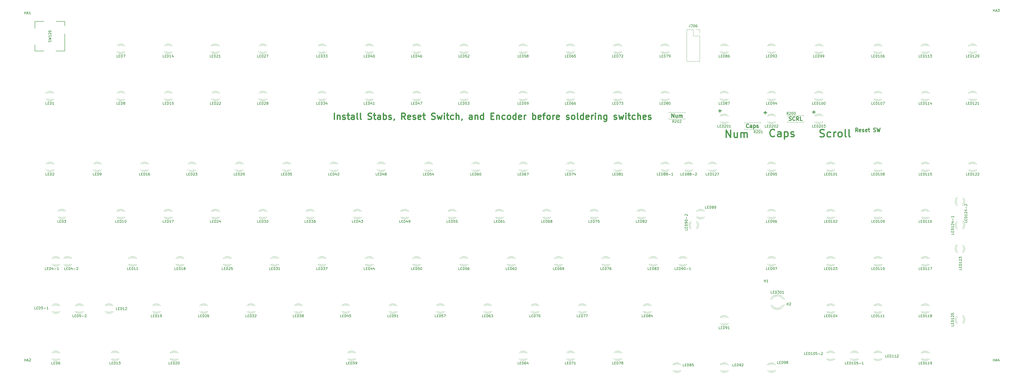
<source format=gbr>
G04 #@! TF.GenerationSoftware,KiCad,Pcbnew,(5.99.0-2555-g9cc6a77cc-dirty)*
G04 #@! TF.CreationDate,2020-08-06T21:31:06-04:00*
G04 #@! TF.ProjectId,Boston-keyboard-S,426f7374-6f6e-42d6-9b65-79626f617264,rev?*
G04 #@! TF.SameCoordinates,Original*
G04 #@! TF.FileFunction,Legend,Top*
G04 #@! TF.FilePolarity,Positive*
%FSLAX46Y46*%
G04 Gerber Fmt 4.6, Leading zero omitted, Abs format (unit mm)*
G04 Created by KiCad (PCBNEW (5.99.0-2555-g9cc6a77cc-dirty)) date 2020-08-06 21:31:06*
%MOMM*%
%LPD*%
G01*
G04 APERTURE LIST*
%ADD10C,0.300000*%
%ADD11C,0.500000*%
%ADD12C,0.150000*%
%ADD13C,0.120000*%
G04 APERTURE END LIST*
D10*
X325247500Y9073928D02*
X324747500Y9788214D01*
X324390357Y9073928D02*
X324390357Y10573928D01*
X324961785Y10573928D01*
X325104642Y10502500D01*
X325176071Y10431071D01*
X325247500Y10288214D01*
X325247500Y10073928D01*
X325176071Y9931071D01*
X325104642Y9859642D01*
X324961785Y9788214D01*
X324390357Y9788214D01*
X326461785Y9145357D02*
X326318928Y9073928D01*
X326033214Y9073928D01*
X325890357Y9145357D01*
X325818928Y9288214D01*
X325818928Y9859642D01*
X325890357Y10002500D01*
X326033214Y10073928D01*
X326318928Y10073928D01*
X326461785Y10002500D01*
X326533214Y9859642D01*
X326533214Y9716785D01*
X325818928Y9573928D01*
X327104642Y9145357D02*
X327247500Y9073928D01*
X327533214Y9073928D01*
X327676071Y9145357D01*
X327747500Y9288214D01*
X327747500Y9359642D01*
X327676071Y9502500D01*
X327533214Y9573928D01*
X327318928Y9573928D01*
X327176071Y9645357D01*
X327104642Y9788214D01*
X327104642Y9859642D01*
X327176071Y10002500D01*
X327318928Y10073928D01*
X327533214Y10073928D01*
X327676071Y10002500D01*
X328961785Y9145357D02*
X328818928Y9073928D01*
X328533214Y9073928D01*
X328390357Y9145357D01*
X328318928Y9288214D01*
X328318928Y9859642D01*
X328390357Y10002500D01*
X328533214Y10073928D01*
X328818928Y10073928D01*
X328961785Y10002500D01*
X329033214Y9859642D01*
X329033214Y9716785D01*
X328318928Y9573928D01*
X329461785Y10073928D02*
X330033214Y10073928D01*
X329676071Y10573928D02*
X329676071Y9288214D01*
X329747500Y9145357D01*
X329890357Y9073928D01*
X330033214Y9073928D01*
X331604642Y9145357D02*
X331818928Y9073928D01*
X332176071Y9073928D01*
X332318928Y9145357D01*
X332390357Y9216785D01*
X332461785Y9359642D01*
X332461785Y9502500D01*
X332390357Y9645357D01*
X332318928Y9716785D01*
X332176071Y9788214D01*
X331890357Y9859642D01*
X331747500Y9931071D01*
X331676071Y10002500D01*
X331604642Y10145357D01*
X331604642Y10288214D01*
X331676071Y10431071D01*
X331747500Y10502500D01*
X331890357Y10573928D01*
X332247500Y10573928D01*
X332461785Y10502500D01*
X332961785Y10573928D02*
X333318928Y9073928D01*
X333604642Y10145357D01*
X333890357Y9073928D01*
X334247500Y10573928D01*
X297624285Y13702857D02*
X297838571Y13631428D01*
X298195714Y13631428D01*
X298338571Y13702857D01*
X298410000Y13774285D01*
X298481428Y13917142D01*
X298481428Y14060000D01*
X298410000Y14202857D01*
X298338571Y14274285D01*
X298195714Y14345714D01*
X297910000Y14417142D01*
X297767142Y14488571D01*
X297695714Y14560000D01*
X297624285Y14702857D01*
X297624285Y14845714D01*
X297695714Y14988571D01*
X297767142Y15060000D01*
X297910000Y15131428D01*
X298267142Y15131428D01*
X298481428Y15060000D01*
X299981428Y13774285D02*
X299910000Y13702857D01*
X299695714Y13631428D01*
X299552857Y13631428D01*
X299338571Y13702857D01*
X299195714Y13845714D01*
X299124285Y13988571D01*
X299052857Y14274285D01*
X299052857Y14488571D01*
X299124285Y14774285D01*
X299195714Y14917142D01*
X299338571Y15060000D01*
X299552857Y15131428D01*
X299695714Y15131428D01*
X299910000Y15060000D01*
X299981428Y14988571D01*
X301481428Y13631428D02*
X300981428Y14345714D01*
X300624285Y13631428D02*
X300624285Y15131428D01*
X301195714Y15131428D01*
X301338571Y15060000D01*
X301410000Y14988571D01*
X301481428Y14845714D01*
X301481428Y14631428D01*
X301410000Y14488571D01*
X301338571Y14417142D01*
X301195714Y14345714D01*
X300624285Y14345714D01*
X302838571Y13631428D02*
X302124285Y13631428D01*
X302124285Y15131428D01*
X281290000Y10874285D02*
X281218571Y10802857D01*
X281004285Y10731428D01*
X280861428Y10731428D01*
X280647142Y10802857D01*
X280504285Y10945714D01*
X280432857Y11088571D01*
X280361428Y11374285D01*
X280361428Y11588571D01*
X280432857Y11874285D01*
X280504285Y12017142D01*
X280647142Y12160000D01*
X280861428Y12231428D01*
X281004285Y12231428D01*
X281218571Y12160000D01*
X281290000Y12088571D01*
X282575714Y10731428D02*
X282575714Y11517142D01*
X282504285Y11660000D01*
X282361428Y11731428D01*
X282075714Y11731428D01*
X281932857Y11660000D01*
X282575714Y10802857D02*
X282432857Y10731428D01*
X282075714Y10731428D01*
X281932857Y10802857D01*
X281861428Y10945714D01*
X281861428Y11088571D01*
X281932857Y11231428D01*
X282075714Y11302857D01*
X282432857Y11302857D01*
X282575714Y11374285D01*
X283290000Y11731428D02*
X283290000Y10231428D01*
X283290000Y11660000D02*
X283432857Y11731428D01*
X283718571Y11731428D01*
X283861428Y11660000D01*
X283932857Y11588571D01*
X284004285Y11445714D01*
X284004285Y11017142D01*
X283932857Y10874285D01*
X283861428Y10802857D01*
X283718571Y10731428D01*
X283432857Y10731428D01*
X283290000Y10802857D01*
X284575714Y10802857D02*
X284718571Y10731428D01*
X285004285Y10731428D01*
X285147142Y10802857D01*
X285218571Y10945714D01*
X285218571Y11017142D01*
X285147142Y11160000D01*
X285004285Y11231428D01*
X284790000Y11231428D01*
X284647142Y11302857D01*
X284575714Y11445714D01*
X284575714Y11517142D01*
X284647142Y11660000D01*
X284790000Y11731428D01*
X285004285Y11731428D01*
X285147142Y11660000D01*
X250382857Y14851428D02*
X250382857Y16351428D01*
X251240000Y14851428D01*
X251240000Y16351428D01*
X252597142Y15851428D02*
X252597142Y14851428D01*
X251954285Y15851428D02*
X251954285Y15065714D01*
X252025714Y14922857D01*
X252168571Y14851428D01*
X252382857Y14851428D01*
X252525714Y14922857D01*
X252597142Y14994285D01*
X253311428Y14851428D02*
X253311428Y15851428D01*
X253311428Y15708571D02*
X253382857Y15780000D01*
X253525714Y15851428D01*
X253740000Y15851428D01*
X253882857Y15780000D01*
X253954285Y15637142D01*
X253954285Y14851428D01*
X253954285Y15637142D02*
X254025714Y15780000D01*
X254168571Y15851428D01*
X254382857Y15851428D01*
X254525714Y15780000D01*
X254597142Y15637142D01*
X254597142Y14851428D01*
X306978571Y16982857D02*
X308121428Y16982857D01*
X307550000Y16411428D02*
X307550000Y17554285D01*
X287428571Y16802857D02*
X288571428Y16802857D01*
X288000000Y16231428D02*
X288000000Y17374285D01*
X269198571Y17502857D02*
X270341428Y17502857D01*
X269770000Y16931428D02*
X269770000Y18074285D01*
D11*
X114529523Y14079047D02*
X114529523Y16579047D01*
X115720000Y15745714D02*
X115720000Y14079047D01*
X115720000Y15507619D02*
X115839047Y15626666D01*
X116077142Y15745714D01*
X116434285Y15745714D01*
X116672380Y15626666D01*
X116791428Y15388571D01*
X116791428Y14079047D01*
X117862857Y14198095D02*
X118100952Y14079047D01*
X118577142Y14079047D01*
X118815238Y14198095D01*
X118934285Y14436190D01*
X118934285Y14555238D01*
X118815238Y14793333D01*
X118577142Y14912380D01*
X118220000Y14912380D01*
X117981904Y15031428D01*
X117862857Y15269523D01*
X117862857Y15388571D01*
X117981904Y15626666D01*
X118220000Y15745714D01*
X118577142Y15745714D01*
X118815238Y15626666D01*
X119648571Y15745714D02*
X120600952Y15745714D01*
X120005714Y16579047D02*
X120005714Y14436190D01*
X120124761Y14198095D01*
X120362857Y14079047D01*
X120600952Y14079047D01*
X122505714Y14079047D02*
X122505714Y15388571D01*
X122386666Y15626666D01*
X122148571Y15745714D01*
X121672380Y15745714D01*
X121434285Y15626666D01*
X122505714Y14198095D02*
X122267619Y14079047D01*
X121672380Y14079047D01*
X121434285Y14198095D01*
X121315238Y14436190D01*
X121315238Y14674285D01*
X121434285Y14912380D01*
X121672380Y15031428D01*
X122267619Y15031428D01*
X122505714Y15150476D01*
X124053333Y14079047D02*
X123815238Y14198095D01*
X123696190Y14436190D01*
X123696190Y16579047D01*
X125362857Y14079047D02*
X125124761Y14198095D01*
X125005714Y14436190D01*
X125005714Y16579047D01*
X128100952Y14198095D02*
X128458095Y14079047D01*
X129053333Y14079047D01*
X129291428Y14198095D01*
X129410476Y14317142D01*
X129529523Y14555238D01*
X129529523Y14793333D01*
X129410476Y15031428D01*
X129291428Y15150476D01*
X129053333Y15269523D01*
X128577142Y15388571D01*
X128339047Y15507619D01*
X128220000Y15626666D01*
X128100952Y15864761D01*
X128100952Y16102857D01*
X128220000Y16340952D01*
X128339047Y16460000D01*
X128577142Y16579047D01*
X129172380Y16579047D01*
X129529523Y16460000D01*
X130243809Y15745714D02*
X131196190Y15745714D01*
X130600952Y16579047D02*
X130600952Y14436190D01*
X130720000Y14198095D01*
X130958095Y14079047D01*
X131196190Y14079047D01*
X133100952Y14079047D02*
X133100952Y15388571D01*
X132981904Y15626666D01*
X132743809Y15745714D01*
X132267619Y15745714D01*
X132029523Y15626666D01*
X133100952Y14198095D02*
X132862857Y14079047D01*
X132267619Y14079047D01*
X132029523Y14198095D01*
X131910476Y14436190D01*
X131910476Y14674285D01*
X132029523Y14912380D01*
X132267619Y15031428D01*
X132862857Y15031428D01*
X133100952Y15150476D01*
X134291428Y14079047D02*
X134291428Y16579047D01*
X134291428Y15626666D02*
X134529523Y15745714D01*
X135005714Y15745714D01*
X135243809Y15626666D01*
X135362857Y15507619D01*
X135481904Y15269523D01*
X135481904Y14555238D01*
X135362857Y14317142D01*
X135243809Y14198095D01*
X135005714Y14079047D01*
X134529523Y14079047D01*
X134291428Y14198095D01*
X136434285Y14198095D02*
X136672380Y14079047D01*
X137148571Y14079047D01*
X137386666Y14198095D01*
X137505714Y14436190D01*
X137505714Y14555238D01*
X137386666Y14793333D01*
X137148571Y14912380D01*
X136791428Y14912380D01*
X136553333Y15031428D01*
X136434285Y15269523D01*
X136434285Y15388571D01*
X136553333Y15626666D01*
X136791428Y15745714D01*
X137148571Y15745714D01*
X137386666Y15626666D01*
X138696190Y14198095D02*
X138696190Y14079047D01*
X138577142Y13840952D01*
X138458095Y13721904D01*
X143100952Y14079047D02*
X142267619Y15269523D01*
X141672380Y14079047D02*
X141672380Y16579047D01*
X142624761Y16579047D01*
X142862857Y16460000D01*
X142981904Y16340952D01*
X143100952Y16102857D01*
X143100952Y15745714D01*
X142981904Y15507619D01*
X142862857Y15388571D01*
X142624761Y15269523D01*
X141672380Y15269523D01*
X145124761Y14198095D02*
X144886666Y14079047D01*
X144410476Y14079047D01*
X144172380Y14198095D01*
X144053333Y14436190D01*
X144053333Y15388571D01*
X144172380Y15626666D01*
X144410476Y15745714D01*
X144886666Y15745714D01*
X145124761Y15626666D01*
X145243809Y15388571D01*
X145243809Y15150476D01*
X144053333Y14912380D01*
X146196190Y14198095D02*
X146434285Y14079047D01*
X146910476Y14079047D01*
X147148571Y14198095D01*
X147267619Y14436190D01*
X147267619Y14555238D01*
X147148571Y14793333D01*
X146910476Y14912380D01*
X146553333Y14912380D01*
X146315238Y15031428D01*
X146196190Y15269523D01*
X146196190Y15388571D01*
X146315238Y15626666D01*
X146553333Y15745714D01*
X146910476Y15745714D01*
X147148571Y15626666D01*
X149291428Y14198095D02*
X149053333Y14079047D01*
X148577142Y14079047D01*
X148339047Y14198095D01*
X148220000Y14436190D01*
X148220000Y15388571D01*
X148339047Y15626666D01*
X148577142Y15745714D01*
X149053333Y15745714D01*
X149291428Y15626666D01*
X149410476Y15388571D01*
X149410476Y15150476D01*
X148220000Y14912380D01*
X150124761Y15745714D02*
X151077142Y15745714D01*
X150481904Y16579047D02*
X150481904Y14436190D01*
X150600952Y14198095D01*
X150839047Y14079047D01*
X151077142Y14079047D01*
X153696190Y14198095D02*
X154053333Y14079047D01*
X154648571Y14079047D01*
X154886666Y14198095D01*
X155005714Y14317142D01*
X155124761Y14555238D01*
X155124761Y14793333D01*
X155005714Y15031428D01*
X154886666Y15150476D01*
X154648571Y15269523D01*
X154172380Y15388571D01*
X153934285Y15507619D01*
X153815238Y15626666D01*
X153696190Y15864761D01*
X153696190Y16102857D01*
X153815238Y16340952D01*
X153934285Y16460000D01*
X154172380Y16579047D01*
X154767619Y16579047D01*
X155124761Y16460000D01*
X155958095Y15745714D02*
X156434285Y14079047D01*
X156910476Y15269523D01*
X157386666Y14079047D01*
X157862857Y15745714D01*
X158815238Y14079047D02*
X158815238Y15745714D01*
X158815238Y16579047D02*
X158696190Y16460000D01*
X158815238Y16340952D01*
X158934285Y16460000D01*
X158815238Y16579047D01*
X158815238Y16340952D01*
X159648571Y15745714D02*
X160600952Y15745714D01*
X160005714Y16579047D02*
X160005714Y14436190D01*
X160124761Y14198095D01*
X160362857Y14079047D01*
X160600952Y14079047D01*
X162505714Y14198095D02*
X162267619Y14079047D01*
X161791428Y14079047D01*
X161553333Y14198095D01*
X161434285Y14317142D01*
X161315238Y14555238D01*
X161315238Y15269523D01*
X161434285Y15507619D01*
X161553333Y15626666D01*
X161791428Y15745714D01*
X162267619Y15745714D01*
X162505714Y15626666D01*
X163577142Y14079047D02*
X163577142Y16579047D01*
X164648571Y14079047D02*
X164648571Y15388571D01*
X164529523Y15626666D01*
X164291428Y15745714D01*
X163934285Y15745714D01*
X163696190Y15626666D01*
X163577142Y15507619D01*
X165958095Y14198095D02*
X165958095Y14079047D01*
X165839047Y13840952D01*
X165720000Y13721904D01*
X170005714Y14079047D02*
X170005714Y15388571D01*
X169886666Y15626666D01*
X169648571Y15745714D01*
X169172380Y15745714D01*
X168934285Y15626666D01*
X170005714Y14198095D02*
X169767619Y14079047D01*
X169172380Y14079047D01*
X168934285Y14198095D01*
X168815238Y14436190D01*
X168815238Y14674285D01*
X168934285Y14912380D01*
X169172380Y15031428D01*
X169767619Y15031428D01*
X170005714Y15150476D01*
X171196190Y15745714D02*
X171196190Y14079047D01*
X171196190Y15507619D02*
X171315238Y15626666D01*
X171553333Y15745714D01*
X171910476Y15745714D01*
X172148571Y15626666D01*
X172267619Y15388571D01*
X172267619Y14079047D01*
X174529523Y14079047D02*
X174529523Y16579047D01*
X174529523Y14198095D02*
X174291428Y14079047D01*
X173815238Y14079047D01*
X173577142Y14198095D01*
X173458095Y14317142D01*
X173339047Y14555238D01*
X173339047Y15269523D01*
X173458095Y15507619D01*
X173577142Y15626666D01*
X173815238Y15745714D01*
X174291428Y15745714D01*
X174529523Y15626666D01*
X177624761Y15388571D02*
X178458095Y15388571D01*
X178815238Y14079047D02*
X177624761Y14079047D01*
X177624761Y16579047D01*
X178815238Y16579047D01*
X179886666Y15745714D02*
X179886666Y14079047D01*
X179886666Y15507619D02*
X180005714Y15626666D01*
X180243809Y15745714D01*
X180600952Y15745714D01*
X180839047Y15626666D01*
X180958095Y15388571D01*
X180958095Y14079047D01*
X183220000Y14198095D02*
X182981904Y14079047D01*
X182505714Y14079047D01*
X182267619Y14198095D01*
X182148571Y14317142D01*
X182029523Y14555238D01*
X182029523Y15269523D01*
X182148571Y15507619D01*
X182267619Y15626666D01*
X182505714Y15745714D01*
X182981904Y15745714D01*
X183220000Y15626666D01*
X184648571Y14079047D02*
X184410476Y14198095D01*
X184291428Y14317142D01*
X184172380Y14555238D01*
X184172380Y15269523D01*
X184291428Y15507619D01*
X184410476Y15626666D01*
X184648571Y15745714D01*
X185005714Y15745714D01*
X185243809Y15626666D01*
X185362857Y15507619D01*
X185481904Y15269523D01*
X185481904Y14555238D01*
X185362857Y14317142D01*
X185243809Y14198095D01*
X185005714Y14079047D01*
X184648571Y14079047D01*
X187624761Y14079047D02*
X187624761Y16579047D01*
X187624761Y14198095D02*
X187386666Y14079047D01*
X186910476Y14079047D01*
X186672380Y14198095D01*
X186553333Y14317142D01*
X186434285Y14555238D01*
X186434285Y15269523D01*
X186553333Y15507619D01*
X186672380Y15626666D01*
X186910476Y15745714D01*
X187386666Y15745714D01*
X187624761Y15626666D01*
X189767619Y14198095D02*
X189529523Y14079047D01*
X189053333Y14079047D01*
X188815238Y14198095D01*
X188696190Y14436190D01*
X188696190Y15388571D01*
X188815238Y15626666D01*
X189053333Y15745714D01*
X189529523Y15745714D01*
X189767619Y15626666D01*
X189886666Y15388571D01*
X189886666Y15150476D01*
X188696190Y14912380D01*
X190958095Y14079047D02*
X190958095Y15745714D01*
X190958095Y15269523D02*
X191077142Y15507619D01*
X191196190Y15626666D01*
X191434285Y15745714D01*
X191672380Y15745714D01*
X194410476Y14079047D02*
X194410476Y16579047D01*
X194410476Y15626666D02*
X194648571Y15745714D01*
X195124761Y15745714D01*
X195362857Y15626666D01*
X195481904Y15507619D01*
X195600952Y15269523D01*
X195600952Y14555238D01*
X195481904Y14317142D01*
X195362857Y14198095D01*
X195124761Y14079047D01*
X194648571Y14079047D01*
X194410476Y14198095D01*
X197624761Y14198095D02*
X197386666Y14079047D01*
X196910476Y14079047D01*
X196672380Y14198095D01*
X196553333Y14436190D01*
X196553333Y15388571D01*
X196672380Y15626666D01*
X196910476Y15745714D01*
X197386666Y15745714D01*
X197624761Y15626666D01*
X197743809Y15388571D01*
X197743809Y15150476D01*
X196553333Y14912380D01*
X198458095Y15745714D02*
X199410476Y15745714D01*
X198815238Y14079047D02*
X198815238Y16221904D01*
X198934285Y16460000D01*
X199172380Y16579047D01*
X199410476Y16579047D01*
X200600952Y14079047D02*
X200362857Y14198095D01*
X200243809Y14317142D01*
X200124761Y14555238D01*
X200124761Y15269523D01*
X200243809Y15507619D01*
X200362857Y15626666D01*
X200600952Y15745714D01*
X200958095Y15745714D01*
X201196190Y15626666D01*
X201315238Y15507619D01*
X201434285Y15269523D01*
X201434285Y14555238D01*
X201315238Y14317142D01*
X201196190Y14198095D01*
X200958095Y14079047D01*
X200600952Y14079047D01*
X202505714Y14079047D02*
X202505714Y15745714D01*
X202505714Y15269523D02*
X202624761Y15507619D01*
X202743809Y15626666D01*
X202981904Y15745714D01*
X203220000Y15745714D01*
X205005714Y14198095D02*
X204767619Y14079047D01*
X204291428Y14079047D01*
X204053333Y14198095D01*
X203934285Y14436190D01*
X203934285Y15388571D01*
X204053333Y15626666D01*
X204291428Y15745714D01*
X204767619Y15745714D01*
X205005714Y15626666D01*
X205124761Y15388571D01*
X205124761Y15150476D01*
X203934285Y14912380D01*
X207981904Y14198095D02*
X208220000Y14079047D01*
X208696190Y14079047D01*
X208934285Y14198095D01*
X209053333Y14436190D01*
X209053333Y14555238D01*
X208934285Y14793333D01*
X208696190Y14912380D01*
X208339047Y14912380D01*
X208100952Y15031428D01*
X207981904Y15269523D01*
X207981904Y15388571D01*
X208100952Y15626666D01*
X208339047Y15745714D01*
X208696190Y15745714D01*
X208934285Y15626666D01*
X210481904Y14079047D02*
X210243809Y14198095D01*
X210124761Y14317142D01*
X210005714Y14555238D01*
X210005714Y15269523D01*
X210124761Y15507619D01*
X210243809Y15626666D01*
X210481904Y15745714D01*
X210839047Y15745714D01*
X211077142Y15626666D01*
X211196190Y15507619D01*
X211315238Y15269523D01*
X211315238Y14555238D01*
X211196190Y14317142D01*
X211077142Y14198095D01*
X210839047Y14079047D01*
X210481904Y14079047D01*
X212743809Y14079047D02*
X212505714Y14198095D01*
X212386666Y14436190D01*
X212386666Y16579047D01*
X214767619Y14079047D02*
X214767619Y16579047D01*
X214767619Y14198095D02*
X214529523Y14079047D01*
X214053333Y14079047D01*
X213815238Y14198095D01*
X213696190Y14317142D01*
X213577142Y14555238D01*
X213577142Y15269523D01*
X213696190Y15507619D01*
X213815238Y15626666D01*
X214053333Y15745714D01*
X214529523Y15745714D01*
X214767619Y15626666D01*
X216910476Y14198095D02*
X216672380Y14079047D01*
X216196190Y14079047D01*
X215958095Y14198095D01*
X215839047Y14436190D01*
X215839047Y15388571D01*
X215958095Y15626666D01*
X216196190Y15745714D01*
X216672380Y15745714D01*
X216910476Y15626666D01*
X217029523Y15388571D01*
X217029523Y15150476D01*
X215839047Y14912380D01*
X218100952Y14079047D02*
X218100952Y15745714D01*
X218100952Y15269523D02*
X218220000Y15507619D01*
X218339047Y15626666D01*
X218577142Y15745714D01*
X218815238Y15745714D01*
X219648571Y14079047D02*
X219648571Y15745714D01*
X219648571Y16579047D02*
X219529523Y16460000D01*
X219648571Y16340952D01*
X219767619Y16460000D01*
X219648571Y16579047D01*
X219648571Y16340952D01*
X220839047Y15745714D02*
X220839047Y14079047D01*
X220839047Y15507619D02*
X220958095Y15626666D01*
X221196190Y15745714D01*
X221553333Y15745714D01*
X221791428Y15626666D01*
X221910476Y15388571D01*
X221910476Y14079047D01*
X224172380Y15745714D02*
X224172380Y13721904D01*
X224053333Y13483809D01*
X223934285Y13364761D01*
X223696190Y13245714D01*
X223339047Y13245714D01*
X223100952Y13364761D01*
X224172380Y14198095D02*
X223934285Y14079047D01*
X223458095Y14079047D01*
X223220000Y14198095D01*
X223100952Y14317142D01*
X222981904Y14555238D01*
X222981904Y15269523D01*
X223100952Y15507619D01*
X223220000Y15626666D01*
X223458095Y15745714D01*
X223934285Y15745714D01*
X224172380Y15626666D01*
X227148571Y14198095D02*
X227386666Y14079047D01*
X227862857Y14079047D01*
X228100952Y14198095D01*
X228220000Y14436190D01*
X228220000Y14555238D01*
X228100952Y14793333D01*
X227862857Y14912380D01*
X227505714Y14912380D01*
X227267619Y15031428D01*
X227148571Y15269523D01*
X227148571Y15388571D01*
X227267619Y15626666D01*
X227505714Y15745714D01*
X227862857Y15745714D01*
X228100952Y15626666D01*
X229053333Y15745714D02*
X229529523Y14079047D01*
X230005714Y15269523D01*
X230481904Y14079047D01*
X230958095Y15745714D01*
X231910476Y14079047D02*
X231910476Y15745714D01*
X231910476Y16579047D02*
X231791428Y16460000D01*
X231910476Y16340952D01*
X232029523Y16460000D01*
X231910476Y16579047D01*
X231910476Y16340952D01*
X232743809Y15745714D02*
X233696190Y15745714D01*
X233100952Y16579047D02*
X233100952Y14436190D01*
X233220000Y14198095D01*
X233458095Y14079047D01*
X233696190Y14079047D01*
X235600952Y14198095D02*
X235362857Y14079047D01*
X234886666Y14079047D01*
X234648571Y14198095D01*
X234529523Y14317142D01*
X234410476Y14555238D01*
X234410476Y15269523D01*
X234529523Y15507619D01*
X234648571Y15626666D01*
X234886666Y15745714D01*
X235362857Y15745714D01*
X235600952Y15626666D01*
X236672380Y14079047D02*
X236672380Y16579047D01*
X237743809Y14079047D02*
X237743809Y15388571D01*
X237624761Y15626666D01*
X237386666Y15745714D01*
X237029523Y15745714D01*
X236791428Y15626666D01*
X236672380Y15507619D01*
X239886666Y14198095D02*
X239648571Y14079047D01*
X239172380Y14079047D01*
X238934285Y14198095D01*
X238815238Y14436190D01*
X238815238Y15388571D01*
X238934285Y15626666D01*
X239172380Y15745714D01*
X239648571Y15745714D01*
X239886666Y15626666D01*
X240005714Y15388571D01*
X240005714Y15150476D01*
X238815238Y14912380D01*
X240958095Y14198095D02*
X241196190Y14079047D01*
X241672380Y14079047D01*
X241910476Y14198095D01*
X242029523Y14436190D01*
X242029523Y14555238D01*
X241910476Y14793333D01*
X241672380Y14912380D01*
X241315238Y14912380D01*
X241077142Y15031428D01*
X240958095Y15269523D01*
X240958095Y15388571D01*
X241077142Y15626666D01*
X241315238Y15745714D01*
X241672380Y15745714D01*
X241910476Y15626666D01*
X310030000Y7135714D02*
X310458571Y6992857D01*
X311172857Y6992857D01*
X311458571Y7135714D01*
X311601428Y7278571D01*
X311744285Y7564285D01*
X311744285Y7850000D01*
X311601428Y8135714D01*
X311458571Y8278571D01*
X311172857Y8421428D01*
X310601428Y8564285D01*
X310315714Y8707142D01*
X310172857Y8850000D01*
X310030000Y9135714D01*
X310030000Y9421428D01*
X310172857Y9707142D01*
X310315714Y9850000D01*
X310601428Y9992857D01*
X311315714Y9992857D01*
X311744285Y9850000D01*
X314315714Y7135714D02*
X314030000Y6992857D01*
X313458571Y6992857D01*
X313172857Y7135714D01*
X313030000Y7278571D01*
X312887142Y7564285D01*
X312887142Y8421428D01*
X313030000Y8707142D01*
X313172857Y8850000D01*
X313458571Y8992857D01*
X314030000Y8992857D01*
X314315714Y8850000D01*
X315601428Y6992857D02*
X315601428Y8992857D01*
X315601428Y8421428D02*
X315744285Y8707142D01*
X315887142Y8850000D01*
X316172857Y8992857D01*
X316458571Y8992857D01*
X317887142Y6992857D02*
X317601428Y7135714D01*
X317458571Y7278571D01*
X317315714Y7564285D01*
X317315714Y8421428D01*
X317458571Y8707142D01*
X317601428Y8850000D01*
X317887142Y8992857D01*
X318315714Y8992857D01*
X318601428Y8850000D01*
X318744285Y8707142D01*
X318887142Y8421428D01*
X318887142Y7564285D01*
X318744285Y7278571D01*
X318601428Y7135714D01*
X318315714Y6992857D01*
X317887142Y6992857D01*
X320601428Y6992857D02*
X320315714Y7135714D01*
X320172857Y7421428D01*
X320172857Y9992857D01*
X322172857Y6992857D02*
X321887142Y7135714D01*
X321744285Y7421428D01*
X321744285Y9992857D01*
X291760000Y7368571D02*
X291617142Y7225714D01*
X291188571Y7082857D01*
X290902857Y7082857D01*
X290474285Y7225714D01*
X290188571Y7511428D01*
X290045714Y7797142D01*
X289902857Y8368571D01*
X289902857Y8797142D01*
X290045714Y9368571D01*
X290188571Y9654285D01*
X290474285Y9940000D01*
X290902857Y10082857D01*
X291188571Y10082857D01*
X291617142Y9940000D01*
X291760000Y9797142D01*
X294331428Y7082857D02*
X294331428Y8654285D01*
X294188571Y8940000D01*
X293902857Y9082857D01*
X293331428Y9082857D01*
X293045714Y8940000D01*
X294331428Y7225714D02*
X294045714Y7082857D01*
X293331428Y7082857D01*
X293045714Y7225714D01*
X292902857Y7511428D01*
X292902857Y7797142D01*
X293045714Y8082857D01*
X293331428Y8225714D01*
X294045714Y8225714D01*
X294331428Y8368571D01*
X295760000Y9082857D02*
X295760000Y6082857D01*
X295760000Y8940000D02*
X296045714Y9082857D01*
X296617142Y9082857D01*
X296902857Y8940000D01*
X297045714Y8797142D01*
X297188571Y8511428D01*
X297188571Y7654285D01*
X297045714Y7368571D01*
X296902857Y7225714D01*
X296617142Y7082857D01*
X296045714Y7082857D01*
X295760000Y7225714D01*
X298331428Y7225714D02*
X298617142Y7082857D01*
X299188571Y7082857D01*
X299474285Y7225714D01*
X299617142Y7511428D01*
X299617142Y7654285D01*
X299474285Y7940000D01*
X299188571Y8082857D01*
X298760000Y8082857D01*
X298474285Y8225714D01*
X298331428Y8511428D01*
X298331428Y8654285D01*
X298474285Y8940000D01*
X298760000Y9082857D01*
X299188571Y9082857D01*
X299474285Y8940000D01*
X272305714Y6752857D02*
X272305714Y9752857D01*
X274020000Y6752857D01*
X274020000Y9752857D01*
X276734285Y8752857D02*
X276734285Y6752857D01*
X275448571Y8752857D02*
X275448571Y7181428D01*
X275591428Y6895714D01*
X275877142Y6752857D01*
X276305714Y6752857D01*
X276591428Y6895714D01*
X276734285Y7038571D01*
X278162857Y6752857D02*
X278162857Y8752857D01*
X278162857Y8467142D02*
X278305714Y8610000D01*
X278591428Y8752857D01*
X279020000Y8752857D01*
X279305714Y8610000D01*
X279448571Y8324285D01*
X279448571Y6752857D01*
X279448571Y8324285D02*
X279591428Y8610000D01*
X279877142Y8752857D01*
X280305714Y8752857D01*
X280591428Y8610000D01*
X280734285Y8324285D01*
X280734285Y6752857D01*
D12*
X290822571Y-56092380D02*
X290346380Y-56092380D01*
X290346380Y-55092380D01*
X291155904Y-55568571D02*
X291489238Y-55568571D01*
X291632095Y-56092380D02*
X291155904Y-56092380D01*
X291155904Y-55092380D01*
X291632095Y-55092380D01*
X292060666Y-56092380D02*
X292060666Y-55092380D01*
X292298761Y-55092380D01*
X292441619Y-55140000D01*
X292536857Y-55235238D01*
X292584476Y-55330476D01*
X292632095Y-55520952D01*
X292632095Y-55663809D01*
X292584476Y-55854285D01*
X292536857Y-55949523D01*
X292441619Y-56044761D01*
X292298761Y-56092380D01*
X292060666Y-56092380D01*
X292965428Y-55092380D02*
X293584476Y-55092380D01*
X293251142Y-55473333D01*
X293394000Y-55473333D01*
X293489238Y-55520952D01*
X293536857Y-55568571D01*
X293584476Y-55663809D01*
X293584476Y-55901904D01*
X293536857Y-55997142D01*
X293489238Y-56044761D01*
X293394000Y-56092380D01*
X293108285Y-56092380D01*
X293013047Y-56044761D01*
X292965428Y-55997142D01*
X294203523Y-55092380D02*
X294298761Y-55092380D01*
X294394000Y-55140000D01*
X294441619Y-55187619D01*
X294489238Y-55282857D01*
X294536857Y-55473333D01*
X294536857Y-55711428D01*
X294489238Y-55901904D01*
X294441619Y-55997142D01*
X294394000Y-56044761D01*
X294298761Y-56092380D01*
X294203523Y-56092380D01*
X294108285Y-56044761D01*
X294060666Y-55997142D01*
X294013047Y-55901904D01*
X293965428Y-55711428D01*
X293965428Y-55473333D01*
X294013047Y-55282857D01*
X294060666Y-55187619D01*
X294108285Y-55140000D01*
X294203523Y-55092380D01*
X295489238Y-56092380D02*
X294917809Y-56092380D01*
X295203523Y-56092380D02*
X295203523Y-55092380D01*
X295108285Y-55235238D01*
X295013047Y-55330476D01*
X294917809Y-55378095D01*
X379809523Y-83452380D02*
X379809523Y-82452380D01*
X379809523Y-82928571D02*
X380380952Y-82928571D01*
X380380952Y-83452380D02*
X380380952Y-82452380D01*
X380809523Y-83166666D02*
X381285714Y-83166666D01*
X380714285Y-83452380D02*
X381047619Y-82452380D01*
X381380952Y-83452380D01*
X382142857Y-82785714D02*
X382142857Y-83452380D01*
X381904761Y-82404761D02*
X381666666Y-83119047D01*
X382285714Y-83119047D01*
X379809523Y57547619D02*
X379809523Y58547619D01*
X379809523Y58071428D02*
X380380952Y58071428D01*
X380380952Y57547619D02*
X380380952Y58547619D01*
X380809523Y57833333D02*
X381285714Y57833333D01*
X380714285Y57547619D02*
X381047619Y58547619D01*
X381380952Y57547619D01*
X381619047Y58547619D02*
X382238095Y58547619D01*
X381904761Y58166666D01*
X382047619Y58166666D01*
X382142857Y58119047D01*
X382190476Y58071428D01*
X382238095Y57976190D01*
X382238095Y57738095D01*
X382190476Y57642857D01*
X382142857Y57595238D01*
X382047619Y57547619D01*
X381761904Y57547619D01*
X381666666Y57595238D01*
X381619047Y57642857D01*
X-10190476Y-83452380D02*
X-10190476Y-82452380D01*
X-10190476Y-82928571D02*
X-9619047Y-82928571D01*
X-9619047Y-83452380D02*
X-9619047Y-82452380D01*
X-9190476Y-83166666D02*
X-8714285Y-83166666D01*
X-9285714Y-83452380D02*
X-8952380Y-82452380D01*
X-8619047Y-83452380D01*
X-8333333Y-82547619D02*
X-8285714Y-82500000D01*
X-8190476Y-82452380D01*
X-7952380Y-82452380D01*
X-7857142Y-82500000D01*
X-7809523Y-82547619D01*
X-7761904Y-82642857D01*
X-7761904Y-82738095D01*
X-7809523Y-82880952D01*
X-8380952Y-83452380D01*
X-7761904Y-83452380D01*
X-10190476Y56547619D02*
X-10190476Y57547619D01*
X-10190476Y57071428D02*
X-9619047Y57071428D01*
X-9619047Y56547619D02*
X-9619047Y57547619D01*
X-9190476Y56833333D02*
X-8714285Y56833333D01*
X-9285714Y56547619D02*
X-8952380Y57547619D01*
X-8619047Y56547619D01*
X-7761904Y56547619D02*
X-8333333Y56547619D01*
X-8047619Y56547619D02*
X-8047619Y57547619D01*
X-8142857Y57404761D01*
X-8238095Y57309523D01*
X-8333333Y57261904D01*
X254484523Y-8492380D02*
X254008333Y-8492380D01*
X254008333Y-7492380D01*
X254817857Y-7968571D02*
X255151190Y-7968571D01*
X255294047Y-8492380D02*
X254817857Y-8492380D01*
X254817857Y-7492380D01*
X255294047Y-7492380D01*
X255722619Y-8492380D02*
X255722619Y-7492380D01*
X255960714Y-7492380D01*
X256103571Y-7540000D01*
X256198809Y-7635238D01*
X256246428Y-7730476D01*
X256294047Y-7920952D01*
X256294047Y-8063809D01*
X256246428Y-8254285D01*
X256198809Y-8349523D01*
X256103571Y-8444761D01*
X255960714Y-8492380D01*
X255722619Y-8492380D01*
X256865476Y-7920952D02*
X256770238Y-7873333D01*
X256722619Y-7825714D01*
X256675000Y-7730476D01*
X256675000Y-7682857D01*
X256722619Y-7587619D01*
X256770238Y-7540000D01*
X256865476Y-7492380D01*
X257055952Y-7492380D01*
X257151190Y-7540000D01*
X257198809Y-7587619D01*
X257246428Y-7682857D01*
X257246428Y-7730476D01*
X257198809Y-7825714D01*
X257151190Y-7873333D01*
X257055952Y-7920952D01*
X256865476Y-7920952D01*
X256770238Y-7968571D01*
X256722619Y-8016190D01*
X256675000Y-8111428D01*
X256675000Y-8301904D01*
X256722619Y-8397142D01*
X256770238Y-8444761D01*
X256865476Y-8492380D01*
X257055952Y-8492380D01*
X257151190Y-8444761D01*
X257198809Y-8397142D01*
X257246428Y-8301904D01*
X257246428Y-8111428D01*
X257198809Y-8016190D01*
X257151190Y-7968571D01*
X257055952Y-7920952D01*
X257817857Y-7920952D02*
X257722619Y-7873333D01*
X257675000Y-7825714D01*
X257627380Y-7730476D01*
X257627380Y-7682857D01*
X257675000Y-7587619D01*
X257722619Y-7540000D01*
X257817857Y-7492380D01*
X258008333Y-7492380D01*
X258103571Y-7540000D01*
X258151190Y-7587619D01*
X258198809Y-7682857D01*
X258198809Y-7730476D01*
X258151190Y-7825714D01*
X258103571Y-7873333D01*
X258008333Y-7920952D01*
X257817857Y-7920952D01*
X257722619Y-7968571D01*
X257675000Y-8016190D01*
X257627380Y-8111428D01*
X257627380Y-8301904D01*
X257675000Y-8397142D01*
X257722619Y-8444761D01*
X257817857Y-8492380D01*
X258008333Y-8492380D01*
X258103571Y-8444761D01*
X258151190Y-8397142D01*
X258198809Y-8301904D01*
X258198809Y-8111428D01*
X258151190Y-8016190D01*
X258103571Y-7968571D01*
X258008333Y-7920952D01*
X258627380Y-8111428D02*
X259389285Y-8111428D01*
X259817857Y-7587619D02*
X259865476Y-7540000D01*
X259960714Y-7492380D01*
X260198809Y-7492380D01*
X260294047Y-7540000D01*
X260341666Y-7587619D01*
X260389285Y-7682857D01*
X260389285Y-7778095D01*
X260341666Y-7920952D01*
X259770238Y-8492380D01*
X260389285Y-8492380D01*
X244954523Y-8474880D02*
X244478333Y-8474880D01*
X244478333Y-7474880D01*
X245287857Y-7951071D02*
X245621190Y-7951071D01*
X245764047Y-8474880D02*
X245287857Y-8474880D01*
X245287857Y-7474880D01*
X245764047Y-7474880D01*
X246192619Y-8474880D02*
X246192619Y-7474880D01*
X246430714Y-7474880D01*
X246573571Y-7522500D01*
X246668809Y-7617738D01*
X246716428Y-7712976D01*
X246764047Y-7903452D01*
X246764047Y-8046309D01*
X246716428Y-8236785D01*
X246668809Y-8332023D01*
X246573571Y-8427261D01*
X246430714Y-8474880D01*
X246192619Y-8474880D01*
X247335476Y-7903452D02*
X247240238Y-7855833D01*
X247192619Y-7808214D01*
X247145000Y-7712976D01*
X247145000Y-7665357D01*
X247192619Y-7570119D01*
X247240238Y-7522500D01*
X247335476Y-7474880D01*
X247525952Y-7474880D01*
X247621190Y-7522500D01*
X247668809Y-7570119D01*
X247716428Y-7665357D01*
X247716428Y-7712976D01*
X247668809Y-7808214D01*
X247621190Y-7855833D01*
X247525952Y-7903452D01*
X247335476Y-7903452D01*
X247240238Y-7951071D01*
X247192619Y-7998690D01*
X247145000Y-8093928D01*
X247145000Y-8284404D01*
X247192619Y-8379642D01*
X247240238Y-8427261D01*
X247335476Y-8474880D01*
X247525952Y-8474880D01*
X247621190Y-8427261D01*
X247668809Y-8379642D01*
X247716428Y-8284404D01*
X247716428Y-8093928D01*
X247668809Y-7998690D01*
X247621190Y-7951071D01*
X247525952Y-7903452D01*
X248287857Y-7903452D02*
X248192619Y-7855833D01*
X248145000Y-7808214D01*
X248097380Y-7712976D01*
X248097380Y-7665357D01*
X248145000Y-7570119D01*
X248192619Y-7522500D01*
X248287857Y-7474880D01*
X248478333Y-7474880D01*
X248573571Y-7522500D01*
X248621190Y-7570119D01*
X248668809Y-7665357D01*
X248668809Y-7712976D01*
X248621190Y-7808214D01*
X248573571Y-7855833D01*
X248478333Y-7903452D01*
X248287857Y-7903452D01*
X248192619Y-7951071D01*
X248145000Y-7998690D01*
X248097380Y-8093928D01*
X248097380Y-8284404D01*
X248145000Y-8379642D01*
X248192619Y-8427261D01*
X248287857Y-8474880D01*
X248478333Y-8474880D01*
X248573571Y-8427261D01*
X248621190Y-8379642D01*
X248668809Y-8284404D01*
X248668809Y-8093928D01*
X248621190Y-7998690D01*
X248573571Y-7951071D01*
X248478333Y-7903452D01*
X249097380Y-8093928D02*
X249859285Y-8093928D01*
X250859285Y-8474880D02*
X250287857Y-8474880D01*
X250573571Y-8474880D02*
X250573571Y-7474880D01*
X250478333Y-7617738D01*
X250383095Y-7712976D01*
X250287857Y-7760595D01*
X264628571Y-8492380D02*
X264152380Y-8492380D01*
X264152380Y-7492380D01*
X264961904Y-7968571D02*
X265295238Y-7968571D01*
X265438095Y-8492380D02*
X264961904Y-8492380D01*
X264961904Y-7492380D01*
X265438095Y-7492380D01*
X265866666Y-8492380D02*
X265866666Y-7492380D01*
X266104761Y-7492380D01*
X266247619Y-7540000D01*
X266342857Y-7635238D01*
X266390476Y-7730476D01*
X266438095Y-7920952D01*
X266438095Y-8063809D01*
X266390476Y-8254285D01*
X266342857Y-8349523D01*
X266247619Y-8444761D01*
X266104761Y-8492380D01*
X265866666Y-8492380D01*
X267390476Y-8492380D02*
X266819047Y-8492380D01*
X267104761Y-8492380D02*
X267104761Y-7492380D01*
X267009523Y-7635238D01*
X266914285Y-7730476D01*
X266819047Y-7778095D01*
X267771428Y-7587619D02*
X267819047Y-7540000D01*
X267914285Y-7492380D01*
X268152380Y-7492380D01*
X268247619Y-7540000D01*
X268295238Y-7587619D01*
X268342857Y-7682857D01*
X268342857Y-7778095D01*
X268295238Y-7920952D01*
X267723809Y-8492380D01*
X268342857Y-8492380D01*
X268676190Y-7492380D02*
X269342857Y-7492380D01*
X268914285Y-8492380D01*
X296702095Y-60890380D02*
X296702095Y-59890380D01*
X296702095Y-60366571D02*
X297273523Y-60366571D01*
X297273523Y-60890380D02*
X297273523Y-59890380D01*
X297702095Y-59985619D02*
X297749714Y-59938000D01*
X297844952Y-59890380D01*
X298083047Y-59890380D01*
X298178285Y-59938000D01*
X298225904Y-59985619D01*
X298273523Y-60080857D01*
X298273523Y-60176095D01*
X298225904Y-60318952D01*
X297654476Y-60890380D01*
X298273523Y-60890380D01*
X287562095Y-51515380D02*
X287562095Y-50515380D01*
X287562095Y-50991571D02*
X288133523Y-50991571D01*
X288133523Y-51515380D02*
X288133523Y-50515380D01*
X289133523Y-51515380D02*
X288562095Y-51515380D01*
X288847809Y-51515380D02*
X288847809Y-50515380D01*
X288752571Y-50658238D01*
X288657333Y-50753476D01*
X288562095Y-50801095D01*
X257694285Y52317619D02*
X257694285Y51603333D01*
X257646666Y51460476D01*
X257551428Y51365238D01*
X257408571Y51317619D01*
X257313333Y51317619D01*
X258075238Y52317619D02*
X258741904Y52317619D01*
X258313333Y51317619D01*
X259313333Y52317619D02*
X259408571Y52317619D01*
X259503809Y52270000D01*
X259551428Y52222380D01*
X259599047Y52127142D01*
X259646666Y51936666D01*
X259646666Y51698571D01*
X259599047Y51508095D01*
X259551428Y51412857D01*
X259503809Y51365238D01*
X259408571Y51317619D01*
X259313333Y51317619D01*
X259218095Y51365238D01*
X259170476Y51412857D01*
X259122857Y51508095D01*
X259075238Y51698571D01*
X259075238Y51936666D01*
X259122857Y52127142D01*
X259170476Y52222380D01*
X259218095Y52270000D01*
X259313333Y52317619D01*
X260503809Y52317619D02*
X260313333Y52317619D01*
X260218095Y52270000D01*
X260170476Y52222380D01*
X260075238Y52079523D01*
X260027619Y51889047D01*
X260027619Y51508095D01*
X260075238Y51412857D01*
X260122857Y51365238D01*
X260218095Y51317619D01*
X260408571Y51317619D01*
X260503809Y51365238D01*
X260551428Y51412857D01*
X260599047Y51508095D01*
X260599047Y51746190D01*
X260551428Y51841428D01*
X260503809Y51889047D01*
X260408571Y51936666D01*
X260218095Y51936666D01*
X260122857Y51889047D01*
X260075238Y51841428D01*
X260027619Y51746190D01*
X404761Y45339285D02*
X452380Y45482142D01*
X452380Y45720238D01*
X404761Y45815476D01*
X357142Y45863095D01*
X261904Y45910714D01*
X166666Y45910714D01*
X71428Y45863095D01*
X23809Y45815476D01*
X-23809Y45720238D01*
X-71428Y45529761D01*
X-119047Y45434523D01*
X-166666Y45386904D01*
X-261904Y45339285D01*
X-357142Y45339285D01*
X-452380Y45386904D01*
X-500000Y45434523D01*
X-547619Y45529761D01*
X-547619Y45767857D01*
X-500000Y45910714D01*
X-547619Y46244047D02*
X452380Y46482142D01*
X-261904Y46672619D01*
X452380Y46863095D01*
X-547619Y47101190D01*
X452380Y48005952D02*
X452380Y47434523D01*
X452380Y47720238D02*
X-547619Y47720238D01*
X-404761Y47625000D01*
X-309523Y47529761D01*
X-261904Y47434523D01*
X-452380Y48386904D02*
X-499999Y48434523D01*
X-547619Y48529761D01*
X-547619Y48767857D01*
X-499999Y48863095D01*
X-452380Y48910714D01*
X-357142Y48958333D01*
X-261904Y48958333D01*
X-119047Y48910714D01*
X452380Y48339285D01*
X452380Y48958333D01*
X-547619Y49815476D02*
X-547619Y49625000D01*
X-499999Y49529761D01*
X-452380Y49482142D01*
X-309523Y49386904D01*
X-119047Y49339285D01*
X261904Y49339285D01*
X357142Y49386904D01*
X404761Y49434523D01*
X452380Y49529761D01*
X452380Y49720238D01*
X404761Y49815476D01*
X357142Y49863095D01*
X261904Y49910714D01*
X23809Y49910714D01*
X-71428Y49863095D01*
X-119047Y49815476D01*
X-166666Y49720238D01*
X-166666Y49529761D01*
X-119047Y49434523D01*
X-71428Y49386904D01*
X23809Y49339285D01*
X269391071Y10875119D02*
X268914880Y10875119D01*
X268914880Y11875119D01*
X269724404Y11398928D02*
X270057738Y11398928D01*
X270200595Y10875119D02*
X269724404Y10875119D01*
X269724404Y11875119D01*
X270200595Y11875119D01*
X270629166Y10875119D02*
X270629166Y11875119D01*
X270867261Y11875119D01*
X271010119Y11827500D01*
X271105357Y11732261D01*
X271152976Y11637023D01*
X271200595Y11446547D01*
X271200595Y11303690D01*
X271152976Y11113214D01*
X271105357Y11017976D01*
X271010119Y10922738D01*
X270867261Y10875119D01*
X270629166Y10875119D01*
X271581547Y11779880D02*
X271629166Y11827500D01*
X271724404Y11875119D01*
X271962500Y11875119D01*
X272057738Y11827500D01*
X272105357Y11779880D01*
X272152976Y11684642D01*
X272152976Y11589404D01*
X272105357Y11446547D01*
X271533928Y10875119D01*
X272152976Y10875119D01*
X272772023Y11875119D02*
X272867261Y11875119D01*
X272962500Y11827500D01*
X273010119Y11779880D01*
X273057738Y11684642D01*
X273105357Y11494166D01*
X273105357Y11256071D01*
X273057738Y11065595D01*
X273010119Y10970357D01*
X272962500Y10922738D01*
X272867261Y10875119D01*
X272772023Y10875119D01*
X272676785Y10922738D01*
X272629166Y10970357D01*
X272581547Y11065595D01*
X272533928Y11256071D01*
X272533928Y11494166D01*
X272581547Y11684642D01*
X272629166Y11779880D01*
X272676785Y11827500D01*
X272772023Y11875119D01*
X274057738Y10875119D02*
X273486309Y10875119D01*
X273772023Y10875119D02*
X273772023Y11875119D01*
X273676785Y11732261D01*
X273581547Y11637023D01*
X273486309Y11589404D01*
X288441071Y10875119D02*
X287964880Y10875119D01*
X287964880Y11875119D01*
X288774404Y11398928D02*
X289107738Y11398928D01*
X289250595Y10875119D02*
X288774404Y10875119D01*
X288774404Y11875119D01*
X289250595Y11875119D01*
X289679166Y10875119D02*
X289679166Y11875119D01*
X289917261Y11875119D01*
X290060119Y11827500D01*
X290155357Y11732261D01*
X290202976Y11637023D01*
X290250595Y11446547D01*
X290250595Y11303690D01*
X290202976Y11113214D01*
X290155357Y11017976D01*
X290060119Y10922738D01*
X289917261Y10875119D01*
X289679166Y10875119D01*
X290631547Y11779880D02*
X290679166Y11827500D01*
X290774404Y11875119D01*
X291012500Y11875119D01*
X291107738Y11827500D01*
X291155357Y11779880D01*
X291202976Y11684642D01*
X291202976Y11589404D01*
X291155357Y11446547D01*
X290583928Y10875119D01*
X291202976Y10875119D01*
X291822023Y11875119D02*
X291917261Y11875119D01*
X292012500Y11827500D01*
X292060119Y11779880D01*
X292107738Y11684642D01*
X292155357Y11494166D01*
X292155357Y11256071D01*
X292107738Y11065595D01*
X292060119Y10970357D01*
X292012500Y10922738D01*
X291917261Y10875119D01*
X291822023Y10875119D01*
X291726785Y10922738D01*
X291679166Y10970357D01*
X291631547Y11065595D01*
X291583928Y11256071D01*
X291583928Y11494166D01*
X291631547Y11684642D01*
X291679166Y11779880D01*
X291726785Y11827500D01*
X291822023Y11875119D01*
X292536309Y11779880D02*
X292583928Y11827500D01*
X292679166Y11875119D01*
X292917261Y11875119D01*
X293012500Y11827500D01*
X293060119Y11779880D01*
X293107738Y11684642D01*
X293107738Y11589404D01*
X293060119Y11446547D01*
X292488690Y10875119D01*
X293107738Y10875119D01*
X307491071Y10875119D02*
X307014880Y10875119D01*
X307014880Y11875119D01*
X307824404Y11398928D02*
X308157738Y11398928D01*
X308300595Y10875119D02*
X307824404Y10875119D01*
X307824404Y11875119D01*
X308300595Y11875119D01*
X308729166Y10875119D02*
X308729166Y11875119D01*
X308967261Y11875119D01*
X309110119Y11827500D01*
X309205357Y11732261D01*
X309252976Y11637023D01*
X309300595Y11446547D01*
X309300595Y11303690D01*
X309252976Y11113214D01*
X309205357Y11017976D01*
X309110119Y10922738D01*
X308967261Y10875119D01*
X308729166Y10875119D01*
X309681547Y11779880D02*
X309729166Y11827500D01*
X309824404Y11875119D01*
X310062500Y11875119D01*
X310157738Y11827500D01*
X310205357Y11779880D01*
X310252976Y11684642D01*
X310252976Y11589404D01*
X310205357Y11446547D01*
X309633928Y10875119D01*
X310252976Y10875119D01*
X310872023Y11875119D02*
X310967261Y11875119D01*
X311062500Y11827500D01*
X311110119Y11779880D01*
X311157738Y11684642D01*
X311205357Y11494166D01*
X311205357Y11256071D01*
X311157738Y11065595D01*
X311110119Y10970357D01*
X311062500Y10922738D01*
X310967261Y10875119D01*
X310872023Y10875119D01*
X310776785Y10922738D01*
X310729166Y10970357D01*
X310681547Y11065595D01*
X310633928Y11256071D01*
X310633928Y11494166D01*
X310681547Y11684642D01*
X310729166Y11779880D01*
X310776785Y11827500D01*
X310872023Y11875119D01*
X311538690Y11875119D02*
X312157738Y11875119D01*
X311824404Y11494166D01*
X311967261Y11494166D01*
X312062500Y11446547D01*
X312110119Y11398928D01*
X312157738Y11303690D01*
X312157738Y11065595D01*
X312110119Y10970357D01*
X312062500Y10922738D01*
X311967261Y10875119D01*
X311681547Y10875119D01*
X311586309Y10922738D01*
X311538690Y10970357D01*
X-1119047Y20057219D02*
X-1595238Y20057219D01*
X-1595238Y21057219D01*
X-785714Y20581028D02*
X-452380Y20581028D01*
X-309523Y20057219D02*
X-785714Y20057219D01*
X-785714Y21057219D01*
X-309523Y21057219D01*
X119047Y20057219D02*
X119047Y21057219D01*
X357142Y21057219D01*
X500000Y21009600D01*
X595238Y20914361D01*
X642857Y20819123D01*
X690476Y20628647D01*
X690476Y20485790D01*
X642857Y20295314D01*
X595238Y20200076D01*
X500000Y20104838D01*
X357142Y20057219D01*
X119047Y20057219D01*
X1642857Y20057219D02*
X1071428Y20057219D01*
X1357142Y20057219D02*
X1357142Y21057219D01*
X1261904Y20914361D01*
X1166666Y20819123D01*
X1071428Y20771504D01*
X-1119047Y-8492380D02*
X-1595238Y-8492380D01*
X-1595238Y-7492380D01*
X-785714Y-7968571D02*
X-452380Y-7968571D01*
X-309523Y-8492380D02*
X-785714Y-8492380D01*
X-785714Y-7492380D01*
X-309523Y-7492380D01*
X119047Y-8492380D02*
X119047Y-7492380D01*
X357142Y-7492380D01*
X500000Y-7540000D01*
X595238Y-7635238D01*
X642857Y-7730476D01*
X690476Y-7920952D01*
X690476Y-8063809D01*
X642857Y-8254285D01*
X595238Y-8349523D01*
X500000Y-8444761D01*
X357142Y-8492380D01*
X119047Y-8492380D01*
X1071428Y-7587619D02*
X1119047Y-7540000D01*
X1214285Y-7492380D01*
X1452380Y-7492380D01*
X1547619Y-7540000D01*
X1595238Y-7587619D01*
X1642857Y-7682857D01*
X1642857Y-7778095D01*
X1595238Y-7920952D01*
X1023809Y-8492380D01*
X1642857Y-8492380D01*
X3643452Y-27542380D02*
X3167261Y-27542380D01*
X3167261Y-26542380D01*
X3976785Y-27018571D02*
X4310119Y-27018571D01*
X4452976Y-27542380D02*
X3976785Y-27542380D01*
X3976785Y-26542380D01*
X4452976Y-26542380D01*
X4881547Y-27542380D02*
X4881547Y-26542380D01*
X5119642Y-26542380D01*
X5262500Y-26590000D01*
X5357738Y-26685238D01*
X5405357Y-26780476D01*
X5452976Y-26970952D01*
X5452976Y-27113809D01*
X5405357Y-27304285D01*
X5357738Y-27399523D01*
X5262500Y-27494761D01*
X5119642Y-27542380D01*
X4881547Y-27542380D01*
X5786309Y-26542380D02*
X6405357Y-26542380D01*
X6072023Y-26923333D01*
X6214880Y-26923333D01*
X6310119Y-26970952D01*
X6357738Y-27018571D01*
X6405357Y-27113809D01*
X6405357Y-27351904D01*
X6357738Y-27447142D01*
X6310119Y-27494761D01*
X6214880Y-27542380D01*
X5929166Y-27542380D01*
X5833928Y-27494761D01*
X5786309Y-27447142D01*
X-1414285Y-46592380D02*
X-1890476Y-46592380D01*
X-1890476Y-45592380D01*
X-1080952Y-46068571D02*
X-747619Y-46068571D01*
X-604761Y-46592380D02*
X-1080952Y-46592380D01*
X-1080952Y-45592380D01*
X-604761Y-45592380D01*
X-176190Y-46592380D02*
X-176190Y-45592380D01*
X61904Y-45592380D01*
X204761Y-45640000D01*
X300000Y-45735238D01*
X347619Y-45830476D01*
X395238Y-46020952D01*
X395238Y-46163809D01*
X347619Y-46354285D01*
X300000Y-46449523D01*
X204761Y-46544761D01*
X61904Y-46592380D01*
X-176190Y-46592380D01*
X1252380Y-45925714D02*
X1252380Y-46592380D01*
X1014285Y-45544761D02*
X776190Y-46259047D01*
X1395238Y-46259047D01*
X1776190Y-46211428D02*
X2538095Y-46211428D01*
X3538095Y-46592380D02*
X2966666Y-46592380D01*
X3252380Y-46592380D02*
X3252380Y-45592380D01*
X3157142Y-45735238D01*
X3061904Y-45830476D01*
X2966666Y-45878095D01*
X-5614285Y-62452380D02*
X-6090476Y-62452380D01*
X-6090476Y-61452380D01*
X-5280952Y-61928571D02*
X-4947619Y-61928571D01*
X-4804761Y-62452380D02*
X-5280952Y-62452380D01*
X-5280952Y-61452380D01*
X-4804761Y-61452380D01*
X-4376190Y-62452380D02*
X-4376190Y-61452380D01*
X-4138095Y-61452380D01*
X-3995238Y-61500000D01*
X-3900000Y-61595238D01*
X-3852380Y-61690476D01*
X-3804761Y-61880952D01*
X-3804761Y-62023809D01*
X-3852380Y-62214285D01*
X-3900000Y-62309523D01*
X-3995238Y-62404761D01*
X-4138095Y-62452380D01*
X-4376190Y-62452380D01*
X-2900000Y-61452380D02*
X-3376190Y-61452380D01*
X-3423809Y-61928571D01*
X-3376190Y-61880952D01*
X-3280952Y-61833333D01*
X-3042857Y-61833333D01*
X-2947619Y-61880952D01*
X-2900000Y-61928571D01*
X-2852380Y-62023809D01*
X-2852380Y-62261904D01*
X-2900000Y-62357142D01*
X-2947619Y-62404761D01*
X-3042857Y-62452380D01*
X-3280952Y-62452380D01*
X-3376190Y-62404761D01*
X-3423809Y-62357142D01*
X-2423809Y-62071428D02*
X-1661904Y-62071428D01*
X-661904Y-62452380D02*
X-1233333Y-62452380D01*
X-947619Y-62452380D02*
X-947619Y-61452380D01*
X-1042857Y-61595238D01*
X-1138095Y-61690476D01*
X-1233333Y-61738095D01*
X1262202Y-84692380D02*
X786011Y-84692380D01*
X786011Y-83692380D01*
X1595535Y-84168571D02*
X1928869Y-84168571D01*
X2071726Y-84692380D02*
X1595535Y-84692380D01*
X1595535Y-83692380D01*
X2071726Y-83692380D01*
X2500297Y-84692380D02*
X2500297Y-83692380D01*
X2738392Y-83692380D01*
X2881250Y-83740000D01*
X2976488Y-83835238D01*
X3024107Y-83930476D01*
X3071726Y-84120952D01*
X3071726Y-84263809D01*
X3024107Y-84454285D01*
X2976488Y-84549523D01*
X2881250Y-84644761D01*
X2738392Y-84692380D01*
X2500297Y-84692380D01*
X3928869Y-83692380D02*
X3738392Y-83692380D01*
X3643154Y-83740000D01*
X3595535Y-83787619D01*
X3500297Y-83930476D01*
X3452678Y-84120952D01*
X3452678Y-84501904D01*
X3500297Y-84597142D01*
X3547916Y-84644761D01*
X3643154Y-84692380D01*
X3833630Y-84692380D01*
X3928869Y-84644761D01*
X3976488Y-84597142D01*
X4024107Y-84501904D01*
X4024107Y-84263809D01*
X3976488Y-84168571D01*
X3928869Y-84120952D01*
X3833630Y-84073333D01*
X3643154Y-84073333D01*
X3547916Y-84120952D01*
X3500297Y-84168571D01*
X3452678Y-84263809D01*
X27455952Y39132619D02*
X26979761Y39132619D01*
X26979761Y40132619D01*
X27789285Y39656428D02*
X28122619Y39656428D01*
X28265476Y39132619D02*
X27789285Y39132619D01*
X27789285Y40132619D01*
X28265476Y40132619D01*
X28694047Y39132619D02*
X28694047Y40132619D01*
X28932142Y40132619D01*
X29075000Y40085000D01*
X29170238Y39989761D01*
X29217857Y39894523D01*
X29265476Y39704047D01*
X29265476Y39561190D01*
X29217857Y39370714D01*
X29170238Y39275476D01*
X29075000Y39180238D01*
X28932142Y39132619D01*
X28694047Y39132619D01*
X29598809Y40132619D02*
X30265476Y40132619D01*
X29836904Y39132619D01*
X27455952Y20082619D02*
X26979761Y20082619D01*
X26979761Y21082619D01*
X27789285Y20606428D02*
X28122619Y20606428D01*
X28265476Y20082619D02*
X27789285Y20082619D01*
X27789285Y21082619D01*
X28265476Y21082619D01*
X28694047Y20082619D02*
X28694047Y21082619D01*
X28932142Y21082619D01*
X29075000Y21035000D01*
X29170238Y20939761D01*
X29217857Y20844523D01*
X29265476Y20654047D01*
X29265476Y20511190D01*
X29217857Y20320714D01*
X29170238Y20225476D01*
X29075000Y20130238D01*
X28932142Y20082619D01*
X28694047Y20082619D01*
X29836904Y20654047D02*
X29741666Y20701666D01*
X29694047Y20749285D01*
X29646428Y20844523D01*
X29646428Y20892142D01*
X29694047Y20987380D01*
X29741666Y21035000D01*
X29836904Y21082619D01*
X30027380Y21082619D01*
X30122619Y21035000D01*
X30170238Y20987380D01*
X30217857Y20892142D01*
X30217857Y20844523D01*
X30170238Y20749285D01*
X30122619Y20701666D01*
X30027380Y20654047D01*
X29836904Y20654047D01*
X29741666Y20606428D01*
X29694047Y20558809D01*
X29646428Y20463571D01*
X29646428Y20273095D01*
X29694047Y20177857D01*
X29741666Y20130238D01*
X29836904Y20082619D01*
X30027380Y20082619D01*
X30122619Y20130238D01*
X30170238Y20177857D01*
X30217857Y20273095D01*
X30217857Y20463571D01*
X30170238Y20558809D01*
X30122619Y20606428D01*
X30027380Y20654047D01*
X17930952Y-8492380D02*
X17454761Y-8492380D01*
X17454761Y-7492380D01*
X18264285Y-7968571D02*
X18597619Y-7968571D01*
X18740476Y-8492380D02*
X18264285Y-8492380D01*
X18264285Y-7492380D01*
X18740476Y-7492380D01*
X19169047Y-8492380D02*
X19169047Y-7492380D01*
X19407142Y-7492380D01*
X19550000Y-7540000D01*
X19645238Y-7635238D01*
X19692857Y-7730476D01*
X19740476Y-7920952D01*
X19740476Y-8063809D01*
X19692857Y-8254285D01*
X19645238Y-8349523D01*
X19550000Y-8444761D01*
X19407142Y-8492380D01*
X19169047Y-8492380D01*
X20216666Y-8492380D02*
X20407142Y-8492380D01*
X20502380Y-8444761D01*
X20550000Y-8397142D01*
X20645238Y-8254285D01*
X20692857Y-8063809D01*
X20692857Y-7682857D01*
X20645238Y-7587619D01*
X20597619Y-7540000D01*
X20502380Y-7492380D01*
X20311904Y-7492380D01*
X20216666Y-7540000D01*
X20169047Y-7587619D01*
X20121428Y-7682857D01*
X20121428Y-7920952D01*
X20169047Y-8016190D01*
X20216666Y-8063809D01*
X20311904Y-8111428D01*
X20502380Y-8111428D01*
X20597619Y-8063809D01*
X20645238Y-8016190D01*
X20692857Y-7920952D01*
X26979761Y-27542380D02*
X26503571Y-27542380D01*
X26503571Y-26542380D01*
X27313095Y-27018571D02*
X27646428Y-27018571D01*
X27789285Y-27542380D02*
X27313095Y-27542380D01*
X27313095Y-26542380D01*
X27789285Y-26542380D01*
X28217857Y-27542380D02*
X28217857Y-26542380D01*
X28455952Y-26542380D01*
X28598809Y-26590000D01*
X28694047Y-26685238D01*
X28741666Y-26780476D01*
X28789285Y-26970952D01*
X28789285Y-27113809D01*
X28741666Y-27304285D01*
X28694047Y-27399523D01*
X28598809Y-27494761D01*
X28455952Y-27542380D01*
X28217857Y-27542380D01*
X29741666Y-27542380D02*
X29170238Y-27542380D01*
X29455952Y-27542380D02*
X29455952Y-26542380D01*
X29360714Y-26685238D01*
X29265476Y-26780476D01*
X29170238Y-26828095D01*
X30360714Y-26542380D02*
X30455952Y-26542380D01*
X30551190Y-26590000D01*
X30598809Y-26637619D01*
X30646428Y-26732857D01*
X30694047Y-26923333D01*
X30694047Y-27161428D01*
X30646428Y-27351904D01*
X30598809Y-27447142D01*
X30551190Y-27494761D01*
X30455952Y-27542380D01*
X30360714Y-27542380D01*
X30265476Y-27494761D01*
X30217857Y-27447142D01*
X30170238Y-27351904D01*
X30122619Y-27161428D01*
X30122619Y-26923333D01*
X30170238Y-26732857D01*
X30217857Y-26637619D01*
X30265476Y-26590000D01*
X30360714Y-26542380D01*
X31742261Y-46592380D02*
X31266071Y-46592380D01*
X31266071Y-45592380D01*
X32075595Y-46068571D02*
X32408928Y-46068571D01*
X32551785Y-46592380D02*
X32075595Y-46592380D01*
X32075595Y-45592380D01*
X32551785Y-45592380D01*
X32980357Y-46592380D02*
X32980357Y-45592380D01*
X33218452Y-45592380D01*
X33361309Y-45640000D01*
X33456547Y-45735238D01*
X33504166Y-45830476D01*
X33551785Y-46020952D01*
X33551785Y-46163809D01*
X33504166Y-46354285D01*
X33456547Y-46449523D01*
X33361309Y-46544761D01*
X33218452Y-46592380D01*
X32980357Y-46592380D01*
X34504166Y-46592380D02*
X33932738Y-46592380D01*
X34218452Y-46592380D02*
X34218452Y-45592380D01*
X34123214Y-45735238D01*
X34027976Y-45830476D01*
X33932738Y-45878095D01*
X35456547Y-46592380D02*
X34885119Y-46592380D01*
X35170833Y-46592380D02*
X35170833Y-45592380D01*
X35075595Y-45735238D01*
X34980357Y-45830476D01*
X34885119Y-45878095D01*
X27254761Y-62752380D02*
X26778571Y-62752380D01*
X26778571Y-61752380D01*
X27588095Y-62228571D02*
X27921428Y-62228571D01*
X28064285Y-62752380D02*
X27588095Y-62752380D01*
X27588095Y-61752380D01*
X28064285Y-61752380D01*
X28492857Y-62752380D02*
X28492857Y-61752380D01*
X28730952Y-61752380D01*
X28873809Y-61800000D01*
X28969047Y-61895238D01*
X29016666Y-61990476D01*
X29064285Y-62180952D01*
X29064285Y-62323809D01*
X29016666Y-62514285D01*
X28969047Y-62609523D01*
X28873809Y-62704761D01*
X28730952Y-62752380D01*
X28492857Y-62752380D01*
X30016666Y-62752380D02*
X29445238Y-62752380D01*
X29730952Y-62752380D02*
X29730952Y-61752380D01*
X29635714Y-61895238D01*
X29540476Y-61990476D01*
X29445238Y-62038095D01*
X30397619Y-61847619D02*
X30445238Y-61800000D01*
X30540476Y-61752380D01*
X30778571Y-61752380D01*
X30873809Y-61800000D01*
X30921428Y-61847619D01*
X30969047Y-61942857D01*
X30969047Y-62038095D01*
X30921428Y-62180952D01*
X30350000Y-62752380D01*
X30969047Y-62752380D01*
X24598511Y-84692380D02*
X24122321Y-84692380D01*
X24122321Y-83692380D01*
X24931845Y-84168571D02*
X25265178Y-84168571D01*
X25408035Y-84692380D02*
X24931845Y-84692380D01*
X24931845Y-83692380D01*
X25408035Y-83692380D01*
X25836607Y-84692380D02*
X25836607Y-83692380D01*
X26074702Y-83692380D01*
X26217559Y-83740000D01*
X26312797Y-83835238D01*
X26360416Y-83930476D01*
X26408035Y-84120952D01*
X26408035Y-84263809D01*
X26360416Y-84454285D01*
X26312797Y-84549523D01*
X26217559Y-84644761D01*
X26074702Y-84692380D01*
X25836607Y-84692380D01*
X27360416Y-84692380D02*
X26788988Y-84692380D01*
X27074702Y-84692380D02*
X27074702Y-83692380D01*
X26979464Y-83835238D01*
X26884226Y-83930476D01*
X26788988Y-83978095D01*
X27693750Y-83692380D02*
X28312797Y-83692380D01*
X27979464Y-84073333D01*
X28122321Y-84073333D01*
X28217559Y-84120952D01*
X28265178Y-84168571D01*
X28312797Y-84263809D01*
X28312797Y-84501904D01*
X28265178Y-84597142D01*
X28217559Y-84644761D01*
X28122321Y-84692380D01*
X27836607Y-84692380D01*
X27741369Y-84644761D01*
X27693750Y-84597142D01*
X46029761Y39132619D02*
X45553571Y39132619D01*
X45553571Y40132619D01*
X46363095Y39656428D02*
X46696428Y39656428D01*
X46839285Y39132619D02*
X46363095Y39132619D01*
X46363095Y40132619D01*
X46839285Y40132619D01*
X47267857Y39132619D02*
X47267857Y40132619D01*
X47505952Y40132619D01*
X47648809Y40085000D01*
X47744047Y39989761D01*
X47791666Y39894523D01*
X47839285Y39704047D01*
X47839285Y39561190D01*
X47791666Y39370714D01*
X47744047Y39275476D01*
X47648809Y39180238D01*
X47505952Y39132619D01*
X47267857Y39132619D01*
X48791666Y39132619D02*
X48220238Y39132619D01*
X48505952Y39132619D02*
X48505952Y40132619D01*
X48410714Y39989761D01*
X48315476Y39894523D01*
X48220238Y39846904D01*
X49648809Y39799285D02*
X49648809Y39132619D01*
X49410714Y40180238D02*
X49172619Y39465952D01*
X49791666Y39465952D01*
X46029761Y20082619D02*
X45553571Y20082619D01*
X45553571Y21082619D01*
X46363095Y20606428D02*
X46696428Y20606428D01*
X46839285Y20082619D02*
X46363095Y20082619D01*
X46363095Y21082619D01*
X46839285Y21082619D01*
X47267857Y20082619D02*
X47267857Y21082619D01*
X47505952Y21082619D01*
X47648809Y21035000D01*
X47744047Y20939761D01*
X47791666Y20844523D01*
X47839285Y20654047D01*
X47839285Y20511190D01*
X47791666Y20320714D01*
X47744047Y20225476D01*
X47648809Y20130238D01*
X47505952Y20082619D01*
X47267857Y20082619D01*
X48791666Y20082619D02*
X48220238Y20082619D01*
X48505952Y20082619D02*
X48505952Y21082619D01*
X48410714Y20939761D01*
X48315476Y20844523D01*
X48220238Y20796904D01*
X49696428Y21082619D02*
X49220238Y21082619D01*
X49172619Y20606428D01*
X49220238Y20654047D01*
X49315476Y20701666D01*
X49553571Y20701666D01*
X49648809Y20654047D01*
X49696428Y20606428D01*
X49744047Y20511190D01*
X49744047Y20273095D01*
X49696428Y20177857D01*
X49648809Y20130238D01*
X49553571Y20082619D01*
X49315476Y20082619D01*
X49220238Y20130238D01*
X49172619Y20177857D01*
X36504761Y-8492380D02*
X36028571Y-8492380D01*
X36028571Y-7492380D01*
X36838095Y-7968571D02*
X37171428Y-7968571D01*
X37314285Y-8492380D02*
X36838095Y-8492380D01*
X36838095Y-7492380D01*
X37314285Y-7492380D01*
X37742857Y-8492380D02*
X37742857Y-7492380D01*
X37980952Y-7492380D01*
X38123809Y-7540000D01*
X38219047Y-7635238D01*
X38266666Y-7730476D01*
X38314285Y-7920952D01*
X38314285Y-8063809D01*
X38266666Y-8254285D01*
X38219047Y-8349523D01*
X38123809Y-8444761D01*
X37980952Y-8492380D01*
X37742857Y-8492380D01*
X39266666Y-8492380D02*
X38695238Y-8492380D01*
X38980952Y-8492380D02*
X38980952Y-7492380D01*
X38885714Y-7635238D01*
X38790476Y-7730476D01*
X38695238Y-7778095D01*
X40123809Y-7492380D02*
X39933333Y-7492380D01*
X39838095Y-7540000D01*
X39790476Y-7587619D01*
X39695238Y-7730476D01*
X39647619Y-7920952D01*
X39647619Y-8301904D01*
X39695238Y-8397142D01*
X39742857Y-8444761D01*
X39838095Y-8492380D01*
X40028571Y-8492380D01*
X40123809Y-8444761D01*
X40171428Y-8397142D01*
X40219047Y-8301904D01*
X40219047Y-8063809D01*
X40171428Y-7968571D01*
X40123809Y-7920952D01*
X40028571Y-7873333D01*
X39838095Y-7873333D01*
X39742857Y-7920952D01*
X39695238Y-7968571D01*
X39647619Y-8063809D01*
X46029761Y-27542380D02*
X45553571Y-27542380D01*
X45553571Y-26542380D01*
X46363095Y-27018571D02*
X46696428Y-27018571D01*
X46839285Y-27542380D02*
X46363095Y-27542380D01*
X46363095Y-26542380D01*
X46839285Y-26542380D01*
X47267857Y-27542380D02*
X47267857Y-26542380D01*
X47505952Y-26542380D01*
X47648809Y-26590000D01*
X47744047Y-26685238D01*
X47791666Y-26780476D01*
X47839285Y-26970952D01*
X47839285Y-27113809D01*
X47791666Y-27304285D01*
X47744047Y-27399523D01*
X47648809Y-27494761D01*
X47505952Y-27542380D01*
X47267857Y-27542380D01*
X48791666Y-27542380D02*
X48220238Y-27542380D01*
X48505952Y-27542380D02*
X48505952Y-26542380D01*
X48410714Y-26685238D01*
X48315476Y-26780476D01*
X48220238Y-26828095D01*
X49125000Y-26542380D02*
X49791666Y-26542380D01*
X49363095Y-27542380D01*
X50792261Y-46592380D02*
X50316071Y-46592380D01*
X50316071Y-45592380D01*
X51125595Y-46068571D02*
X51458928Y-46068571D01*
X51601785Y-46592380D02*
X51125595Y-46592380D01*
X51125595Y-45592380D01*
X51601785Y-45592380D01*
X52030357Y-46592380D02*
X52030357Y-45592380D01*
X52268452Y-45592380D01*
X52411309Y-45640000D01*
X52506547Y-45735238D01*
X52554166Y-45830476D01*
X52601785Y-46020952D01*
X52601785Y-46163809D01*
X52554166Y-46354285D01*
X52506547Y-46449523D01*
X52411309Y-46544761D01*
X52268452Y-46592380D01*
X52030357Y-46592380D01*
X53554166Y-46592380D02*
X52982738Y-46592380D01*
X53268452Y-46592380D02*
X53268452Y-45592380D01*
X53173214Y-45735238D01*
X53077976Y-45830476D01*
X52982738Y-45878095D01*
X54125595Y-46020952D02*
X54030357Y-45973333D01*
X53982738Y-45925714D01*
X53935119Y-45830476D01*
X53935119Y-45782857D01*
X53982738Y-45687619D01*
X54030357Y-45640000D01*
X54125595Y-45592380D01*
X54316071Y-45592380D01*
X54411309Y-45640000D01*
X54458928Y-45687619D01*
X54506547Y-45782857D01*
X54506547Y-45830476D01*
X54458928Y-45925714D01*
X54411309Y-45973333D01*
X54316071Y-46020952D01*
X54125595Y-46020952D01*
X54030357Y-46068571D01*
X53982738Y-46116190D01*
X53935119Y-46211428D01*
X53935119Y-46401904D01*
X53982738Y-46497142D01*
X54030357Y-46544761D01*
X54125595Y-46592380D01*
X54316071Y-46592380D01*
X54411309Y-46544761D01*
X54458928Y-46497142D01*
X54506547Y-46401904D01*
X54506547Y-46211428D01*
X54458928Y-46116190D01*
X54411309Y-46068571D01*
X54316071Y-46020952D01*
X41267261Y-65642380D02*
X40791071Y-65642380D01*
X40791071Y-64642380D01*
X41600595Y-65118571D02*
X41933928Y-65118571D01*
X42076785Y-65642380D02*
X41600595Y-65642380D01*
X41600595Y-64642380D01*
X42076785Y-64642380D01*
X42505357Y-65642380D02*
X42505357Y-64642380D01*
X42743452Y-64642380D01*
X42886309Y-64690000D01*
X42981547Y-64785238D01*
X43029166Y-64880476D01*
X43076785Y-65070952D01*
X43076785Y-65213809D01*
X43029166Y-65404285D01*
X42981547Y-65499523D01*
X42886309Y-65594761D01*
X42743452Y-65642380D01*
X42505357Y-65642380D01*
X44029166Y-65642380D02*
X43457738Y-65642380D01*
X43743452Y-65642380D02*
X43743452Y-64642380D01*
X43648214Y-64785238D01*
X43552976Y-64880476D01*
X43457738Y-64928095D01*
X44505357Y-65642380D02*
X44695833Y-65642380D01*
X44791071Y-65594761D01*
X44838690Y-65547142D01*
X44933928Y-65404285D01*
X44981547Y-65213809D01*
X44981547Y-64832857D01*
X44933928Y-64737619D01*
X44886309Y-64690000D01*
X44791071Y-64642380D01*
X44600595Y-64642380D01*
X44505357Y-64690000D01*
X44457738Y-64737619D01*
X44410119Y-64832857D01*
X44410119Y-65070952D01*
X44457738Y-65166190D01*
X44505357Y-65213809D01*
X44600595Y-65261428D01*
X44791071Y-65261428D01*
X44886309Y-65213809D01*
X44933928Y-65166190D01*
X44981547Y-65070952D01*
X48411011Y-84692380D02*
X47934821Y-84692380D01*
X47934821Y-83692380D01*
X48744345Y-84168571D02*
X49077678Y-84168571D01*
X49220535Y-84692380D02*
X48744345Y-84692380D01*
X48744345Y-83692380D01*
X49220535Y-83692380D01*
X49649107Y-84692380D02*
X49649107Y-83692380D01*
X49887202Y-83692380D01*
X50030059Y-83740000D01*
X50125297Y-83835238D01*
X50172916Y-83930476D01*
X50220535Y-84120952D01*
X50220535Y-84263809D01*
X50172916Y-84454285D01*
X50125297Y-84549523D01*
X50030059Y-84644761D01*
X49887202Y-84692380D01*
X49649107Y-84692380D01*
X50601488Y-83787619D02*
X50649107Y-83740000D01*
X50744345Y-83692380D01*
X50982440Y-83692380D01*
X51077678Y-83740000D01*
X51125297Y-83787619D01*
X51172916Y-83882857D01*
X51172916Y-83978095D01*
X51125297Y-84120952D01*
X50553869Y-84692380D01*
X51172916Y-84692380D01*
X51791964Y-83692380D02*
X51887202Y-83692380D01*
X51982440Y-83740000D01*
X52030059Y-83787619D01*
X52077678Y-83882857D01*
X52125297Y-84073333D01*
X52125297Y-84311428D01*
X52077678Y-84501904D01*
X52030059Y-84597142D01*
X51982440Y-84644761D01*
X51887202Y-84692380D01*
X51791964Y-84692380D01*
X51696726Y-84644761D01*
X51649107Y-84597142D01*
X51601488Y-84501904D01*
X51553869Y-84311428D01*
X51553869Y-84073333D01*
X51601488Y-83882857D01*
X51649107Y-83787619D01*
X51696726Y-83740000D01*
X51791964Y-83692380D01*
X64952761Y39132619D02*
X64476571Y39132619D01*
X64476571Y40132619D01*
X65286095Y39656428D02*
X65619428Y39656428D01*
X65762285Y39132619D02*
X65286095Y39132619D01*
X65286095Y40132619D01*
X65762285Y40132619D01*
X66190857Y39132619D02*
X66190857Y40132619D01*
X66428952Y40132619D01*
X66571809Y40085000D01*
X66667047Y39989761D01*
X66714666Y39894523D01*
X66762285Y39704047D01*
X66762285Y39561190D01*
X66714666Y39370714D01*
X66667047Y39275476D01*
X66571809Y39180238D01*
X66428952Y39132619D01*
X66190857Y39132619D01*
X67143238Y40037380D02*
X67190857Y40085000D01*
X67286095Y40132619D01*
X67524190Y40132619D01*
X67619428Y40085000D01*
X67667047Y40037380D01*
X67714666Y39942142D01*
X67714666Y39846904D01*
X67667047Y39704047D01*
X67095619Y39132619D01*
X67714666Y39132619D01*
X68667047Y39132619D02*
X68095619Y39132619D01*
X68381333Y39132619D02*
X68381333Y40132619D01*
X68286095Y39989761D01*
X68190857Y39894523D01*
X68095619Y39846904D01*
X65079761Y20082619D02*
X64603571Y20082619D01*
X64603571Y21082619D01*
X65413095Y20606428D02*
X65746428Y20606428D01*
X65889285Y20082619D02*
X65413095Y20082619D01*
X65413095Y21082619D01*
X65889285Y21082619D01*
X66317857Y20082619D02*
X66317857Y21082619D01*
X66555952Y21082619D01*
X66698809Y21035000D01*
X66794047Y20939761D01*
X66841666Y20844523D01*
X66889285Y20654047D01*
X66889285Y20511190D01*
X66841666Y20320714D01*
X66794047Y20225476D01*
X66698809Y20130238D01*
X66555952Y20082619D01*
X66317857Y20082619D01*
X67270238Y20987380D02*
X67317857Y21035000D01*
X67413095Y21082619D01*
X67651190Y21082619D01*
X67746428Y21035000D01*
X67794047Y20987380D01*
X67841666Y20892142D01*
X67841666Y20796904D01*
X67794047Y20654047D01*
X67222619Y20082619D01*
X67841666Y20082619D01*
X68222619Y20987380D02*
X68270238Y21035000D01*
X68365476Y21082619D01*
X68603571Y21082619D01*
X68698809Y21035000D01*
X68746428Y20987380D01*
X68794047Y20892142D01*
X68794047Y20796904D01*
X68746428Y20654047D01*
X68175000Y20082619D01*
X68794047Y20082619D01*
X55554761Y-8492380D02*
X55078571Y-8492380D01*
X55078571Y-7492380D01*
X55888095Y-7968571D02*
X56221428Y-7968571D01*
X56364285Y-8492380D02*
X55888095Y-8492380D01*
X55888095Y-7492380D01*
X56364285Y-7492380D01*
X56792857Y-8492380D02*
X56792857Y-7492380D01*
X57030952Y-7492380D01*
X57173809Y-7540000D01*
X57269047Y-7635238D01*
X57316666Y-7730476D01*
X57364285Y-7920952D01*
X57364285Y-8063809D01*
X57316666Y-8254285D01*
X57269047Y-8349523D01*
X57173809Y-8444761D01*
X57030952Y-8492380D01*
X56792857Y-8492380D01*
X57745238Y-7587619D02*
X57792857Y-7540000D01*
X57888095Y-7492380D01*
X58126190Y-7492380D01*
X58221428Y-7540000D01*
X58269047Y-7587619D01*
X58316666Y-7682857D01*
X58316666Y-7778095D01*
X58269047Y-7920952D01*
X57697619Y-8492380D01*
X58316666Y-8492380D01*
X58650000Y-7492380D02*
X59269047Y-7492380D01*
X58935714Y-7873333D01*
X59078571Y-7873333D01*
X59173809Y-7920952D01*
X59221428Y-7968571D01*
X59269047Y-8063809D01*
X59269047Y-8301904D01*
X59221428Y-8397142D01*
X59173809Y-8444761D01*
X59078571Y-8492380D01*
X58792857Y-8492380D01*
X58697619Y-8444761D01*
X58650000Y-8397142D01*
X65079761Y-27542380D02*
X64603571Y-27542380D01*
X64603571Y-26542380D01*
X65413095Y-27018571D02*
X65746428Y-27018571D01*
X65889285Y-27542380D02*
X65413095Y-27542380D01*
X65413095Y-26542380D01*
X65889285Y-26542380D01*
X66317857Y-27542380D02*
X66317857Y-26542380D01*
X66555952Y-26542380D01*
X66698809Y-26590000D01*
X66794047Y-26685238D01*
X66841666Y-26780476D01*
X66889285Y-26970952D01*
X66889285Y-27113809D01*
X66841666Y-27304285D01*
X66794047Y-27399523D01*
X66698809Y-27494761D01*
X66555952Y-27542380D01*
X66317857Y-27542380D01*
X67270238Y-26637619D02*
X67317857Y-26590000D01*
X67413095Y-26542380D01*
X67651190Y-26542380D01*
X67746428Y-26590000D01*
X67794047Y-26637619D01*
X67841666Y-26732857D01*
X67841666Y-26828095D01*
X67794047Y-26970952D01*
X67222619Y-27542380D01*
X67841666Y-27542380D01*
X68698809Y-26875714D02*
X68698809Y-27542380D01*
X68460714Y-26494761D02*
X68222619Y-27209047D01*
X68841666Y-27209047D01*
X69842261Y-46592380D02*
X69366071Y-46592380D01*
X69366071Y-45592380D01*
X70175595Y-46068571D02*
X70508928Y-46068571D01*
X70651785Y-46592380D02*
X70175595Y-46592380D01*
X70175595Y-45592380D01*
X70651785Y-45592380D01*
X71080357Y-46592380D02*
X71080357Y-45592380D01*
X71318452Y-45592380D01*
X71461309Y-45640000D01*
X71556547Y-45735238D01*
X71604166Y-45830476D01*
X71651785Y-46020952D01*
X71651785Y-46163809D01*
X71604166Y-46354285D01*
X71556547Y-46449523D01*
X71461309Y-46544761D01*
X71318452Y-46592380D01*
X71080357Y-46592380D01*
X72032738Y-45687619D02*
X72080357Y-45640000D01*
X72175595Y-45592380D01*
X72413690Y-45592380D01*
X72508928Y-45640000D01*
X72556547Y-45687619D01*
X72604166Y-45782857D01*
X72604166Y-45878095D01*
X72556547Y-46020952D01*
X71985119Y-46592380D01*
X72604166Y-46592380D01*
X73508928Y-45592380D02*
X73032738Y-45592380D01*
X72985119Y-46068571D01*
X73032738Y-46020952D01*
X73127976Y-45973333D01*
X73366071Y-45973333D01*
X73461309Y-46020952D01*
X73508928Y-46068571D01*
X73556547Y-46163809D01*
X73556547Y-46401904D01*
X73508928Y-46497142D01*
X73461309Y-46544761D01*
X73366071Y-46592380D01*
X73127976Y-46592380D01*
X73032738Y-46544761D01*
X72985119Y-46497142D01*
X60317261Y-65642380D02*
X59841071Y-65642380D01*
X59841071Y-64642380D01*
X60650595Y-65118571D02*
X60983928Y-65118571D01*
X61126785Y-65642380D02*
X60650595Y-65642380D01*
X60650595Y-64642380D01*
X61126785Y-64642380D01*
X61555357Y-65642380D02*
X61555357Y-64642380D01*
X61793452Y-64642380D01*
X61936309Y-64690000D01*
X62031547Y-64785238D01*
X62079166Y-64880476D01*
X62126785Y-65070952D01*
X62126785Y-65213809D01*
X62079166Y-65404285D01*
X62031547Y-65499523D01*
X61936309Y-65594761D01*
X61793452Y-65642380D01*
X61555357Y-65642380D01*
X62507738Y-64737619D02*
X62555357Y-64690000D01*
X62650595Y-64642380D01*
X62888690Y-64642380D01*
X62983928Y-64690000D01*
X63031547Y-64737619D01*
X63079166Y-64832857D01*
X63079166Y-64928095D01*
X63031547Y-65070952D01*
X62460119Y-65642380D01*
X63079166Y-65642380D01*
X63936309Y-64642380D02*
X63745833Y-64642380D01*
X63650595Y-64690000D01*
X63602976Y-64737619D01*
X63507738Y-64880476D01*
X63460119Y-65070952D01*
X63460119Y-65451904D01*
X63507738Y-65547142D01*
X63555357Y-65594761D01*
X63650595Y-65642380D01*
X63841071Y-65642380D01*
X63936309Y-65594761D01*
X63983928Y-65547142D01*
X64031547Y-65451904D01*
X64031547Y-65213809D01*
X63983928Y-65118571D01*
X63936309Y-65070952D01*
X63841071Y-65023333D01*
X63650595Y-65023333D01*
X63555357Y-65070952D01*
X63507738Y-65118571D01*
X63460119Y-65213809D01*
X84129761Y39132619D02*
X83653571Y39132619D01*
X83653571Y40132619D01*
X84463095Y39656428D02*
X84796428Y39656428D01*
X84939285Y39132619D02*
X84463095Y39132619D01*
X84463095Y40132619D01*
X84939285Y40132619D01*
X85367857Y39132619D02*
X85367857Y40132619D01*
X85605952Y40132619D01*
X85748809Y40085000D01*
X85844047Y39989761D01*
X85891666Y39894523D01*
X85939285Y39704047D01*
X85939285Y39561190D01*
X85891666Y39370714D01*
X85844047Y39275476D01*
X85748809Y39180238D01*
X85605952Y39132619D01*
X85367857Y39132619D01*
X86320238Y40037380D02*
X86367857Y40085000D01*
X86463095Y40132619D01*
X86701190Y40132619D01*
X86796428Y40085000D01*
X86844047Y40037380D01*
X86891666Y39942142D01*
X86891666Y39846904D01*
X86844047Y39704047D01*
X86272619Y39132619D01*
X86891666Y39132619D01*
X87225000Y40132619D02*
X87891666Y40132619D01*
X87463095Y39132619D01*
X84129761Y20082619D02*
X83653571Y20082619D01*
X83653571Y21082619D01*
X84463095Y20606428D02*
X84796428Y20606428D01*
X84939285Y20082619D02*
X84463095Y20082619D01*
X84463095Y21082619D01*
X84939285Y21082619D01*
X85367857Y20082619D02*
X85367857Y21082619D01*
X85605952Y21082619D01*
X85748809Y21035000D01*
X85844047Y20939761D01*
X85891666Y20844523D01*
X85939285Y20654047D01*
X85939285Y20511190D01*
X85891666Y20320714D01*
X85844047Y20225476D01*
X85748809Y20130238D01*
X85605952Y20082619D01*
X85367857Y20082619D01*
X86320238Y20987380D02*
X86367857Y21035000D01*
X86463095Y21082619D01*
X86701190Y21082619D01*
X86796428Y21035000D01*
X86844047Y20987380D01*
X86891666Y20892142D01*
X86891666Y20796904D01*
X86844047Y20654047D01*
X86272619Y20082619D01*
X86891666Y20082619D01*
X87463095Y20654047D02*
X87367857Y20701666D01*
X87320238Y20749285D01*
X87272619Y20844523D01*
X87272619Y20892142D01*
X87320238Y20987380D01*
X87367857Y21035000D01*
X87463095Y21082619D01*
X87653571Y21082619D01*
X87748809Y21035000D01*
X87796428Y20987380D01*
X87844047Y20892142D01*
X87844047Y20844523D01*
X87796428Y20749285D01*
X87748809Y20701666D01*
X87653571Y20654047D01*
X87463095Y20654047D01*
X87367857Y20606428D01*
X87320238Y20558809D01*
X87272619Y20463571D01*
X87272619Y20273095D01*
X87320238Y20177857D01*
X87367857Y20130238D01*
X87463095Y20082619D01*
X87653571Y20082619D01*
X87748809Y20130238D01*
X87796428Y20177857D01*
X87844047Y20273095D01*
X87844047Y20463571D01*
X87796428Y20558809D01*
X87748809Y20606428D01*
X87653571Y20654047D01*
X74604761Y-8492380D02*
X74128571Y-8492380D01*
X74128571Y-7492380D01*
X74938095Y-7968571D02*
X75271428Y-7968571D01*
X75414285Y-8492380D02*
X74938095Y-8492380D01*
X74938095Y-7492380D01*
X75414285Y-7492380D01*
X75842857Y-8492380D02*
X75842857Y-7492380D01*
X76080952Y-7492380D01*
X76223809Y-7540000D01*
X76319047Y-7635238D01*
X76366666Y-7730476D01*
X76414285Y-7920952D01*
X76414285Y-8063809D01*
X76366666Y-8254285D01*
X76319047Y-8349523D01*
X76223809Y-8444761D01*
X76080952Y-8492380D01*
X75842857Y-8492380D01*
X76795238Y-7587619D02*
X76842857Y-7540000D01*
X76938095Y-7492380D01*
X77176190Y-7492380D01*
X77271428Y-7540000D01*
X77319047Y-7587619D01*
X77366666Y-7682857D01*
X77366666Y-7778095D01*
X77319047Y-7920952D01*
X76747619Y-8492380D01*
X77366666Y-8492380D01*
X77842857Y-8492380D02*
X78033333Y-8492380D01*
X78128571Y-8444761D01*
X78176190Y-8397142D01*
X78271428Y-8254285D01*
X78319047Y-8063809D01*
X78319047Y-7682857D01*
X78271428Y-7587619D01*
X78223809Y-7540000D01*
X78128571Y-7492380D01*
X77938095Y-7492380D01*
X77842857Y-7540000D01*
X77795238Y-7587619D01*
X77747619Y-7682857D01*
X77747619Y-7920952D01*
X77795238Y-8016190D01*
X77842857Y-8063809D01*
X77938095Y-8111428D01*
X78128571Y-8111428D01*
X78223809Y-8063809D01*
X78271428Y-8016190D01*
X78319047Y-7920952D01*
X84129761Y-27542380D02*
X83653571Y-27542380D01*
X83653571Y-26542380D01*
X84463095Y-27018571D02*
X84796428Y-27018571D01*
X84939285Y-27542380D02*
X84463095Y-27542380D01*
X84463095Y-26542380D01*
X84939285Y-26542380D01*
X85367857Y-27542380D02*
X85367857Y-26542380D01*
X85605952Y-26542380D01*
X85748809Y-26590000D01*
X85844047Y-26685238D01*
X85891666Y-26780476D01*
X85939285Y-26970952D01*
X85939285Y-27113809D01*
X85891666Y-27304285D01*
X85844047Y-27399523D01*
X85748809Y-27494761D01*
X85605952Y-27542380D01*
X85367857Y-27542380D01*
X86272619Y-26542380D02*
X86891666Y-26542380D01*
X86558333Y-26923333D01*
X86701190Y-26923333D01*
X86796428Y-26970952D01*
X86844047Y-27018571D01*
X86891666Y-27113809D01*
X86891666Y-27351904D01*
X86844047Y-27447142D01*
X86796428Y-27494761D01*
X86701190Y-27542380D01*
X86415476Y-27542380D01*
X86320238Y-27494761D01*
X86272619Y-27447142D01*
X87510714Y-26542380D02*
X87605952Y-26542380D01*
X87701190Y-26590000D01*
X87748809Y-26637619D01*
X87796428Y-26732857D01*
X87844047Y-26923333D01*
X87844047Y-27161428D01*
X87796428Y-27351904D01*
X87748809Y-27447142D01*
X87701190Y-27494761D01*
X87605952Y-27542380D01*
X87510714Y-27542380D01*
X87415476Y-27494761D01*
X87367857Y-27447142D01*
X87320238Y-27351904D01*
X87272619Y-27161428D01*
X87272619Y-26923333D01*
X87320238Y-26732857D01*
X87367857Y-26637619D01*
X87415476Y-26590000D01*
X87510714Y-26542380D01*
X88892261Y-46592380D02*
X88416071Y-46592380D01*
X88416071Y-45592380D01*
X89225595Y-46068571D02*
X89558928Y-46068571D01*
X89701785Y-46592380D02*
X89225595Y-46592380D01*
X89225595Y-45592380D01*
X89701785Y-45592380D01*
X90130357Y-46592380D02*
X90130357Y-45592380D01*
X90368452Y-45592380D01*
X90511309Y-45640000D01*
X90606547Y-45735238D01*
X90654166Y-45830476D01*
X90701785Y-46020952D01*
X90701785Y-46163809D01*
X90654166Y-46354285D01*
X90606547Y-46449523D01*
X90511309Y-46544761D01*
X90368452Y-46592380D01*
X90130357Y-46592380D01*
X91035119Y-45592380D02*
X91654166Y-45592380D01*
X91320833Y-45973333D01*
X91463690Y-45973333D01*
X91558928Y-46020952D01*
X91606547Y-46068571D01*
X91654166Y-46163809D01*
X91654166Y-46401904D01*
X91606547Y-46497142D01*
X91558928Y-46544761D01*
X91463690Y-46592380D01*
X91177976Y-46592380D01*
X91082738Y-46544761D01*
X91035119Y-46497142D01*
X92606547Y-46592380D02*
X92035119Y-46592380D01*
X92320833Y-46592380D02*
X92320833Y-45592380D01*
X92225595Y-45735238D01*
X92130357Y-45830476D01*
X92035119Y-45878095D01*
X79367261Y-65642380D02*
X78891071Y-65642380D01*
X78891071Y-64642380D01*
X79700595Y-65118571D02*
X80033928Y-65118571D01*
X80176785Y-65642380D02*
X79700595Y-65642380D01*
X79700595Y-64642380D01*
X80176785Y-64642380D01*
X80605357Y-65642380D02*
X80605357Y-64642380D01*
X80843452Y-64642380D01*
X80986309Y-64690000D01*
X81081547Y-64785238D01*
X81129166Y-64880476D01*
X81176785Y-65070952D01*
X81176785Y-65213809D01*
X81129166Y-65404285D01*
X81081547Y-65499523D01*
X80986309Y-65594761D01*
X80843452Y-65642380D01*
X80605357Y-65642380D01*
X81510119Y-64642380D02*
X82129166Y-64642380D01*
X81795833Y-65023333D01*
X81938690Y-65023333D01*
X82033928Y-65070952D01*
X82081547Y-65118571D01*
X82129166Y-65213809D01*
X82129166Y-65451904D01*
X82081547Y-65547142D01*
X82033928Y-65594761D01*
X81938690Y-65642380D01*
X81652976Y-65642380D01*
X81557738Y-65594761D01*
X81510119Y-65547142D01*
X82510119Y-64737619D02*
X82557738Y-64690000D01*
X82652976Y-64642380D01*
X82891071Y-64642380D01*
X82986309Y-64690000D01*
X83033928Y-64737619D01*
X83081547Y-64832857D01*
X83081547Y-64928095D01*
X83033928Y-65070952D01*
X82462500Y-65642380D01*
X83081547Y-65642380D01*
X107942261Y39132619D02*
X107466071Y39132619D01*
X107466071Y40132619D01*
X108275595Y39656428D02*
X108608928Y39656428D01*
X108751785Y39132619D02*
X108275595Y39132619D01*
X108275595Y40132619D01*
X108751785Y40132619D01*
X109180357Y39132619D02*
X109180357Y40132619D01*
X109418452Y40132619D01*
X109561309Y40085000D01*
X109656547Y39989761D01*
X109704166Y39894523D01*
X109751785Y39704047D01*
X109751785Y39561190D01*
X109704166Y39370714D01*
X109656547Y39275476D01*
X109561309Y39180238D01*
X109418452Y39132619D01*
X109180357Y39132619D01*
X110085119Y40132619D02*
X110704166Y40132619D01*
X110370833Y39751666D01*
X110513690Y39751666D01*
X110608928Y39704047D01*
X110656547Y39656428D01*
X110704166Y39561190D01*
X110704166Y39323095D01*
X110656547Y39227857D01*
X110608928Y39180238D01*
X110513690Y39132619D01*
X110227976Y39132619D01*
X110132738Y39180238D01*
X110085119Y39227857D01*
X111037500Y40132619D02*
X111656547Y40132619D01*
X111323214Y39751666D01*
X111466071Y39751666D01*
X111561309Y39704047D01*
X111608928Y39656428D01*
X111656547Y39561190D01*
X111656547Y39323095D01*
X111608928Y39227857D01*
X111561309Y39180238D01*
X111466071Y39132619D01*
X111180357Y39132619D01*
X111085119Y39180238D01*
X111037500Y39227857D01*
X107942261Y20082619D02*
X107466071Y20082619D01*
X107466071Y21082619D01*
X108275595Y20606428D02*
X108608928Y20606428D01*
X108751785Y20082619D02*
X108275595Y20082619D01*
X108275595Y21082619D01*
X108751785Y21082619D01*
X109180357Y20082619D02*
X109180357Y21082619D01*
X109418452Y21082619D01*
X109561309Y21035000D01*
X109656547Y20939761D01*
X109704166Y20844523D01*
X109751785Y20654047D01*
X109751785Y20511190D01*
X109704166Y20320714D01*
X109656547Y20225476D01*
X109561309Y20130238D01*
X109418452Y20082619D01*
X109180357Y20082619D01*
X110085119Y21082619D02*
X110704166Y21082619D01*
X110370833Y20701666D01*
X110513690Y20701666D01*
X110608928Y20654047D01*
X110656547Y20606428D01*
X110704166Y20511190D01*
X110704166Y20273095D01*
X110656547Y20177857D01*
X110608928Y20130238D01*
X110513690Y20082619D01*
X110227976Y20082619D01*
X110132738Y20130238D01*
X110085119Y20177857D01*
X111561309Y20749285D02*
X111561309Y20082619D01*
X111323214Y21130238D02*
X111085119Y20415952D01*
X111704166Y20415952D01*
X93654761Y-8492380D02*
X93178571Y-8492380D01*
X93178571Y-7492380D01*
X93988095Y-7968571D02*
X94321428Y-7968571D01*
X94464285Y-8492380D02*
X93988095Y-8492380D01*
X93988095Y-7492380D01*
X94464285Y-7492380D01*
X94892857Y-8492380D02*
X94892857Y-7492380D01*
X95130952Y-7492380D01*
X95273809Y-7540000D01*
X95369047Y-7635238D01*
X95416666Y-7730476D01*
X95464285Y-7920952D01*
X95464285Y-8063809D01*
X95416666Y-8254285D01*
X95369047Y-8349523D01*
X95273809Y-8444761D01*
X95130952Y-8492380D01*
X94892857Y-8492380D01*
X95797619Y-7492380D02*
X96416666Y-7492380D01*
X96083333Y-7873333D01*
X96226190Y-7873333D01*
X96321428Y-7920952D01*
X96369047Y-7968571D01*
X96416666Y-8063809D01*
X96416666Y-8301904D01*
X96369047Y-8397142D01*
X96321428Y-8444761D01*
X96226190Y-8492380D01*
X95940476Y-8492380D01*
X95845238Y-8444761D01*
X95797619Y-8397142D01*
X97321428Y-7492380D02*
X96845238Y-7492380D01*
X96797619Y-7968571D01*
X96845238Y-7920952D01*
X96940476Y-7873333D01*
X97178571Y-7873333D01*
X97273809Y-7920952D01*
X97321428Y-7968571D01*
X97369047Y-8063809D01*
X97369047Y-8301904D01*
X97321428Y-8397142D01*
X97273809Y-8444761D01*
X97178571Y-8492380D01*
X96940476Y-8492380D01*
X96845238Y-8444761D01*
X96797619Y-8397142D01*
X103179761Y-27542380D02*
X102703571Y-27542380D01*
X102703571Y-26542380D01*
X103513095Y-27018571D02*
X103846428Y-27018571D01*
X103989285Y-27542380D02*
X103513095Y-27542380D01*
X103513095Y-26542380D01*
X103989285Y-26542380D01*
X104417857Y-27542380D02*
X104417857Y-26542380D01*
X104655952Y-26542380D01*
X104798809Y-26590000D01*
X104894047Y-26685238D01*
X104941666Y-26780476D01*
X104989285Y-26970952D01*
X104989285Y-27113809D01*
X104941666Y-27304285D01*
X104894047Y-27399523D01*
X104798809Y-27494761D01*
X104655952Y-27542380D01*
X104417857Y-27542380D01*
X105322619Y-26542380D02*
X105941666Y-26542380D01*
X105608333Y-26923333D01*
X105751190Y-26923333D01*
X105846428Y-26970952D01*
X105894047Y-27018571D01*
X105941666Y-27113809D01*
X105941666Y-27351904D01*
X105894047Y-27447142D01*
X105846428Y-27494761D01*
X105751190Y-27542380D01*
X105465476Y-27542380D01*
X105370238Y-27494761D01*
X105322619Y-27447142D01*
X106798809Y-26542380D02*
X106608333Y-26542380D01*
X106513095Y-26590000D01*
X106465476Y-26637619D01*
X106370238Y-26780476D01*
X106322619Y-26970952D01*
X106322619Y-27351904D01*
X106370238Y-27447142D01*
X106417857Y-27494761D01*
X106513095Y-27542380D01*
X106703571Y-27542380D01*
X106798809Y-27494761D01*
X106846428Y-27447142D01*
X106894047Y-27351904D01*
X106894047Y-27113809D01*
X106846428Y-27018571D01*
X106798809Y-26970952D01*
X106703571Y-26923333D01*
X106513095Y-26923333D01*
X106417857Y-26970952D01*
X106370238Y-27018571D01*
X106322619Y-27113809D01*
X107942261Y-46592380D02*
X107466071Y-46592380D01*
X107466071Y-45592380D01*
X108275595Y-46068571D02*
X108608928Y-46068571D01*
X108751785Y-46592380D02*
X108275595Y-46592380D01*
X108275595Y-45592380D01*
X108751785Y-45592380D01*
X109180357Y-46592380D02*
X109180357Y-45592380D01*
X109418452Y-45592380D01*
X109561309Y-45640000D01*
X109656547Y-45735238D01*
X109704166Y-45830476D01*
X109751785Y-46020952D01*
X109751785Y-46163809D01*
X109704166Y-46354285D01*
X109656547Y-46449523D01*
X109561309Y-46544761D01*
X109418452Y-46592380D01*
X109180357Y-46592380D01*
X110085119Y-45592380D02*
X110704166Y-45592380D01*
X110370833Y-45973333D01*
X110513690Y-45973333D01*
X110608928Y-46020952D01*
X110656547Y-46068571D01*
X110704166Y-46163809D01*
X110704166Y-46401904D01*
X110656547Y-46497142D01*
X110608928Y-46544761D01*
X110513690Y-46592380D01*
X110227976Y-46592380D01*
X110132738Y-46544761D01*
X110085119Y-46497142D01*
X111037500Y-45592380D02*
X111704166Y-45592380D01*
X111275595Y-46592380D01*
X98417261Y-65642380D02*
X97941071Y-65642380D01*
X97941071Y-64642380D01*
X98750595Y-65118571D02*
X99083928Y-65118571D01*
X99226785Y-65642380D02*
X98750595Y-65642380D01*
X98750595Y-64642380D01*
X99226785Y-64642380D01*
X99655357Y-65642380D02*
X99655357Y-64642380D01*
X99893452Y-64642380D01*
X100036309Y-64690000D01*
X100131547Y-64785238D01*
X100179166Y-64880476D01*
X100226785Y-65070952D01*
X100226785Y-65213809D01*
X100179166Y-65404285D01*
X100131547Y-65499523D01*
X100036309Y-65594761D01*
X99893452Y-65642380D01*
X99655357Y-65642380D01*
X100560119Y-64642380D02*
X101179166Y-64642380D01*
X100845833Y-65023333D01*
X100988690Y-65023333D01*
X101083928Y-65070952D01*
X101131547Y-65118571D01*
X101179166Y-65213809D01*
X101179166Y-65451904D01*
X101131547Y-65547142D01*
X101083928Y-65594761D01*
X100988690Y-65642380D01*
X100702976Y-65642380D01*
X100607738Y-65594761D01*
X100560119Y-65547142D01*
X101750595Y-65070952D02*
X101655357Y-65023333D01*
X101607738Y-64975714D01*
X101560119Y-64880476D01*
X101560119Y-64832857D01*
X101607738Y-64737619D01*
X101655357Y-64690000D01*
X101750595Y-64642380D01*
X101941071Y-64642380D01*
X102036309Y-64690000D01*
X102083928Y-64737619D01*
X102131547Y-64832857D01*
X102131547Y-64880476D01*
X102083928Y-64975714D01*
X102036309Y-65023333D01*
X101941071Y-65070952D01*
X101750595Y-65070952D01*
X101655357Y-65118571D01*
X101607738Y-65166190D01*
X101560119Y-65261428D01*
X101560119Y-65451904D01*
X101607738Y-65547142D01*
X101655357Y-65594761D01*
X101750595Y-65642380D01*
X101941071Y-65642380D01*
X102036309Y-65594761D01*
X102083928Y-65547142D01*
X102131547Y-65451904D01*
X102131547Y-65261428D01*
X102083928Y-65166190D01*
X102036309Y-65118571D01*
X101941071Y-65070952D01*
X119848511Y-84692380D02*
X119372321Y-84692380D01*
X119372321Y-83692380D01*
X120181845Y-84168571D02*
X120515178Y-84168571D01*
X120658035Y-84692380D02*
X120181845Y-84692380D01*
X120181845Y-83692380D01*
X120658035Y-83692380D01*
X121086607Y-84692380D02*
X121086607Y-83692380D01*
X121324702Y-83692380D01*
X121467559Y-83740000D01*
X121562797Y-83835238D01*
X121610416Y-83930476D01*
X121658035Y-84120952D01*
X121658035Y-84263809D01*
X121610416Y-84454285D01*
X121562797Y-84549523D01*
X121467559Y-84644761D01*
X121324702Y-84692380D01*
X121086607Y-84692380D01*
X121991369Y-83692380D02*
X122610416Y-83692380D01*
X122277083Y-84073333D01*
X122419940Y-84073333D01*
X122515178Y-84120952D01*
X122562797Y-84168571D01*
X122610416Y-84263809D01*
X122610416Y-84501904D01*
X122562797Y-84597142D01*
X122515178Y-84644761D01*
X122419940Y-84692380D01*
X122134226Y-84692380D01*
X122038988Y-84644761D01*
X121991369Y-84597142D01*
X123086607Y-84692380D02*
X123277083Y-84692380D01*
X123372321Y-84644761D01*
X123419940Y-84597142D01*
X123515178Y-84454285D01*
X123562797Y-84263809D01*
X123562797Y-83882857D01*
X123515178Y-83787619D01*
X123467559Y-83740000D01*
X123372321Y-83692380D01*
X123181845Y-83692380D01*
X123086607Y-83740000D01*
X123038988Y-83787619D01*
X122991369Y-83882857D01*
X122991369Y-84120952D01*
X123038988Y-84216190D01*
X123086607Y-84263809D01*
X123181845Y-84311428D01*
X123372321Y-84311428D01*
X123467559Y-84263809D01*
X123515178Y-84216190D01*
X123562797Y-84120952D01*
X126992261Y39132619D02*
X126516071Y39132619D01*
X126516071Y40132619D01*
X127325595Y39656428D02*
X127658928Y39656428D01*
X127801785Y39132619D02*
X127325595Y39132619D01*
X127325595Y40132619D01*
X127801785Y40132619D01*
X128230357Y39132619D02*
X128230357Y40132619D01*
X128468452Y40132619D01*
X128611309Y40085000D01*
X128706547Y39989761D01*
X128754166Y39894523D01*
X128801785Y39704047D01*
X128801785Y39561190D01*
X128754166Y39370714D01*
X128706547Y39275476D01*
X128611309Y39180238D01*
X128468452Y39132619D01*
X128230357Y39132619D01*
X129658928Y39799285D02*
X129658928Y39132619D01*
X129420833Y40180238D02*
X129182738Y39465952D01*
X129801785Y39465952D01*
X130373214Y40132619D02*
X130468452Y40132619D01*
X130563690Y40085000D01*
X130611309Y40037380D01*
X130658928Y39942142D01*
X130706547Y39751666D01*
X130706547Y39513571D01*
X130658928Y39323095D01*
X130611309Y39227857D01*
X130563690Y39180238D01*
X130468452Y39132619D01*
X130373214Y39132619D01*
X130277976Y39180238D01*
X130230357Y39227857D01*
X130182738Y39323095D01*
X130135119Y39513571D01*
X130135119Y39751666D01*
X130182738Y39942142D01*
X130230357Y40037380D01*
X130277976Y40085000D01*
X130373214Y40132619D01*
X126992261Y20082619D02*
X126516071Y20082619D01*
X126516071Y21082619D01*
X127325595Y20606428D02*
X127658928Y20606428D01*
X127801785Y20082619D02*
X127325595Y20082619D01*
X127325595Y21082619D01*
X127801785Y21082619D01*
X128230357Y20082619D02*
X128230357Y21082619D01*
X128468452Y21082619D01*
X128611309Y21035000D01*
X128706547Y20939761D01*
X128754166Y20844523D01*
X128801785Y20654047D01*
X128801785Y20511190D01*
X128754166Y20320714D01*
X128706547Y20225476D01*
X128611309Y20130238D01*
X128468452Y20082619D01*
X128230357Y20082619D01*
X129658928Y20749285D02*
X129658928Y20082619D01*
X129420833Y21130238D02*
X129182738Y20415952D01*
X129801785Y20415952D01*
X130706547Y20082619D02*
X130135119Y20082619D01*
X130420833Y20082619D02*
X130420833Y21082619D01*
X130325595Y20939761D01*
X130230357Y20844523D01*
X130135119Y20796904D01*
X112704761Y-8492380D02*
X112228571Y-8492380D01*
X112228571Y-7492380D01*
X113038095Y-7968571D02*
X113371428Y-7968571D01*
X113514285Y-8492380D02*
X113038095Y-8492380D01*
X113038095Y-7492380D01*
X113514285Y-7492380D01*
X113942857Y-8492380D02*
X113942857Y-7492380D01*
X114180952Y-7492380D01*
X114323809Y-7540000D01*
X114419047Y-7635238D01*
X114466666Y-7730476D01*
X114514285Y-7920952D01*
X114514285Y-8063809D01*
X114466666Y-8254285D01*
X114419047Y-8349523D01*
X114323809Y-8444761D01*
X114180952Y-8492380D01*
X113942857Y-8492380D01*
X115371428Y-7825714D02*
X115371428Y-8492380D01*
X115133333Y-7444761D02*
X114895238Y-8159047D01*
X115514285Y-8159047D01*
X115847619Y-7587619D02*
X115895238Y-7540000D01*
X115990476Y-7492380D01*
X116228571Y-7492380D01*
X116323809Y-7540000D01*
X116371428Y-7587619D01*
X116419047Y-7682857D01*
X116419047Y-7778095D01*
X116371428Y-7920952D01*
X115800000Y-8492380D01*
X116419047Y-8492380D01*
X122229761Y-27542380D02*
X121753571Y-27542380D01*
X121753571Y-26542380D01*
X122563095Y-27018571D02*
X122896428Y-27018571D01*
X123039285Y-27542380D02*
X122563095Y-27542380D01*
X122563095Y-26542380D01*
X123039285Y-26542380D01*
X123467857Y-27542380D02*
X123467857Y-26542380D01*
X123705952Y-26542380D01*
X123848809Y-26590000D01*
X123944047Y-26685238D01*
X123991666Y-26780476D01*
X124039285Y-26970952D01*
X124039285Y-27113809D01*
X123991666Y-27304285D01*
X123944047Y-27399523D01*
X123848809Y-27494761D01*
X123705952Y-27542380D01*
X123467857Y-27542380D01*
X124896428Y-26875714D02*
X124896428Y-27542380D01*
X124658333Y-26494761D02*
X124420238Y-27209047D01*
X125039285Y-27209047D01*
X125325000Y-26542380D02*
X125944047Y-26542380D01*
X125610714Y-26923333D01*
X125753571Y-26923333D01*
X125848809Y-26970952D01*
X125896428Y-27018571D01*
X125944047Y-27113809D01*
X125944047Y-27351904D01*
X125896428Y-27447142D01*
X125848809Y-27494761D01*
X125753571Y-27542380D01*
X125467857Y-27542380D01*
X125372619Y-27494761D01*
X125325000Y-27447142D01*
X126992261Y-46592380D02*
X126516071Y-46592380D01*
X126516071Y-45592380D01*
X127325595Y-46068571D02*
X127658928Y-46068571D01*
X127801785Y-46592380D02*
X127325595Y-46592380D01*
X127325595Y-45592380D01*
X127801785Y-45592380D01*
X128230357Y-46592380D02*
X128230357Y-45592380D01*
X128468452Y-45592380D01*
X128611309Y-45640000D01*
X128706547Y-45735238D01*
X128754166Y-45830476D01*
X128801785Y-46020952D01*
X128801785Y-46163809D01*
X128754166Y-46354285D01*
X128706547Y-46449523D01*
X128611309Y-46544761D01*
X128468452Y-46592380D01*
X128230357Y-46592380D01*
X129658928Y-45925714D02*
X129658928Y-46592380D01*
X129420833Y-45544761D02*
X129182738Y-46259047D01*
X129801785Y-46259047D01*
X130611309Y-45925714D02*
X130611309Y-46592380D01*
X130373214Y-45544761D02*
X130135119Y-46259047D01*
X130754166Y-46259047D01*
X117467261Y-65642380D02*
X116991071Y-65642380D01*
X116991071Y-64642380D01*
X117800595Y-65118571D02*
X118133928Y-65118571D01*
X118276785Y-65642380D02*
X117800595Y-65642380D01*
X117800595Y-64642380D01*
X118276785Y-64642380D01*
X118705357Y-65642380D02*
X118705357Y-64642380D01*
X118943452Y-64642380D01*
X119086309Y-64690000D01*
X119181547Y-64785238D01*
X119229166Y-64880476D01*
X119276785Y-65070952D01*
X119276785Y-65213809D01*
X119229166Y-65404285D01*
X119181547Y-65499523D01*
X119086309Y-65594761D01*
X118943452Y-65642380D01*
X118705357Y-65642380D01*
X120133928Y-64975714D02*
X120133928Y-65642380D01*
X119895833Y-64594761D02*
X119657738Y-65309047D01*
X120276785Y-65309047D01*
X121133928Y-64642380D02*
X120657738Y-64642380D01*
X120610119Y-65118571D01*
X120657738Y-65070952D01*
X120752976Y-65023333D01*
X120991071Y-65023333D01*
X121086309Y-65070952D01*
X121133928Y-65118571D01*
X121181547Y-65213809D01*
X121181547Y-65451904D01*
X121133928Y-65547142D01*
X121086309Y-65594761D01*
X120991071Y-65642380D01*
X120752976Y-65642380D01*
X120657738Y-65594761D01*
X120610119Y-65547142D01*
X146042261Y39132619D02*
X145566071Y39132619D01*
X145566071Y40132619D01*
X146375595Y39656428D02*
X146708928Y39656428D01*
X146851785Y39132619D02*
X146375595Y39132619D01*
X146375595Y40132619D01*
X146851785Y40132619D01*
X147280357Y39132619D02*
X147280357Y40132619D01*
X147518452Y40132619D01*
X147661309Y40085000D01*
X147756547Y39989761D01*
X147804166Y39894523D01*
X147851785Y39704047D01*
X147851785Y39561190D01*
X147804166Y39370714D01*
X147756547Y39275476D01*
X147661309Y39180238D01*
X147518452Y39132619D01*
X147280357Y39132619D01*
X148708928Y39799285D02*
X148708928Y39132619D01*
X148470833Y40180238D02*
X148232738Y39465952D01*
X148851785Y39465952D01*
X149661309Y40132619D02*
X149470833Y40132619D01*
X149375595Y40085000D01*
X149327976Y40037380D01*
X149232738Y39894523D01*
X149185119Y39704047D01*
X149185119Y39323095D01*
X149232738Y39227857D01*
X149280357Y39180238D01*
X149375595Y39132619D01*
X149566071Y39132619D01*
X149661309Y39180238D01*
X149708928Y39227857D01*
X149756547Y39323095D01*
X149756547Y39561190D01*
X149708928Y39656428D01*
X149661309Y39704047D01*
X149566071Y39751666D01*
X149375595Y39751666D01*
X149280357Y39704047D01*
X149232738Y39656428D01*
X149185119Y39561190D01*
X146042261Y20082619D02*
X145566071Y20082619D01*
X145566071Y21082619D01*
X146375595Y20606428D02*
X146708928Y20606428D01*
X146851785Y20082619D02*
X146375595Y20082619D01*
X146375595Y21082619D01*
X146851785Y21082619D01*
X147280357Y20082619D02*
X147280357Y21082619D01*
X147518452Y21082619D01*
X147661309Y21035000D01*
X147756547Y20939761D01*
X147804166Y20844523D01*
X147851785Y20654047D01*
X147851785Y20511190D01*
X147804166Y20320714D01*
X147756547Y20225476D01*
X147661309Y20130238D01*
X147518452Y20082619D01*
X147280357Y20082619D01*
X148708928Y20749285D02*
X148708928Y20082619D01*
X148470833Y21130238D02*
X148232738Y20415952D01*
X148851785Y20415952D01*
X149137500Y21082619D02*
X149804166Y21082619D01*
X149375595Y20082619D01*
X131754761Y-8492380D02*
X131278571Y-8492380D01*
X131278571Y-7492380D01*
X132088095Y-7968571D02*
X132421428Y-7968571D01*
X132564285Y-8492380D02*
X132088095Y-8492380D01*
X132088095Y-7492380D01*
X132564285Y-7492380D01*
X132992857Y-8492380D02*
X132992857Y-7492380D01*
X133230952Y-7492380D01*
X133373809Y-7540000D01*
X133469047Y-7635238D01*
X133516666Y-7730476D01*
X133564285Y-7920952D01*
X133564285Y-8063809D01*
X133516666Y-8254285D01*
X133469047Y-8349523D01*
X133373809Y-8444761D01*
X133230952Y-8492380D01*
X132992857Y-8492380D01*
X134421428Y-7825714D02*
X134421428Y-8492380D01*
X134183333Y-7444761D02*
X133945238Y-8159047D01*
X134564285Y-8159047D01*
X135088095Y-7920952D02*
X134992857Y-7873333D01*
X134945238Y-7825714D01*
X134897619Y-7730476D01*
X134897619Y-7682857D01*
X134945238Y-7587619D01*
X134992857Y-7540000D01*
X135088095Y-7492380D01*
X135278571Y-7492380D01*
X135373809Y-7540000D01*
X135421428Y-7587619D01*
X135469047Y-7682857D01*
X135469047Y-7730476D01*
X135421428Y-7825714D01*
X135373809Y-7873333D01*
X135278571Y-7920952D01*
X135088095Y-7920952D01*
X134992857Y-7968571D01*
X134945238Y-8016190D01*
X134897619Y-8111428D01*
X134897619Y-8301904D01*
X134945238Y-8397142D01*
X134992857Y-8444761D01*
X135088095Y-8492380D01*
X135278571Y-8492380D01*
X135373809Y-8444761D01*
X135421428Y-8397142D01*
X135469047Y-8301904D01*
X135469047Y-8111428D01*
X135421428Y-8016190D01*
X135373809Y-7968571D01*
X135278571Y-7920952D01*
X141279761Y-27542380D02*
X140803571Y-27542380D01*
X140803571Y-26542380D01*
X141613095Y-27018571D02*
X141946428Y-27018571D01*
X142089285Y-27542380D02*
X141613095Y-27542380D01*
X141613095Y-26542380D01*
X142089285Y-26542380D01*
X142517857Y-27542380D02*
X142517857Y-26542380D01*
X142755952Y-26542380D01*
X142898809Y-26590000D01*
X142994047Y-26685238D01*
X143041666Y-26780476D01*
X143089285Y-26970952D01*
X143089285Y-27113809D01*
X143041666Y-27304285D01*
X142994047Y-27399523D01*
X142898809Y-27494761D01*
X142755952Y-27542380D01*
X142517857Y-27542380D01*
X143946428Y-26875714D02*
X143946428Y-27542380D01*
X143708333Y-26494761D02*
X143470238Y-27209047D01*
X144089285Y-27209047D01*
X144517857Y-27542380D02*
X144708333Y-27542380D01*
X144803571Y-27494761D01*
X144851190Y-27447142D01*
X144946428Y-27304285D01*
X144994047Y-27113809D01*
X144994047Y-26732857D01*
X144946428Y-26637619D01*
X144898809Y-26590000D01*
X144803571Y-26542380D01*
X144613095Y-26542380D01*
X144517857Y-26590000D01*
X144470238Y-26637619D01*
X144422619Y-26732857D01*
X144422619Y-26970952D01*
X144470238Y-27066190D01*
X144517857Y-27113809D01*
X144613095Y-27161428D01*
X144803571Y-27161428D01*
X144898809Y-27113809D01*
X144946428Y-27066190D01*
X144994047Y-26970952D01*
X146042261Y-46592380D02*
X145566071Y-46592380D01*
X145566071Y-45592380D01*
X146375595Y-46068571D02*
X146708928Y-46068571D01*
X146851785Y-46592380D02*
X146375595Y-46592380D01*
X146375595Y-45592380D01*
X146851785Y-45592380D01*
X147280357Y-46592380D02*
X147280357Y-45592380D01*
X147518452Y-45592380D01*
X147661309Y-45640000D01*
X147756547Y-45735238D01*
X147804166Y-45830476D01*
X147851785Y-46020952D01*
X147851785Y-46163809D01*
X147804166Y-46354285D01*
X147756547Y-46449523D01*
X147661309Y-46544761D01*
X147518452Y-46592380D01*
X147280357Y-46592380D01*
X148756547Y-45592380D02*
X148280357Y-45592380D01*
X148232738Y-46068571D01*
X148280357Y-46020952D01*
X148375595Y-45973333D01*
X148613690Y-45973333D01*
X148708928Y-46020952D01*
X148756547Y-46068571D01*
X148804166Y-46163809D01*
X148804166Y-46401904D01*
X148756547Y-46497142D01*
X148708928Y-46544761D01*
X148613690Y-46592380D01*
X148375595Y-46592380D01*
X148280357Y-46544761D01*
X148232738Y-46497142D01*
X149423214Y-45592380D02*
X149518452Y-45592380D01*
X149613690Y-45640000D01*
X149661309Y-45687619D01*
X149708928Y-45782857D01*
X149756547Y-45973333D01*
X149756547Y-46211428D01*
X149708928Y-46401904D01*
X149661309Y-46497142D01*
X149613690Y-46544761D01*
X149518452Y-46592380D01*
X149423214Y-46592380D01*
X149327976Y-46544761D01*
X149280357Y-46497142D01*
X149232738Y-46401904D01*
X149185119Y-46211428D01*
X149185119Y-45973333D01*
X149232738Y-45782857D01*
X149280357Y-45687619D01*
X149327976Y-45640000D01*
X149423214Y-45592380D01*
X136517261Y-65642380D02*
X136041071Y-65642380D01*
X136041071Y-64642380D01*
X136850595Y-65118571D02*
X137183928Y-65118571D01*
X137326785Y-65642380D02*
X136850595Y-65642380D01*
X136850595Y-64642380D01*
X137326785Y-64642380D01*
X137755357Y-65642380D02*
X137755357Y-64642380D01*
X137993452Y-64642380D01*
X138136309Y-64690000D01*
X138231547Y-64785238D01*
X138279166Y-64880476D01*
X138326785Y-65070952D01*
X138326785Y-65213809D01*
X138279166Y-65404285D01*
X138231547Y-65499523D01*
X138136309Y-65594761D01*
X137993452Y-65642380D01*
X137755357Y-65642380D01*
X139231547Y-64642380D02*
X138755357Y-64642380D01*
X138707738Y-65118571D01*
X138755357Y-65070952D01*
X138850595Y-65023333D01*
X139088690Y-65023333D01*
X139183928Y-65070952D01*
X139231547Y-65118571D01*
X139279166Y-65213809D01*
X139279166Y-65451904D01*
X139231547Y-65547142D01*
X139183928Y-65594761D01*
X139088690Y-65642380D01*
X138850595Y-65642380D01*
X138755357Y-65594761D01*
X138707738Y-65547142D01*
X140231547Y-65642380D02*
X139660119Y-65642380D01*
X139945833Y-65642380D02*
X139945833Y-64642380D01*
X139850595Y-64785238D01*
X139755357Y-64880476D01*
X139660119Y-64928095D01*
X165130361Y39132619D02*
X164654171Y39132619D01*
X164654171Y40132619D01*
X165463695Y39656428D02*
X165797028Y39656428D01*
X165939885Y39132619D02*
X165463695Y39132619D01*
X165463695Y40132619D01*
X165939885Y40132619D01*
X166368457Y39132619D02*
X166368457Y40132619D01*
X166606552Y40132619D01*
X166749409Y40085000D01*
X166844647Y39989761D01*
X166892266Y39894523D01*
X166939885Y39704047D01*
X166939885Y39561190D01*
X166892266Y39370714D01*
X166844647Y39275476D01*
X166749409Y39180238D01*
X166606552Y39132619D01*
X166368457Y39132619D01*
X167844647Y40132619D02*
X167368457Y40132619D01*
X167320838Y39656428D01*
X167368457Y39704047D01*
X167463695Y39751666D01*
X167701790Y39751666D01*
X167797028Y39704047D01*
X167844647Y39656428D01*
X167892266Y39561190D01*
X167892266Y39323095D01*
X167844647Y39227857D01*
X167797028Y39180238D01*
X167701790Y39132619D01*
X167463695Y39132619D01*
X167368457Y39180238D01*
X167320838Y39227857D01*
X168273219Y40037380D02*
X168320838Y40085000D01*
X168416076Y40132619D01*
X168654171Y40132619D01*
X168749409Y40085000D01*
X168797028Y40037380D01*
X168844647Y39942142D01*
X168844647Y39846904D01*
X168797028Y39704047D01*
X168225600Y39132619D01*
X168844647Y39132619D01*
X165092261Y20082619D02*
X164616071Y20082619D01*
X164616071Y21082619D01*
X165425595Y20606428D02*
X165758928Y20606428D01*
X165901785Y20082619D02*
X165425595Y20082619D01*
X165425595Y21082619D01*
X165901785Y21082619D01*
X166330357Y20082619D02*
X166330357Y21082619D01*
X166568452Y21082619D01*
X166711309Y21035000D01*
X166806547Y20939761D01*
X166854166Y20844523D01*
X166901785Y20654047D01*
X166901785Y20511190D01*
X166854166Y20320714D01*
X166806547Y20225476D01*
X166711309Y20130238D01*
X166568452Y20082619D01*
X166330357Y20082619D01*
X167806547Y21082619D02*
X167330357Y21082619D01*
X167282738Y20606428D01*
X167330357Y20654047D01*
X167425595Y20701666D01*
X167663690Y20701666D01*
X167758928Y20654047D01*
X167806547Y20606428D01*
X167854166Y20511190D01*
X167854166Y20273095D01*
X167806547Y20177857D01*
X167758928Y20130238D01*
X167663690Y20082619D01*
X167425595Y20082619D01*
X167330357Y20130238D01*
X167282738Y20177857D01*
X168187500Y21082619D02*
X168806547Y21082619D01*
X168473214Y20701666D01*
X168616071Y20701666D01*
X168711309Y20654047D01*
X168758928Y20606428D01*
X168806547Y20511190D01*
X168806547Y20273095D01*
X168758928Y20177857D01*
X168711309Y20130238D01*
X168616071Y20082619D01*
X168330357Y20082619D01*
X168235119Y20130238D01*
X168187500Y20177857D01*
X150804761Y-8492380D02*
X150328571Y-8492380D01*
X150328571Y-7492380D01*
X151138095Y-7968571D02*
X151471428Y-7968571D01*
X151614285Y-8492380D02*
X151138095Y-8492380D01*
X151138095Y-7492380D01*
X151614285Y-7492380D01*
X152042857Y-8492380D02*
X152042857Y-7492380D01*
X152280952Y-7492380D01*
X152423809Y-7540000D01*
X152519047Y-7635238D01*
X152566666Y-7730476D01*
X152614285Y-7920952D01*
X152614285Y-8063809D01*
X152566666Y-8254285D01*
X152519047Y-8349523D01*
X152423809Y-8444761D01*
X152280952Y-8492380D01*
X152042857Y-8492380D01*
X153519047Y-7492380D02*
X153042857Y-7492380D01*
X152995238Y-7968571D01*
X153042857Y-7920952D01*
X153138095Y-7873333D01*
X153376190Y-7873333D01*
X153471428Y-7920952D01*
X153519047Y-7968571D01*
X153566666Y-8063809D01*
X153566666Y-8301904D01*
X153519047Y-8397142D01*
X153471428Y-8444761D01*
X153376190Y-8492380D01*
X153138095Y-8492380D01*
X153042857Y-8444761D01*
X152995238Y-8397142D01*
X154423809Y-7825714D02*
X154423809Y-8492380D01*
X154185714Y-7444761D02*
X153947619Y-8159047D01*
X154566666Y-8159047D01*
X160329761Y-27542380D02*
X159853571Y-27542380D01*
X159853571Y-26542380D01*
X160663095Y-27018571D02*
X160996428Y-27018571D01*
X161139285Y-27542380D02*
X160663095Y-27542380D01*
X160663095Y-26542380D01*
X161139285Y-26542380D01*
X161567857Y-27542380D02*
X161567857Y-26542380D01*
X161805952Y-26542380D01*
X161948809Y-26590000D01*
X162044047Y-26685238D01*
X162091666Y-26780476D01*
X162139285Y-26970952D01*
X162139285Y-27113809D01*
X162091666Y-27304285D01*
X162044047Y-27399523D01*
X161948809Y-27494761D01*
X161805952Y-27542380D01*
X161567857Y-27542380D01*
X163044047Y-26542380D02*
X162567857Y-26542380D01*
X162520238Y-27018571D01*
X162567857Y-26970952D01*
X162663095Y-26923333D01*
X162901190Y-26923333D01*
X162996428Y-26970952D01*
X163044047Y-27018571D01*
X163091666Y-27113809D01*
X163091666Y-27351904D01*
X163044047Y-27447142D01*
X162996428Y-27494761D01*
X162901190Y-27542380D01*
X162663095Y-27542380D01*
X162567857Y-27494761D01*
X162520238Y-27447142D01*
X163996428Y-26542380D02*
X163520238Y-26542380D01*
X163472619Y-27018571D01*
X163520238Y-26970952D01*
X163615476Y-26923333D01*
X163853571Y-26923333D01*
X163948809Y-26970952D01*
X163996428Y-27018571D01*
X164044047Y-27113809D01*
X164044047Y-27351904D01*
X163996428Y-27447142D01*
X163948809Y-27494761D01*
X163853571Y-27542380D01*
X163615476Y-27542380D01*
X163520238Y-27494761D01*
X163472619Y-27447142D01*
X165092261Y-46592380D02*
X164616071Y-46592380D01*
X164616071Y-45592380D01*
X165425595Y-46068571D02*
X165758928Y-46068571D01*
X165901785Y-46592380D02*
X165425595Y-46592380D01*
X165425595Y-45592380D01*
X165901785Y-45592380D01*
X166330357Y-46592380D02*
X166330357Y-45592380D01*
X166568452Y-45592380D01*
X166711309Y-45640000D01*
X166806547Y-45735238D01*
X166854166Y-45830476D01*
X166901785Y-46020952D01*
X166901785Y-46163809D01*
X166854166Y-46354285D01*
X166806547Y-46449523D01*
X166711309Y-46544761D01*
X166568452Y-46592380D01*
X166330357Y-46592380D01*
X167806547Y-45592380D02*
X167330357Y-45592380D01*
X167282738Y-46068571D01*
X167330357Y-46020952D01*
X167425595Y-45973333D01*
X167663690Y-45973333D01*
X167758928Y-46020952D01*
X167806547Y-46068571D01*
X167854166Y-46163809D01*
X167854166Y-46401904D01*
X167806547Y-46497142D01*
X167758928Y-46544761D01*
X167663690Y-46592380D01*
X167425595Y-46592380D01*
X167330357Y-46544761D01*
X167282738Y-46497142D01*
X168711309Y-45592380D02*
X168520833Y-45592380D01*
X168425595Y-45640000D01*
X168377976Y-45687619D01*
X168282738Y-45830476D01*
X168235119Y-46020952D01*
X168235119Y-46401904D01*
X168282738Y-46497142D01*
X168330357Y-46544761D01*
X168425595Y-46592380D01*
X168616071Y-46592380D01*
X168711309Y-46544761D01*
X168758928Y-46497142D01*
X168806547Y-46401904D01*
X168806547Y-46163809D01*
X168758928Y-46068571D01*
X168711309Y-46020952D01*
X168616071Y-45973333D01*
X168425595Y-45973333D01*
X168330357Y-46020952D01*
X168282738Y-46068571D01*
X168235119Y-46163809D01*
X155567261Y-65642380D02*
X155091071Y-65642380D01*
X155091071Y-64642380D01*
X155900595Y-65118571D02*
X156233928Y-65118571D01*
X156376785Y-65642380D02*
X155900595Y-65642380D01*
X155900595Y-64642380D01*
X156376785Y-64642380D01*
X156805357Y-65642380D02*
X156805357Y-64642380D01*
X157043452Y-64642380D01*
X157186309Y-64690000D01*
X157281547Y-64785238D01*
X157329166Y-64880476D01*
X157376785Y-65070952D01*
X157376785Y-65213809D01*
X157329166Y-65404285D01*
X157281547Y-65499523D01*
X157186309Y-65594761D01*
X157043452Y-65642380D01*
X156805357Y-65642380D01*
X158281547Y-64642380D02*
X157805357Y-64642380D01*
X157757738Y-65118571D01*
X157805357Y-65070952D01*
X157900595Y-65023333D01*
X158138690Y-65023333D01*
X158233928Y-65070952D01*
X158281547Y-65118571D01*
X158329166Y-65213809D01*
X158329166Y-65451904D01*
X158281547Y-65547142D01*
X158233928Y-65594761D01*
X158138690Y-65642380D01*
X157900595Y-65642380D01*
X157805357Y-65594761D01*
X157757738Y-65547142D01*
X158662500Y-64642380D02*
X159329166Y-64642380D01*
X158900595Y-65642380D01*
X188904761Y39132619D02*
X188428571Y39132619D01*
X188428571Y40132619D01*
X189238095Y39656428D02*
X189571428Y39656428D01*
X189714285Y39132619D02*
X189238095Y39132619D01*
X189238095Y40132619D01*
X189714285Y40132619D01*
X190142857Y39132619D02*
X190142857Y40132619D01*
X190380952Y40132619D01*
X190523809Y40085000D01*
X190619047Y39989761D01*
X190666666Y39894523D01*
X190714285Y39704047D01*
X190714285Y39561190D01*
X190666666Y39370714D01*
X190619047Y39275476D01*
X190523809Y39180238D01*
X190380952Y39132619D01*
X190142857Y39132619D01*
X191619047Y40132619D02*
X191142857Y40132619D01*
X191095238Y39656428D01*
X191142857Y39704047D01*
X191238095Y39751666D01*
X191476190Y39751666D01*
X191571428Y39704047D01*
X191619047Y39656428D01*
X191666666Y39561190D01*
X191666666Y39323095D01*
X191619047Y39227857D01*
X191571428Y39180238D01*
X191476190Y39132619D01*
X191238095Y39132619D01*
X191142857Y39180238D01*
X191095238Y39227857D01*
X192238095Y39704047D02*
X192142857Y39751666D01*
X192095238Y39799285D01*
X192047619Y39894523D01*
X192047619Y39942142D01*
X192095238Y40037380D01*
X192142857Y40085000D01*
X192238095Y40132619D01*
X192428571Y40132619D01*
X192523809Y40085000D01*
X192571428Y40037380D01*
X192619047Y39942142D01*
X192619047Y39894523D01*
X192571428Y39799285D01*
X192523809Y39751666D01*
X192428571Y39704047D01*
X192238095Y39704047D01*
X192142857Y39656428D01*
X192095238Y39608809D01*
X192047619Y39513571D01*
X192047619Y39323095D01*
X192095238Y39227857D01*
X192142857Y39180238D01*
X192238095Y39132619D01*
X192428571Y39132619D01*
X192523809Y39180238D01*
X192571428Y39227857D01*
X192619047Y39323095D01*
X192619047Y39513571D01*
X192571428Y39608809D01*
X192523809Y39656428D01*
X192428571Y39704047D01*
X188904761Y20082619D02*
X188428571Y20082619D01*
X188428571Y21082619D01*
X189238095Y20606428D02*
X189571428Y20606428D01*
X189714285Y20082619D02*
X189238095Y20082619D01*
X189238095Y21082619D01*
X189714285Y21082619D01*
X190142857Y20082619D02*
X190142857Y21082619D01*
X190380952Y21082619D01*
X190523809Y21035000D01*
X190619047Y20939761D01*
X190666666Y20844523D01*
X190714285Y20654047D01*
X190714285Y20511190D01*
X190666666Y20320714D01*
X190619047Y20225476D01*
X190523809Y20130238D01*
X190380952Y20082619D01*
X190142857Y20082619D01*
X191619047Y21082619D02*
X191142857Y21082619D01*
X191095238Y20606428D01*
X191142857Y20654047D01*
X191238095Y20701666D01*
X191476190Y20701666D01*
X191571428Y20654047D01*
X191619047Y20606428D01*
X191666666Y20511190D01*
X191666666Y20273095D01*
X191619047Y20177857D01*
X191571428Y20130238D01*
X191476190Y20082619D01*
X191238095Y20082619D01*
X191142857Y20130238D01*
X191095238Y20177857D01*
X192142857Y20082619D02*
X192333333Y20082619D01*
X192428571Y20130238D01*
X192476190Y20177857D01*
X192571428Y20320714D01*
X192619047Y20511190D01*
X192619047Y20892142D01*
X192571428Y20987380D01*
X192523809Y21035000D01*
X192428571Y21082619D01*
X192238095Y21082619D01*
X192142857Y21035000D01*
X192095238Y20987380D01*
X192047619Y20892142D01*
X192047619Y20654047D01*
X192095238Y20558809D01*
X192142857Y20511190D01*
X192238095Y20463571D01*
X192428571Y20463571D01*
X192523809Y20511190D01*
X192571428Y20558809D01*
X192619047Y20654047D01*
X169854761Y-8492380D02*
X169378571Y-8492380D01*
X169378571Y-7492380D01*
X170188095Y-7968571D02*
X170521428Y-7968571D01*
X170664285Y-8492380D02*
X170188095Y-8492380D01*
X170188095Y-7492380D01*
X170664285Y-7492380D01*
X171092857Y-8492380D02*
X171092857Y-7492380D01*
X171330952Y-7492380D01*
X171473809Y-7540000D01*
X171569047Y-7635238D01*
X171616666Y-7730476D01*
X171664285Y-7920952D01*
X171664285Y-8063809D01*
X171616666Y-8254285D01*
X171569047Y-8349523D01*
X171473809Y-8444761D01*
X171330952Y-8492380D01*
X171092857Y-8492380D01*
X172521428Y-7492380D02*
X172330952Y-7492380D01*
X172235714Y-7540000D01*
X172188095Y-7587619D01*
X172092857Y-7730476D01*
X172045238Y-7920952D01*
X172045238Y-8301904D01*
X172092857Y-8397142D01*
X172140476Y-8444761D01*
X172235714Y-8492380D01*
X172426190Y-8492380D01*
X172521428Y-8444761D01*
X172569047Y-8397142D01*
X172616666Y-8301904D01*
X172616666Y-8063809D01*
X172569047Y-7968571D01*
X172521428Y-7920952D01*
X172426190Y-7873333D01*
X172235714Y-7873333D01*
X172140476Y-7920952D01*
X172092857Y-7968571D01*
X172045238Y-8063809D01*
X173235714Y-7492380D02*
X173330952Y-7492380D01*
X173426190Y-7540000D01*
X173473809Y-7587619D01*
X173521428Y-7682857D01*
X173569047Y-7873333D01*
X173569047Y-8111428D01*
X173521428Y-8301904D01*
X173473809Y-8397142D01*
X173426190Y-8444761D01*
X173330952Y-8492380D01*
X173235714Y-8492380D01*
X173140476Y-8444761D01*
X173092857Y-8397142D01*
X173045238Y-8301904D01*
X172997619Y-8111428D01*
X172997619Y-7873333D01*
X173045238Y-7682857D01*
X173092857Y-7587619D01*
X173140476Y-7540000D01*
X173235714Y-7492380D01*
X179379761Y-27542380D02*
X178903571Y-27542380D01*
X178903571Y-26542380D01*
X179713095Y-27018571D02*
X180046428Y-27018571D01*
X180189285Y-27542380D02*
X179713095Y-27542380D01*
X179713095Y-26542380D01*
X180189285Y-26542380D01*
X180617857Y-27542380D02*
X180617857Y-26542380D01*
X180855952Y-26542380D01*
X180998809Y-26590000D01*
X181094047Y-26685238D01*
X181141666Y-26780476D01*
X181189285Y-26970952D01*
X181189285Y-27113809D01*
X181141666Y-27304285D01*
X181094047Y-27399523D01*
X180998809Y-27494761D01*
X180855952Y-27542380D01*
X180617857Y-27542380D01*
X182046428Y-26542380D02*
X181855952Y-26542380D01*
X181760714Y-26590000D01*
X181713095Y-26637619D01*
X181617857Y-26780476D01*
X181570238Y-26970952D01*
X181570238Y-27351904D01*
X181617857Y-27447142D01*
X181665476Y-27494761D01*
X181760714Y-27542380D01*
X181951190Y-27542380D01*
X182046428Y-27494761D01*
X182094047Y-27447142D01*
X182141666Y-27351904D01*
X182141666Y-27113809D01*
X182094047Y-27018571D01*
X182046428Y-26970952D01*
X181951190Y-26923333D01*
X181760714Y-26923333D01*
X181665476Y-26970952D01*
X181617857Y-27018571D01*
X181570238Y-27113809D01*
X183094047Y-27542380D02*
X182522619Y-27542380D01*
X182808333Y-27542380D02*
X182808333Y-26542380D01*
X182713095Y-26685238D01*
X182617857Y-26780476D01*
X182522619Y-26828095D01*
X184142261Y-46592380D02*
X183666071Y-46592380D01*
X183666071Y-45592380D01*
X184475595Y-46068571D02*
X184808928Y-46068571D01*
X184951785Y-46592380D02*
X184475595Y-46592380D01*
X184475595Y-45592380D01*
X184951785Y-45592380D01*
X185380357Y-46592380D02*
X185380357Y-45592380D01*
X185618452Y-45592380D01*
X185761309Y-45640000D01*
X185856547Y-45735238D01*
X185904166Y-45830476D01*
X185951785Y-46020952D01*
X185951785Y-46163809D01*
X185904166Y-46354285D01*
X185856547Y-46449523D01*
X185761309Y-46544761D01*
X185618452Y-46592380D01*
X185380357Y-46592380D01*
X186808928Y-45592380D02*
X186618452Y-45592380D01*
X186523214Y-45640000D01*
X186475595Y-45687619D01*
X186380357Y-45830476D01*
X186332738Y-46020952D01*
X186332738Y-46401904D01*
X186380357Y-46497142D01*
X186427976Y-46544761D01*
X186523214Y-46592380D01*
X186713690Y-46592380D01*
X186808928Y-46544761D01*
X186856547Y-46497142D01*
X186904166Y-46401904D01*
X186904166Y-46163809D01*
X186856547Y-46068571D01*
X186808928Y-46020952D01*
X186713690Y-45973333D01*
X186523214Y-45973333D01*
X186427976Y-46020952D01*
X186380357Y-46068571D01*
X186332738Y-46163809D01*
X187285119Y-45687619D02*
X187332738Y-45640000D01*
X187427976Y-45592380D01*
X187666071Y-45592380D01*
X187761309Y-45640000D01*
X187808928Y-45687619D01*
X187856547Y-45782857D01*
X187856547Y-45878095D01*
X187808928Y-46020952D01*
X187237500Y-46592380D01*
X187856547Y-46592380D01*
X174617261Y-65642380D02*
X174141071Y-65642380D01*
X174141071Y-64642380D01*
X174950595Y-65118571D02*
X175283928Y-65118571D01*
X175426785Y-65642380D02*
X174950595Y-65642380D01*
X174950595Y-64642380D01*
X175426785Y-64642380D01*
X175855357Y-65642380D02*
X175855357Y-64642380D01*
X176093452Y-64642380D01*
X176236309Y-64690000D01*
X176331547Y-64785238D01*
X176379166Y-64880476D01*
X176426785Y-65070952D01*
X176426785Y-65213809D01*
X176379166Y-65404285D01*
X176331547Y-65499523D01*
X176236309Y-65594761D01*
X176093452Y-65642380D01*
X175855357Y-65642380D01*
X177283928Y-64642380D02*
X177093452Y-64642380D01*
X176998214Y-64690000D01*
X176950595Y-64737619D01*
X176855357Y-64880476D01*
X176807738Y-65070952D01*
X176807738Y-65451904D01*
X176855357Y-65547142D01*
X176902976Y-65594761D01*
X176998214Y-65642380D01*
X177188690Y-65642380D01*
X177283928Y-65594761D01*
X177331547Y-65547142D01*
X177379166Y-65451904D01*
X177379166Y-65213809D01*
X177331547Y-65118571D01*
X177283928Y-65070952D01*
X177188690Y-65023333D01*
X176998214Y-65023333D01*
X176902976Y-65070952D01*
X176855357Y-65118571D01*
X176807738Y-65213809D01*
X177712500Y-64642380D02*
X178331547Y-64642380D01*
X177998214Y-65023333D01*
X178141071Y-65023333D01*
X178236309Y-65070952D01*
X178283928Y-65118571D01*
X178331547Y-65213809D01*
X178331547Y-65451904D01*
X178283928Y-65547142D01*
X178236309Y-65594761D01*
X178141071Y-65642380D01*
X177855357Y-65642380D01*
X177760119Y-65594761D01*
X177712500Y-65547142D01*
X188904761Y-84692380D02*
X188428571Y-84692380D01*
X188428571Y-83692380D01*
X189238095Y-84168571D02*
X189571428Y-84168571D01*
X189714285Y-84692380D02*
X189238095Y-84692380D01*
X189238095Y-83692380D01*
X189714285Y-83692380D01*
X190142857Y-84692380D02*
X190142857Y-83692380D01*
X190380952Y-83692380D01*
X190523809Y-83740000D01*
X190619047Y-83835238D01*
X190666666Y-83930476D01*
X190714285Y-84120952D01*
X190714285Y-84263809D01*
X190666666Y-84454285D01*
X190619047Y-84549523D01*
X190523809Y-84644761D01*
X190380952Y-84692380D01*
X190142857Y-84692380D01*
X191571428Y-83692380D02*
X191380952Y-83692380D01*
X191285714Y-83740000D01*
X191238095Y-83787619D01*
X191142857Y-83930476D01*
X191095238Y-84120952D01*
X191095238Y-84501904D01*
X191142857Y-84597142D01*
X191190476Y-84644761D01*
X191285714Y-84692380D01*
X191476190Y-84692380D01*
X191571428Y-84644761D01*
X191619047Y-84597142D01*
X191666666Y-84501904D01*
X191666666Y-84263809D01*
X191619047Y-84168571D01*
X191571428Y-84120952D01*
X191476190Y-84073333D01*
X191285714Y-84073333D01*
X191190476Y-84120952D01*
X191142857Y-84168571D01*
X191095238Y-84263809D01*
X192523809Y-84025714D02*
X192523809Y-84692380D01*
X192285714Y-83644761D02*
X192047619Y-84359047D01*
X192666666Y-84359047D01*
X207954761Y39132619D02*
X207478571Y39132619D01*
X207478571Y40132619D01*
X208288095Y39656428D02*
X208621428Y39656428D01*
X208764285Y39132619D02*
X208288095Y39132619D01*
X208288095Y40132619D01*
X208764285Y40132619D01*
X209192857Y39132619D02*
X209192857Y40132619D01*
X209430952Y40132619D01*
X209573809Y40085000D01*
X209669047Y39989761D01*
X209716666Y39894523D01*
X209764285Y39704047D01*
X209764285Y39561190D01*
X209716666Y39370714D01*
X209669047Y39275476D01*
X209573809Y39180238D01*
X209430952Y39132619D01*
X209192857Y39132619D01*
X210621428Y40132619D02*
X210430952Y40132619D01*
X210335714Y40085000D01*
X210288095Y40037380D01*
X210192857Y39894523D01*
X210145238Y39704047D01*
X210145238Y39323095D01*
X210192857Y39227857D01*
X210240476Y39180238D01*
X210335714Y39132619D01*
X210526190Y39132619D01*
X210621428Y39180238D01*
X210669047Y39227857D01*
X210716666Y39323095D01*
X210716666Y39561190D01*
X210669047Y39656428D01*
X210621428Y39704047D01*
X210526190Y39751666D01*
X210335714Y39751666D01*
X210240476Y39704047D01*
X210192857Y39656428D01*
X210145238Y39561190D01*
X211621428Y40132619D02*
X211145238Y40132619D01*
X211097619Y39656428D01*
X211145238Y39704047D01*
X211240476Y39751666D01*
X211478571Y39751666D01*
X211573809Y39704047D01*
X211621428Y39656428D01*
X211669047Y39561190D01*
X211669047Y39323095D01*
X211621428Y39227857D01*
X211573809Y39180238D01*
X211478571Y39132619D01*
X211240476Y39132619D01*
X211145238Y39180238D01*
X211097619Y39227857D01*
X207954761Y20082619D02*
X207478571Y20082619D01*
X207478571Y21082619D01*
X208288095Y20606428D02*
X208621428Y20606428D01*
X208764285Y20082619D02*
X208288095Y20082619D01*
X208288095Y21082619D01*
X208764285Y21082619D01*
X209192857Y20082619D02*
X209192857Y21082619D01*
X209430952Y21082619D01*
X209573809Y21035000D01*
X209669047Y20939761D01*
X209716666Y20844523D01*
X209764285Y20654047D01*
X209764285Y20511190D01*
X209716666Y20320714D01*
X209669047Y20225476D01*
X209573809Y20130238D01*
X209430952Y20082619D01*
X209192857Y20082619D01*
X210621428Y21082619D02*
X210430952Y21082619D01*
X210335714Y21035000D01*
X210288095Y20987380D01*
X210192857Y20844523D01*
X210145238Y20654047D01*
X210145238Y20273095D01*
X210192857Y20177857D01*
X210240476Y20130238D01*
X210335714Y20082619D01*
X210526190Y20082619D01*
X210621428Y20130238D01*
X210669047Y20177857D01*
X210716666Y20273095D01*
X210716666Y20511190D01*
X210669047Y20606428D01*
X210621428Y20654047D01*
X210526190Y20701666D01*
X210335714Y20701666D01*
X210240476Y20654047D01*
X210192857Y20606428D01*
X210145238Y20511190D01*
X211573809Y21082619D02*
X211383333Y21082619D01*
X211288095Y21035000D01*
X211240476Y20987380D01*
X211145238Y20844523D01*
X211097619Y20654047D01*
X211097619Y20273095D01*
X211145238Y20177857D01*
X211192857Y20130238D01*
X211288095Y20082619D01*
X211478571Y20082619D01*
X211573809Y20130238D01*
X211621428Y20177857D01*
X211669047Y20273095D01*
X211669047Y20511190D01*
X211621428Y20606428D01*
X211573809Y20654047D01*
X211478571Y20701666D01*
X211288095Y20701666D01*
X211192857Y20654047D01*
X211145238Y20606428D01*
X211097619Y20511190D01*
X188904761Y-8492380D02*
X188428571Y-8492380D01*
X188428571Y-7492380D01*
X189238095Y-7968571D02*
X189571428Y-7968571D01*
X189714285Y-8492380D02*
X189238095Y-8492380D01*
X189238095Y-7492380D01*
X189714285Y-7492380D01*
X190142857Y-8492380D02*
X190142857Y-7492380D01*
X190380952Y-7492380D01*
X190523809Y-7540000D01*
X190619047Y-7635238D01*
X190666666Y-7730476D01*
X190714285Y-7920952D01*
X190714285Y-8063809D01*
X190666666Y-8254285D01*
X190619047Y-8349523D01*
X190523809Y-8444761D01*
X190380952Y-8492380D01*
X190142857Y-8492380D01*
X191571428Y-7492380D02*
X191380952Y-7492380D01*
X191285714Y-7540000D01*
X191238095Y-7587619D01*
X191142857Y-7730476D01*
X191095238Y-7920952D01*
X191095238Y-8301904D01*
X191142857Y-8397142D01*
X191190476Y-8444761D01*
X191285714Y-8492380D01*
X191476190Y-8492380D01*
X191571428Y-8444761D01*
X191619047Y-8397142D01*
X191666666Y-8301904D01*
X191666666Y-8063809D01*
X191619047Y-7968571D01*
X191571428Y-7920952D01*
X191476190Y-7873333D01*
X191285714Y-7873333D01*
X191190476Y-7920952D01*
X191142857Y-7968571D01*
X191095238Y-8063809D01*
X192000000Y-7492380D02*
X192666666Y-7492380D01*
X192238095Y-8492380D01*
X198429761Y-27542380D02*
X197953571Y-27542380D01*
X197953571Y-26542380D01*
X198763095Y-27018571D02*
X199096428Y-27018571D01*
X199239285Y-27542380D02*
X198763095Y-27542380D01*
X198763095Y-26542380D01*
X199239285Y-26542380D01*
X199667857Y-27542380D02*
X199667857Y-26542380D01*
X199905952Y-26542380D01*
X200048809Y-26590000D01*
X200144047Y-26685238D01*
X200191666Y-26780476D01*
X200239285Y-26970952D01*
X200239285Y-27113809D01*
X200191666Y-27304285D01*
X200144047Y-27399523D01*
X200048809Y-27494761D01*
X199905952Y-27542380D01*
X199667857Y-27542380D01*
X201096428Y-26542380D02*
X200905952Y-26542380D01*
X200810714Y-26590000D01*
X200763095Y-26637619D01*
X200667857Y-26780476D01*
X200620238Y-26970952D01*
X200620238Y-27351904D01*
X200667857Y-27447142D01*
X200715476Y-27494761D01*
X200810714Y-27542380D01*
X201001190Y-27542380D01*
X201096428Y-27494761D01*
X201144047Y-27447142D01*
X201191666Y-27351904D01*
X201191666Y-27113809D01*
X201144047Y-27018571D01*
X201096428Y-26970952D01*
X201001190Y-26923333D01*
X200810714Y-26923333D01*
X200715476Y-26970952D01*
X200667857Y-27018571D01*
X200620238Y-27113809D01*
X201763095Y-26970952D02*
X201667857Y-26923333D01*
X201620238Y-26875714D01*
X201572619Y-26780476D01*
X201572619Y-26732857D01*
X201620238Y-26637619D01*
X201667857Y-26590000D01*
X201763095Y-26542380D01*
X201953571Y-26542380D01*
X202048809Y-26590000D01*
X202096428Y-26637619D01*
X202144047Y-26732857D01*
X202144047Y-26780476D01*
X202096428Y-26875714D01*
X202048809Y-26923333D01*
X201953571Y-26970952D01*
X201763095Y-26970952D01*
X201667857Y-27018571D01*
X201620238Y-27066190D01*
X201572619Y-27161428D01*
X201572619Y-27351904D01*
X201620238Y-27447142D01*
X201667857Y-27494761D01*
X201763095Y-27542380D01*
X201953571Y-27542380D01*
X202048809Y-27494761D01*
X202096428Y-27447142D01*
X202144047Y-27351904D01*
X202144047Y-27161428D01*
X202096428Y-27066190D01*
X202048809Y-27018571D01*
X201953571Y-26970952D01*
X203192261Y-46592380D02*
X202716071Y-46592380D01*
X202716071Y-45592380D01*
X203525595Y-46068571D02*
X203858928Y-46068571D01*
X204001785Y-46592380D02*
X203525595Y-46592380D01*
X203525595Y-45592380D01*
X204001785Y-45592380D01*
X204430357Y-46592380D02*
X204430357Y-45592380D01*
X204668452Y-45592380D01*
X204811309Y-45640000D01*
X204906547Y-45735238D01*
X204954166Y-45830476D01*
X205001785Y-46020952D01*
X205001785Y-46163809D01*
X204954166Y-46354285D01*
X204906547Y-46449523D01*
X204811309Y-46544761D01*
X204668452Y-46592380D01*
X204430357Y-46592380D01*
X205858928Y-45592380D02*
X205668452Y-45592380D01*
X205573214Y-45640000D01*
X205525595Y-45687619D01*
X205430357Y-45830476D01*
X205382738Y-46020952D01*
X205382738Y-46401904D01*
X205430357Y-46497142D01*
X205477976Y-46544761D01*
X205573214Y-46592380D01*
X205763690Y-46592380D01*
X205858928Y-46544761D01*
X205906547Y-46497142D01*
X205954166Y-46401904D01*
X205954166Y-46163809D01*
X205906547Y-46068571D01*
X205858928Y-46020952D01*
X205763690Y-45973333D01*
X205573214Y-45973333D01*
X205477976Y-46020952D01*
X205430357Y-46068571D01*
X205382738Y-46163809D01*
X206430357Y-46592380D02*
X206620833Y-46592380D01*
X206716071Y-46544761D01*
X206763690Y-46497142D01*
X206858928Y-46354285D01*
X206906547Y-46163809D01*
X206906547Y-45782857D01*
X206858928Y-45687619D01*
X206811309Y-45640000D01*
X206716071Y-45592380D01*
X206525595Y-45592380D01*
X206430357Y-45640000D01*
X206382738Y-45687619D01*
X206335119Y-45782857D01*
X206335119Y-46020952D01*
X206382738Y-46116190D01*
X206430357Y-46163809D01*
X206525595Y-46211428D01*
X206716071Y-46211428D01*
X206811309Y-46163809D01*
X206858928Y-46116190D01*
X206906547Y-46020952D01*
X193667261Y-65642380D02*
X193191071Y-65642380D01*
X193191071Y-64642380D01*
X194000595Y-65118571D02*
X194333928Y-65118571D01*
X194476785Y-65642380D02*
X194000595Y-65642380D01*
X194000595Y-64642380D01*
X194476785Y-64642380D01*
X194905357Y-65642380D02*
X194905357Y-64642380D01*
X195143452Y-64642380D01*
X195286309Y-64690000D01*
X195381547Y-64785238D01*
X195429166Y-64880476D01*
X195476785Y-65070952D01*
X195476785Y-65213809D01*
X195429166Y-65404285D01*
X195381547Y-65499523D01*
X195286309Y-65594761D01*
X195143452Y-65642380D01*
X194905357Y-65642380D01*
X195810119Y-64642380D02*
X196476785Y-64642380D01*
X196048214Y-65642380D01*
X197048214Y-64642380D02*
X197143452Y-64642380D01*
X197238690Y-64690000D01*
X197286309Y-64737619D01*
X197333928Y-64832857D01*
X197381547Y-65023333D01*
X197381547Y-65261428D01*
X197333928Y-65451904D01*
X197286309Y-65547142D01*
X197238690Y-65594761D01*
X197143452Y-65642380D01*
X197048214Y-65642380D01*
X196952976Y-65594761D01*
X196905357Y-65547142D01*
X196857738Y-65451904D01*
X196810119Y-65261428D01*
X196810119Y-65023333D01*
X196857738Y-64832857D01*
X196905357Y-64737619D01*
X196952976Y-64690000D01*
X197048214Y-64642380D01*
X207954761Y-84692380D02*
X207478571Y-84692380D01*
X207478571Y-83692380D01*
X208288095Y-84168571D02*
X208621428Y-84168571D01*
X208764285Y-84692380D02*
X208288095Y-84692380D01*
X208288095Y-83692380D01*
X208764285Y-83692380D01*
X209192857Y-84692380D02*
X209192857Y-83692380D01*
X209430952Y-83692380D01*
X209573809Y-83740000D01*
X209669047Y-83835238D01*
X209716666Y-83930476D01*
X209764285Y-84120952D01*
X209764285Y-84263809D01*
X209716666Y-84454285D01*
X209669047Y-84549523D01*
X209573809Y-84644761D01*
X209430952Y-84692380D01*
X209192857Y-84692380D01*
X210097619Y-83692380D02*
X210764285Y-83692380D01*
X210335714Y-84692380D01*
X211669047Y-84692380D02*
X211097619Y-84692380D01*
X211383333Y-84692380D02*
X211383333Y-83692380D01*
X211288095Y-83835238D01*
X211192857Y-83930476D01*
X211097619Y-83978095D01*
X227004761Y39132619D02*
X226528571Y39132619D01*
X226528571Y40132619D01*
X227338095Y39656428D02*
X227671428Y39656428D01*
X227814285Y39132619D02*
X227338095Y39132619D01*
X227338095Y40132619D01*
X227814285Y40132619D01*
X228242857Y39132619D02*
X228242857Y40132619D01*
X228480952Y40132619D01*
X228623809Y40085000D01*
X228719047Y39989761D01*
X228766666Y39894523D01*
X228814285Y39704047D01*
X228814285Y39561190D01*
X228766666Y39370714D01*
X228719047Y39275476D01*
X228623809Y39180238D01*
X228480952Y39132619D01*
X228242857Y39132619D01*
X229147619Y40132619D02*
X229814285Y40132619D01*
X229385714Y39132619D01*
X230147619Y40037380D02*
X230195238Y40085000D01*
X230290476Y40132619D01*
X230528571Y40132619D01*
X230623809Y40085000D01*
X230671428Y40037380D01*
X230719047Y39942142D01*
X230719047Y39846904D01*
X230671428Y39704047D01*
X230100000Y39132619D01*
X230719047Y39132619D01*
X227004761Y20082619D02*
X226528571Y20082619D01*
X226528571Y21082619D01*
X227338095Y20606428D02*
X227671428Y20606428D01*
X227814285Y20082619D02*
X227338095Y20082619D01*
X227338095Y21082619D01*
X227814285Y21082619D01*
X228242857Y20082619D02*
X228242857Y21082619D01*
X228480952Y21082619D01*
X228623809Y21035000D01*
X228719047Y20939761D01*
X228766666Y20844523D01*
X228814285Y20654047D01*
X228814285Y20511190D01*
X228766666Y20320714D01*
X228719047Y20225476D01*
X228623809Y20130238D01*
X228480952Y20082619D01*
X228242857Y20082619D01*
X229147619Y21082619D02*
X229814285Y21082619D01*
X229385714Y20082619D01*
X230100000Y21082619D02*
X230719047Y21082619D01*
X230385714Y20701666D01*
X230528571Y20701666D01*
X230623809Y20654047D01*
X230671428Y20606428D01*
X230719047Y20511190D01*
X230719047Y20273095D01*
X230671428Y20177857D01*
X230623809Y20130238D01*
X230528571Y20082619D01*
X230242857Y20082619D01*
X230147619Y20130238D01*
X230100000Y20177857D01*
X207954761Y-8492380D02*
X207478571Y-8492380D01*
X207478571Y-7492380D01*
X208288095Y-7968571D02*
X208621428Y-7968571D01*
X208764285Y-8492380D02*
X208288095Y-8492380D01*
X208288095Y-7492380D01*
X208764285Y-7492380D01*
X209192857Y-8492380D02*
X209192857Y-7492380D01*
X209430952Y-7492380D01*
X209573809Y-7540000D01*
X209669047Y-7635238D01*
X209716666Y-7730476D01*
X209764285Y-7920952D01*
X209764285Y-8063809D01*
X209716666Y-8254285D01*
X209669047Y-8349523D01*
X209573809Y-8444761D01*
X209430952Y-8492380D01*
X209192857Y-8492380D01*
X210097619Y-7492380D02*
X210764285Y-7492380D01*
X210335714Y-8492380D01*
X211573809Y-7825714D02*
X211573809Y-8492380D01*
X211335714Y-7444761D02*
X211097619Y-8159047D01*
X211716666Y-8159047D01*
X217479761Y-27542380D02*
X217003571Y-27542380D01*
X217003571Y-26542380D01*
X217813095Y-27018571D02*
X218146428Y-27018571D01*
X218289285Y-27542380D02*
X217813095Y-27542380D01*
X217813095Y-26542380D01*
X218289285Y-26542380D01*
X218717857Y-27542380D02*
X218717857Y-26542380D01*
X218955952Y-26542380D01*
X219098809Y-26590000D01*
X219194047Y-26685238D01*
X219241666Y-26780476D01*
X219289285Y-26970952D01*
X219289285Y-27113809D01*
X219241666Y-27304285D01*
X219194047Y-27399523D01*
X219098809Y-27494761D01*
X218955952Y-27542380D01*
X218717857Y-27542380D01*
X219622619Y-26542380D02*
X220289285Y-26542380D01*
X219860714Y-27542380D01*
X221146428Y-26542380D02*
X220670238Y-26542380D01*
X220622619Y-27018571D01*
X220670238Y-26970952D01*
X220765476Y-26923333D01*
X221003571Y-26923333D01*
X221098809Y-26970952D01*
X221146428Y-27018571D01*
X221194047Y-27113809D01*
X221194047Y-27351904D01*
X221146428Y-27447142D01*
X221098809Y-27494761D01*
X221003571Y-27542380D01*
X220765476Y-27542380D01*
X220670238Y-27494761D01*
X220622619Y-27447142D01*
X222242261Y-46592380D02*
X221766071Y-46592380D01*
X221766071Y-45592380D01*
X222575595Y-46068571D02*
X222908928Y-46068571D01*
X223051785Y-46592380D02*
X222575595Y-46592380D01*
X222575595Y-45592380D01*
X223051785Y-45592380D01*
X223480357Y-46592380D02*
X223480357Y-45592380D01*
X223718452Y-45592380D01*
X223861309Y-45640000D01*
X223956547Y-45735238D01*
X224004166Y-45830476D01*
X224051785Y-46020952D01*
X224051785Y-46163809D01*
X224004166Y-46354285D01*
X223956547Y-46449523D01*
X223861309Y-46544761D01*
X223718452Y-46592380D01*
X223480357Y-46592380D01*
X224385119Y-45592380D02*
X225051785Y-45592380D01*
X224623214Y-46592380D01*
X225861309Y-45592380D02*
X225670833Y-45592380D01*
X225575595Y-45640000D01*
X225527976Y-45687619D01*
X225432738Y-45830476D01*
X225385119Y-46020952D01*
X225385119Y-46401904D01*
X225432738Y-46497142D01*
X225480357Y-46544761D01*
X225575595Y-46592380D01*
X225766071Y-46592380D01*
X225861309Y-46544761D01*
X225908928Y-46497142D01*
X225956547Y-46401904D01*
X225956547Y-46163809D01*
X225908928Y-46068571D01*
X225861309Y-46020952D01*
X225766071Y-45973333D01*
X225575595Y-45973333D01*
X225480357Y-46020952D01*
X225432738Y-46068571D01*
X225385119Y-46163809D01*
X212717261Y-65642380D02*
X212241071Y-65642380D01*
X212241071Y-64642380D01*
X213050595Y-65118571D02*
X213383928Y-65118571D01*
X213526785Y-65642380D02*
X213050595Y-65642380D01*
X213050595Y-64642380D01*
X213526785Y-64642380D01*
X213955357Y-65642380D02*
X213955357Y-64642380D01*
X214193452Y-64642380D01*
X214336309Y-64690000D01*
X214431547Y-64785238D01*
X214479166Y-64880476D01*
X214526785Y-65070952D01*
X214526785Y-65213809D01*
X214479166Y-65404285D01*
X214431547Y-65499523D01*
X214336309Y-65594761D01*
X214193452Y-65642380D01*
X213955357Y-65642380D01*
X214860119Y-64642380D02*
X215526785Y-64642380D01*
X215098214Y-65642380D01*
X215812500Y-64642380D02*
X216479166Y-64642380D01*
X216050595Y-65642380D01*
X227004761Y-84692380D02*
X226528571Y-84692380D01*
X226528571Y-83692380D01*
X227338095Y-84168571D02*
X227671428Y-84168571D01*
X227814285Y-84692380D02*
X227338095Y-84692380D01*
X227338095Y-83692380D01*
X227814285Y-83692380D01*
X228242857Y-84692380D02*
X228242857Y-83692380D01*
X228480952Y-83692380D01*
X228623809Y-83740000D01*
X228719047Y-83835238D01*
X228766666Y-83930476D01*
X228814285Y-84120952D01*
X228814285Y-84263809D01*
X228766666Y-84454285D01*
X228719047Y-84549523D01*
X228623809Y-84644761D01*
X228480952Y-84692380D01*
X228242857Y-84692380D01*
X229147619Y-83692380D02*
X229814285Y-83692380D01*
X229385714Y-84692380D01*
X230338095Y-84120952D02*
X230242857Y-84073333D01*
X230195238Y-84025714D01*
X230147619Y-83930476D01*
X230147619Y-83882857D01*
X230195238Y-83787619D01*
X230242857Y-83740000D01*
X230338095Y-83692380D01*
X230528571Y-83692380D01*
X230623809Y-83740000D01*
X230671428Y-83787619D01*
X230719047Y-83882857D01*
X230719047Y-83930476D01*
X230671428Y-84025714D01*
X230623809Y-84073333D01*
X230528571Y-84120952D01*
X230338095Y-84120952D01*
X230242857Y-84168571D01*
X230195238Y-84216190D01*
X230147619Y-84311428D01*
X230147619Y-84501904D01*
X230195238Y-84597142D01*
X230242857Y-84644761D01*
X230338095Y-84692380D01*
X230528571Y-84692380D01*
X230623809Y-84644761D01*
X230671428Y-84597142D01*
X230719047Y-84501904D01*
X230719047Y-84311428D01*
X230671428Y-84216190D01*
X230623809Y-84168571D01*
X230528571Y-84120952D01*
X246054761Y39132619D02*
X245578571Y39132619D01*
X245578571Y40132619D01*
X246388095Y39656428D02*
X246721428Y39656428D01*
X246864285Y39132619D02*
X246388095Y39132619D01*
X246388095Y40132619D01*
X246864285Y40132619D01*
X247292857Y39132619D02*
X247292857Y40132619D01*
X247530952Y40132619D01*
X247673809Y40085000D01*
X247769047Y39989761D01*
X247816666Y39894523D01*
X247864285Y39704047D01*
X247864285Y39561190D01*
X247816666Y39370714D01*
X247769047Y39275476D01*
X247673809Y39180238D01*
X247530952Y39132619D01*
X247292857Y39132619D01*
X248197619Y40132619D02*
X248864285Y40132619D01*
X248435714Y39132619D01*
X249292857Y39132619D02*
X249483333Y39132619D01*
X249578571Y39180238D01*
X249626190Y39227857D01*
X249721428Y39370714D01*
X249769047Y39561190D01*
X249769047Y39942142D01*
X249721428Y40037380D01*
X249673809Y40085000D01*
X249578571Y40132619D01*
X249388095Y40132619D01*
X249292857Y40085000D01*
X249245238Y40037380D01*
X249197619Y39942142D01*
X249197619Y39704047D01*
X249245238Y39608809D01*
X249292857Y39561190D01*
X249388095Y39513571D01*
X249578571Y39513571D01*
X249673809Y39561190D01*
X249721428Y39608809D01*
X249769047Y39704047D01*
X246054761Y20087619D02*
X245578571Y20087619D01*
X245578571Y21087619D01*
X246388095Y20611428D02*
X246721428Y20611428D01*
X246864285Y20087619D02*
X246388095Y20087619D01*
X246388095Y21087619D01*
X246864285Y21087619D01*
X247292857Y20087619D02*
X247292857Y21087619D01*
X247530952Y21087619D01*
X247673809Y21040000D01*
X247769047Y20944761D01*
X247816666Y20849523D01*
X247864285Y20659047D01*
X247864285Y20516190D01*
X247816666Y20325714D01*
X247769047Y20230476D01*
X247673809Y20135238D01*
X247530952Y20087619D01*
X247292857Y20087619D01*
X248435714Y20659047D02*
X248340476Y20706666D01*
X248292857Y20754285D01*
X248245238Y20849523D01*
X248245238Y20897142D01*
X248292857Y20992380D01*
X248340476Y21040000D01*
X248435714Y21087619D01*
X248626190Y21087619D01*
X248721428Y21040000D01*
X248769047Y20992380D01*
X248816666Y20897142D01*
X248816666Y20849523D01*
X248769047Y20754285D01*
X248721428Y20706666D01*
X248626190Y20659047D01*
X248435714Y20659047D01*
X248340476Y20611428D01*
X248292857Y20563809D01*
X248245238Y20468571D01*
X248245238Y20278095D01*
X248292857Y20182857D01*
X248340476Y20135238D01*
X248435714Y20087619D01*
X248626190Y20087619D01*
X248721428Y20135238D01*
X248769047Y20182857D01*
X248816666Y20278095D01*
X248816666Y20468571D01*
X248769047Y20563809D01*
X248721428Y20611428D01*
X248626190Y20659047D01*
X249435714Y21087619D02*
X249530952Y21087619D01*
X249626190Y21040000D01*
X249673809Y20992380D01*
X249721428Y20897142D01*
X249769047Y20706666D01*
X249769047Y20468571D01*
X249721428Y20278095D01*
X249673809Y20182857D01*
X249626190Y20135238D01*
X249530952Y20087619D01*
X249435714Y20087619D01*
X249340476Y20135238D01*
X249292857Y20182857D01*
X249245238Y20278095D01*
X249197619Y20468571D01*
X249197619Y20706666D01*
X249245238Y20897142D01*
X249292857Y20992380D01*
X249340476Y21040000D01*
X249435714Y21087619D01*
X227004761Y-8492380D02*
X226528571Y-8492380D01*
X226528571Y-7492380D01*
X227338095Y-7968571D02*
X227671428Y-7968571D01*
X227814285Y-8492380D02*
X227338095Y-8492380D01*
X227338095Y-7492380D01*
X227814285Y-7492380D01*
X228242857Y-8492380D02*
X228242857Y-7492380D01*
X228480952Y-7492380D01*
X228623809Y-7540000D01*
X228719047Y-7635238D01*
X228766666Y-7730476D01*
X228814285Y-7920952D01*
X228814285Y-8063809D01*
X228766666Y-8254285D01*
X228719047Y-8349523D01*
X228623809Y-8444761D01*
X228480952Y-8492380D01*
X228242857Y-8492380D01*
X229385714Y-7920952D02*
X229290476Y-7873333D01*
X229242857Y-7825714D01*
X229195238Y-7730476D01*
X229195238Y-7682857D01*
X229242857Y-7587619D01*
X229290476Y-7540000D01*
X229385714Y-7492380D01*
X229576190Y-7492380D01*
X229671428Y-7540000D01*
X229719047Y-7587619D01*
X229766666Y-7682857D01*
X229766666Y-7730476D01*
X229719047Y-7825714D01*
X229671428Y-7873333D01*
X229576190Y-7920952D01*
X229385714Y-7920952D01*
X229290476Y-7968571D01*
X229242857Y-8016190D01*
X229195238Y-8111428D01*
X229195238Y-8301904D01*
X229242857Y-8397142D01*
X229290476Y-8444761D01*
X229385714Y-8492380D01*
X229576190Y-8492380D01*
X229671428Y-8444761D01*
X229719047Y-8397142D01*
X229766666Y-8301904D01*
X229766666Y-8111428D01*
X229719047Y-8016190D01*
X229671428Y-7968571D01*
X229576190Y-7920952D01*
X230719047Y-8492380D02*
X230147619Y-8492380D01*
X230433333Y-8492380D02*
X230433333Y-7492380D01*
X230338095Y-7635238D01*
X230242857Y-7730476D01*
X230147619Y-7778095D01*
X236529761Y-27542380D02*
X236053571Y-27542380D01*
X236053571Y-26542380D01*
X236863095Y-27018571D02*
X237196428Y-27018571D01*
X237339285Y-27542380D02*
X236863095Y-27542380D01*
X236863095Y-26542380D01*
X237339285Y-26542380D01*
X237767857Y-27542380D02*
X237767857Y-26542380D01*
X238005952Y-26542380D01*
X238148809Y-26590000D01*
X238244047Y-26685238D01*
X238291666Y-26780476D01*
X238339285Y-26970952D01*
X238339285Y-27113809D01*
X238291666Y-27304285D01*
X238244047Y-27399523D01*
X238148809Y-27494761D01*
X238005952Y-27542380D01*
X237767857Y-27542380D01*
X238910714Y-26970952D02*
X238815476Y-26923333D01*
X238767857Y-26875714D01*
X238720238Y-26780476D01*
X238720238Y-26732857D01*
X238767857Y-26637619D01*
X238815476Y-26590000D01*
X238910714Y-26542380D01*
X239101190Y-26542380D01*
X239196428Y-26590000D01*
X239244047Y-26637619D01*
X239291666Y-26732857D01*
X239291666Y-26780476D01*
X239244047Y-26875714D01*
X239196428Y-26923333D01*
X239101190Y-26970952D01*
X238910714Y-26970952D01*
X238815476Y-27018571D01*
X238767857Y-27066190D01*
X238720238Y-27161428D01*
X238720238Y-27351904D01*
X238767857Y-27447142D01*
X238815476Y-27494761D01*
X238910714Y-27542380D01*
X239101190Y-27542380D01*
X239196428Y-27494761D01*
X239244047Y-27447142D01*
X239291666Y-27351904D01*
X239291666Y-27161428D01*
X239244047Y-27066190D01*
X239196428Y-27018571D01*
X239101190Y-26970952D01*
X239672619Y-26637619D02*
X239720238Y-26590000D01*
X239815476Y-26542380D01*
X240053571Y-26542380D01*
X240148809Y-26590000D01*
X240196428Y-26637619D01*
X240244047Y-26732857D01*
X240244047Y-26828095D01*
X240196428Y-26970952D01*
X239625000Y-27542380D01*
X240244047Y-27542380D01*
X241292261Y-46592380D02*
X240816071Y-46592380D01*
X240816071Y-45592380D01*
X241625595Y-46068571D02*
X241958928Y-46068571D01*
X242101785Y-46592380D02*
X241625595Y-46592380D01*
X241625595Y-45592380D01*
X242101785Y-45592380D01*
X242530357Y-46592380D02*
X242530357Y-45592380D01*
X242768452Y-45592380D01*
X242911309Y-45640000D01*
X243006547Y-45735238D01*
X243054166Y-45830476D01*
X243101785Y-46020952D01*
X243101785Y-46163809D01*
X243054166Y-46354285D01*
X243006547Y-46449523D01*
X242911309Y-46544761D01*
X242768452Y-46592380D01*
X242530357Y-46592380D01*
X243673214Y-46020952D02*
X243577976Y-45973333D01*
X243530357Y-45925714D01*
X243482738Y-45830476D01*
X243482738Y-45782857D01*
X243530357Y-45687619D01*
X243577976Y-45640000D01*
X243673214Y-45592380D01*
X243863690Y-45592380D01*
X243958928Y-45640000D01*
X244006547Y-45687619D01*
X244054166Y-45782857D01*
X244054166Y-45830476D01*
X244006547Y-45925714D01*
X243958928Y-45973333D01*
X243863690Y-46020952D01*
X243673214Y-46020952D01*
X243577976Y-46068571D01*
X243530357Y-46116190D01*
X243482738Y-46211428D01*
X243482738Y-46401904D01*
X243530357Y-46497142D01*
X243577976Y-46544761D01*
X243673214Y-46592380D01*
X243863690Y-46592380D01*
X243958928Y-46544761D01*
X244006547Y-46497142D01*
X244054166Y-46401904D01*
X244054166Y-46211428D01*
X244006547Y-46116190D01*
X243958928Y-46068571D01*
X243863690Y-46020952D01*
X244387500Y-45592380D02*
X245006547Y-45592380D01*
X244673214Y-45973333D01*
X244816071Y-45973333D01*
X244911309Y-46020952D01*
X244958928Y-46068571D01*
X245006547Y-46163809D01*
X245006547Y-46401904D01*
X244958928Y-46497142D01*
X244911309Y-46544761D01*
X244816071Y-46592380D01*
X244530357Y-46592380D01*
X244435119Y-46544761D01*
X244387500Y-46497142D01*
X238911011Y-65642380D02*
X238434821Y-65642380D01*
X238434821Y-64642380D01*
X239244345Y-65118571D02*
X239577678Y-65118571D01*
X239720535Y-65642380D02*
X239244345Y-65642380D01*
X239244345Y-64642380D01*
X239720535Y-64642380D01*
X240149107Y-65642380D02*
X240149107Y-64642380D01*
X240387202Y-64642380D01*
X240530059Y-64690000D01*
X240625297Y-64785238D01*
X240672916Y-64880476D01*
X240720535Y-65070952D01*
X240720535Y-65213809D01*
X240672916Y-65404285D01*
X240625297Y-65499523D01*
X240530059Y-65594761D01*
X240387202Y-65642380D01*
X240149107Y-65642380D01*
X241291964Y-65070952D02*
X241196726Y-65023333D01*
X241149107Y-64975714D01*
X241101488Y-64880476D01*
X241101488Y-64832857D01*
X241149107Y-64737619D01*
X241196726Y-64690000D01*
X241291964Y-64642380D01*
X241482440Y-64642380D01*
X241577678Y-64690000D01*
X241625297Y-64737619D01*
X241672916Y-64832857D01*
X241672916Y-64880476D01*
X241625297Y-64975714D01*
X241577678Y-65023333D01*
X241482440Y-65070952D01*
X241291964Y-65070952D01*
X241196726Y-65118571D01*
X241149107Y-65166190D01*
X241101488Y-65261428D01*
X241101488Y-65451904D01*
X241149107Y-65547142D01*
X241196726Y-65594761D01*
X241291964Y-65642380D01*
X241482440Y-65642380D01*
X241577678Y-65594761D01*
X241625297Y-65547142D01*
X241672916Y-65451904D01*
X241672916Y-65261428D01*
X241625297Y-65166190D01*
X241577678Y-65118571D01*
X241482440Y-65070952D01*
X242530059Y-64975714D02*
X242530059Y-65642380D01*
X242291964Y-64594761D02*
X242053869Y-65309047D01*
X242672916Y-65309047D01*
X255404761Y-85452380D02*
X254928571Y-85452380D01*
X254928571Y-84452380D01*
X255738095Y-84928571D02*
X256071428Y-84928571D01*
X256214285Y-85452380D02*
X255738095Y-85452380D01*
X255738095Y-84452380D01*
X256214285Y-84452380D01*
X256642857Y-85452380D02*
X256642857Y-84452380D01*
X256880952Y-84452380D01*
X257023809Y-84500000D01*
X257119047Y-84595238D01*
X257166666Y-84690476D01*
X257214285Y-84880952D01*
X257214285Y-85023809D01*
X257166666Y-85214285D01*
X257119047Y-85309523D01*
X257023809Y-85404761D01*
X256880952Y-85452380D01*
X256642857Y-85452380D01*
X257785714Y-84880952D02*
X257690476Y-84833333D01*
X257642857Y-84785714D01*
X257595238Y-84690476D01*
X257595238Y-84642857D01*
X257642857Y-84547619D01*
X257690476Y-84500000D01*
X257785714Y-84452380D01*
X257976190Y-84452380D01*
X258071428Y-84500000D01*
X258119047Y-84547619D01*
X258166666Y-84642857D01*
X258166666Y-84690476D01*
X258119047Y-84785714D01*
X258071428Y-84833333D01*
X257976190Y-84880952D01*
X257785714Y-84880952D01*
X257690476Y-84928571D01*
X257642857Y-84976190D01*
X257595238Y-85071428D01*
X257595238Y-85261904D01*
X257642857Y-85357142D01*
X257690476Y-85404761D01*
X257785714Y-85452380D01*
X257976190Y-85452380D01*
X258071428Y-85404761D01*
X258119047Y-85357142D01*
X258166666Y-85261904D01*
X258166666Y-85071428D01*
X258119047Y-84976190D01*
X258071428Y-84928571D01*
X257976190Y-84880952D01*
X259071428Y-84452380D02*
X258595238Y-84452380D01*
X258547619Y-84928571D01*
X258595238Y-84880952D01*
X258690476Y-84833333D01*
X258928571Y-84833333D01*
X259023809Y-84880952D01*
X259071428Y-84928571D01*
X259119047Y-85023809D01*
X259119047Y-85261904D01*
X259071428Y-85357142D01*
X259023809Y-85404761D01*
X258928571Y-85452380D01*
X258690476Y-85452380D01*
X258595238Y-85404761D01*
X258547619Y-85357142D01*
X269879961Y39132619D02*
X269403771Y39132619D01*
X269403771Y40132619D01*
X270213295Y39656428D02*
X270546628Y39656428D01*
X270689485Y39132619D02*
X270213295Y39132619D01*
X270213295Y40132619D01*
X270689485Y40132619D01*
X271118057Y39132619D02*
X271118057Y40132619D01*
X271356152Y40132619D01*
X271499009Y40085000D01*
X271594247Y39989761D01*
X271641866Y39894523D01*
X271689485Y39704047D01*
X271689485Y39561190D01*
X271641866Y39370714D01*
X271594247Y39275476D01*
X271499009Y39180238D01*
X271356152Y39132619D01*
X271118057Y39132619D01*
X272260914Y39704047D02*
X272165676Y39751666D01*
X272118057Y39799285D01*
X272070438Y39894523D01*
X272070438Y39942142D01*
X272118057Y40037380D01*
X272165676Y40085000D01*
X272260914Y40132619D01*
X272451390Y40132619D01*
X272546628Y40085000D01*
X272594247Y40037380D01*
X272641866Y39942142D01*
X272641866Y39894523D01*
X272594247Y39799285D01*
X272546628Y39751666D01*
X272451390Y39704047D01*
X272260914Y39704047D01*
X272165676Y39656428D01*
X272118057Y39608809D01*
X272070438Y39513571D01*
X272070438Y39323095D01*
X272118057Y39227857D01*
X272165676Y39180238D01*
X272260914Y39132619D01*
X272451390Y39132619D01*
X272546628Y39180238D01*
X272594247Y39227857D01*
X272641866Y39323095D01*
X272641866Y39513571D01*
X272594247Y39608809D01*
X272546628Y39656428D01*
X272451390Y39704047D01*
X273499009Y40132619D02*
X273308533Y40132619D01*
X273213295Y40085000D01*
X273165676Y40037380D01*
X273070438Y39894523D01*
X273022819Y39704047D01*
X273022819Y39323095D01*
X273070438Y39227857D01*
X273118057Y39180238D01*
X273213295Y39132619D01*
X273403771Y39132619D01*
X273499009Y39180238D01*
X273546628Y39227857D01*
X273594247Y39323095D01*
X273594247Y39561190D01*
X273546628Y39656428D01*
X273499009Y39704047D01*
X273403771Y39751666D01*
X273213295Y39751666D01*
X273118057Y39704047D01*
X273070438Y39656428D01*
X273022819Y39561190D01*
X269867261Y20087619D02*
X269391071Y20087619D01*
X269391071Y21087619D01*
X270200595Y20611428D02*
X270533928Y20611428D01*
X270676785Y20087619D02*
X270200595Y20087619D01*
X270200595Y21087619D01*
X270676785Y21087619D01*
X271105357Y20087619D02*
X271105357Y21087619D01*
X271343452Y21087619D01*
X271486309Y21040000D01*
X271581547Y20944761D01*
X271629166Y20849523D01*
X271676785Y20659047D01*
X271676785Y20516190D01*
X271629166Y20325714D01*
X271581547Y20230476D01*
X271486309Y20135238D01*
X271343452Y20087619D01*
X271105357Y20087619D01*
X272248214Y20659047D02*
X272152976Y20706666D01*
X272105357Y20754285D01*
X272057738Y20849523D01*
X272057738Y20897142D01*
X272105357Y20992380D01*
X272152976Y21040000D01*
X272248214Y21087619D01*
X272438690Y21087619D01*
X272533928Y21040000D01*
X272581547Y20992380D01*
X272629166Y20897142D01*
X272629166Y20849523D01*
X272581547Y20754285D01*
X272533928Y20706666D01*
X272438690Y20659047D01*
X272248214Y20659047D01*
X272152976Y20611428D01*
X272105357Y20563809D01*
X272057738Y20468571D01*
X272057738Y20278095D01*
X272105357Y20182857D01*
X272152976Y20135238D01*
X272248214Y20087619D01*
X272438690Y20087619D01*
X272533928Y20135238D01*
X272581547Y20182857D01*
X272629166Y20278095D01*
X272629166Y20468571D01*
X272581547Y20563809D01*
X272533928Y20611428D01*
X272438690Y20659047D01*
X272962500Y21087619D02*
X273629166Y21087619D01*
X273200595Y20087619D01*
X264404761Y-21852380D02*
X263928571Y-21852380D01*
X263928571Y-20852380D01*
X264738095Y-21328571D02*
X265071428Y-21328571D01*
X265214285Y-21852380D02*
X264738095Y-21852380D01*
X264738095Y-20852380D01*
X265214285Y-20852380D01*
X265642857Y-21852380D02*
X265642857Y-20852380D01*
X265880952Y-20852380D01*
X266023809Y-20900000D01*
X266119047Y-20995238D01*
X266166666Y-21090476D01*
X266214285Y-21280952D01*
X266214285Y-21423809D01*
X266166666Y-21614285D01*
X266119047Y-21709523D01*
X266023809Y-21804761D01*
X265880952Y-21852380D01*
X265642857Y-21852380D01*
X266785714Y-21280952D02*
X266690476Y-21233333D01*
X266642857Y-21185714D01*
X266595238Y-21090476D01*
X266595238Y-21042857D01*
X266642857Y-20947619D01*
X266690476Y-20900000D01*
X266785714Y-20852380D01*
X266976190Y-20852380D01*
X267071428Y-20900000D01*
X267119047Y-20947619D01*
X267166666Y-21042857D01*
X267166666Y-21090476D01*
X267119047Y-21185714D01*
X267071428Y-21233333D01*
X266976190Y-21280952D01*
X266785714Y-21280952D01*
X266690476Y-21328571D01*
X266642857Y-21376190D01*
X266595238Y-21471428D01*
X266595238Y-21661904D01*
X266642857Y-21757142D01*
X266690476Y-21804761D01*
X266785714Y-21852380D01*
X266976190Y-21852380D01*
X267071428Y-21804761D01*
X267119047Y-21757142D01*
X267166666Y-21661904D01*
X267166666Y-21471428D01*
X267119047Y-21376190D01*
X267071428Y-21328571D01*
X266976190Y-21280952D01*
X267642857Y-21852380D02*
X267833333Y-21852380D01*
X267928571Y-21804761D01*
X267976190Y-21757142D01*
X268071428Y-21614285D01*
X268119047Y-21423809D01*
X268119047Y-21042857D01*
X268071428Y-20947619D01*
X268023809Y-20900000D01*
X267928571Y-20852380D01*
X267738095Y-20852380D01*
X267642857Y-20900000D01*
X267595238Y-20947619D01*
X267547619Y-21042857D01*
X267547619Y-21280952D01*
X267595238Y-21376190D01*
X267642857Y-21423809D01*
X267738095Y-21471428D01*
X267928571Y-21471428D01*
X268023809Y-21423809D01*
X268071428Y-21376190D01*
X268119047Y-21280952D01*
X252103273Y-46592380D02*
X251627083Y-46592380D01*
X251627083Y-45592380D01*
X252436607Y-46068571D02*
X252769940Y-46068571D01*
X252912797Y-46592380D02*
X252436607Y-46592380D01*
X252436607Y-45592380D01*
X252912797Y-45592380D01*
X253341369Y-46592380D02*
X253341369Y-45592380D01*
X253579464Y-45592380D01*
X253722321Y-45640000D01*
X253817559Y-45735238D01*
X253865178Y-45830476D01*
X253912797Y-46020952D01*
X253912797Y-46163809D01*
X253865178Y-46354285D01*
X253817559Y-46449523D01*
X253722321Y-46544761D01*
X253579464Y-46592380D01*
X253341369Y-46592380D01*
X254388988Y-46592380D02*
X254579464Y-46592380D01*
X254674702Y-46544761D01*
X254722321Y-46497142D01*
X254817559Y-46354285D01*
X254865178Y-46163809D01*
X254865178Y-45782857D01*
X254817559Y-45687619D01*
X254769940Y-45640000D01*
X254674702Y-45592380D01*
X254484226Y-45592380D01*
X254388988Y-45640000D01*
X254341369Y-45687619D01*
X254293750Y-45782857D01*
X254293750Y-46020952D01*
X254341369Y-46116190D01*
X254388988Y-46163809D01*
X254484226Y-46211428D01*
X254674702Y-46211428D01*
X254769940Y-46163809D01*
X254817559Y-46116190D01*
X254865178Y-46020952D01*
X255484226Y-45592380D02*
X255579464Y-45592380D01*
X255674702Y-45640000D01*
X255722321Y-45687619D01*
X255769940Y-45782857D01*
X255817559Y-45973333D01*
X255817559Y-46211428D01*
X255769940Y-46401904D01*
X255722321Y-46497142D01*
X255674702Y-46544761D01*
X255579464Y-46592380D01*
X255484226Y-46592380D01*
X255388988Y-46544761D01*
X255341369Y-46497142D01*
X255293750Y-46401904D01*
X255246130Y-46211428D01*
X255246130Y-45973333D01*
X255293750Y-45782857D01*
X255341369Y-45687619D01*
X255388988Y-45640000D01*
X255484226Y-45592380D01*
X256246130Y-46211428D02*
X257008035Y-46211428D01*
X258008035Y-46592380D02*
X257436607Y-46592380D01*
X257722321Y-46592380D02*
X257722321Y-45592380D01*
X257627083Y-45735238D01*
X257531845Y-45830476D01*
X257436607Y-45878095D01*
X269867261Y-70404880D02*
X269391071Y-70404880D01*
X269391071Y-69404880D01*
X270200595Y-69881071D02*
X270533928Y-69881071D01*
X270676785Y-70404880D02*
X270200595Y-70404880D01*
X270200595Y-69404880D01*
X270676785Y-69404880D01*
X271105357Y-70404880D02*
X271105357Y-69404880D01*
X271343452Y-69404880D01*
X271486309Y-69452500D01*
X271581547Y-69547738D01*
X271629166Y-69642976D01*
X271676785Y-69833452D01*
X271676785Y-69976309D01*
X271629166Y-70166785D01*
X271581547Y-70262023D01*
X271486309Y-70357261D01*
X271343452Y-70404880D01*
X271105357Y-70404880D01*
X272152976Y-70404880D02*
X272343452Y-70404880D01*
X272438690Y-70357261D01*
X272486309Y-70309642D01*
X272581547Y-70166785D01*
X272629166Y-69976309D01*
X272629166Y-69595357D01*
X272581547Y-69500119D01*
X272533928Y-69452500D01*
X272438690Y-69404880D01*
X272248214Y-69404880D01*
X272152976Y-69452500D01*
X272105357Y-69500119D01*
X272057738Y-69595357D01*
X272057738Y-69833452D01*
X272105357Y-69928690D01*
X272152976Y-69976309D01*
X272248214Y-70023928D01*
X272438690Y-70023928D01*
X272533928Y-69976309D01*
X272581547Y-69928690D01*
X272629166Y-69833452D01*
X273581547Y-70404880D02*
X273010119Y-70404880D01*
X273295833Y-70404880D02*
X273295833Y-69404880D01*
X273200595Y-69547738D01*
X273105357Y-69642976D01*
X273010119Y-69690595D01*
X275404761Y-85452380D02*
X274928571Y-85452380D01*
X274928571Y-84452380D01*
X275738095Y-84928571D02*
X276071428Y-84928571D01*
X276214285Y-85452380D02*
X275738095Y-85452380D01*
X275738095Y-84452380D01*
X276214285Y-84452380D01*
X276642857Y-85452380D02*
X276642857Y-84452380D01*
X276880952Y-84452380D01*
X277023809Y-84500000D01*
X277119047Y-84595238D01*
X277166666Y-84690476D01*
X277214285Y-84880952D01*
X277214285Y-85023809D01*
X277166666Y-85214285D01*
X277119047Y-85309523D01*
X277023809Y-85404761D01*
X276880952Y-85452380D01*
X276642857Y-85452380D01*
X277690476Y-85452380D02*
X277880952Y-85452380D01*
X277976190Y-85404761D01*
X278023809Y-85357142D01*
X278119047Y-85214285D01*
X278166666Y-85023809D01*
X278166666Y-84642857D01*
X278119047Y-84547619D01*
X278071428Y-84500000D01*
X277976190Y-84452380D01*
X277785714Y-84452380D01*
X277690476Y-84500000D01*
X277642857Y-84547619D01*
X277595238Y-84642857D01*
X277595238Y-84880952D01*
X277642857Y-84976190D01*
X277690476Y-85023809D01*
X277785714Y-85071428D01*
X277976190Y-85071428D01*
X278071428Y-85023809D01*
X278119047Y-84976190D01*
X278166666Y-84880952D01*
X278547619Y-84547619D02*
X278595238Y-84500000D01*
X278690476Y-84452380D01*
X278928571Y-84452380D01*
X279023809Y-84500000D01*
X279071428Y-84547619D01*
X279119047Y-84642857D01*
X279119047Y-84738095D01*
X279071428Y-84880952D01*
X278500000Y-85452380D01*
X279119047Y-85452380D01*
X288917261Y39158019D02*
X288441071Y39158019D01*
X288441071Y40158019D01*
X289250595Y39681828D02*
X289583928Y39681828D01*
X289726785Y39158019D02*
X289250595Y39158019D01*
X289250595Y40158019D01*
X289726785Y40158019D01*
X290155357Y39158019D02*
X290155357Y40158019D01*
X290393452Y40158019D01*
X290536309Y40110400D01*
X290631547Y40015161D01*
X290679166Y39919923D01*
X290726785Y39729447D01*
X290726785Y39586590D01*
X290679166Y39396114D01*
X290631547Y39300876D01*
X290536309Y39205638D01*
X290393452Y39158019D01*
X290155357Y39158019D01*
X291202976Y39158019D02*
X291393452Y39158019D01*
X291488690Y39205638D01*
X291536309Y39253257D01*
X291631547Y39396114D01*
X291679166Y39586590D01*
X291679166Y39967542D01*
X291631547Y40062780D01*
X291583928Y40110400D01*
X291488690Y40158019D01*
X291298214Y40158019D01*
X291202976Y40110400D01*
X291155357Y40062780D01*
X291107738Y39967542D01*
X291107738Y39729447D01*
X291155357Y39634209D01*
X291202976Y39586590D01*
X291298214Y39538971D01*
X291488690Y39538971D01*
X291583928Y39586590D01*
X291631547Y39634209D01*
X291679166Y39729447D01*
X292012500Y40158019D02*
X292631547Y40158019D01*
X292298214Y39777066D01*
X292441071Y39777066D01*
X292536309Y39729447D01*
X292583928Y39681828D01*
X292631547Y39586590D01*
X292631547Y39348495D01*
X292583928Y39253257D01*
X292536309Y39205638D01*
X292441071Y39158019D01*
X292155357Y39158019D01*
X292060119Y39205638D01*
X292012500Y39253257D01*
X288934761Y20087619D02*
X288458571Y20087619D01*
X288458571Y21087619D01*
X289268095Y20611428D02*
X289601428Y20611428D01*
X289744285Y20087619D02*
X289268095Y20087619D01*
X289268095Y21087619D01*
X289744285Y21087619D01*
X290172857Y20087619D02*
X290172857Y21087619D01*
X290410952Y21087619D01*
X290553809Y21040000D01*
X290649047Y20944761D01*
X290696666Y20849523D01*
X290744285Y20659047D01*
X290744285Y20516190D01*
X290696666Y20325714D01*
X290649047Y20230476D01*
X290553809Y20135238D01*
X290410952Y20087619D01*
X290172857Y20087619D01*
X291220476Y20087619D02*
X291410952Y20087619D01*
X291506190Y20135238D01*
X291553809Y20182857D01*
X291649047Y20325714D01*
X291696666Y20516190D01*
X291696666Y20897142D01*
X291649047Y20992380D01*
X291601428Y21040000D01*
X291506190Y21087619D01*
X291315714Y21087619D01*
X291220476Y21040000D01*
X291172857Y20992380D01*
X291125238Y20897142D01*
X291125238Y20659047D01*
X291172857Y20563809D01*
X291220476Y20516190D01*
X291315714Y20468571D01*
X291506190Y20468571D01*
X291601428Y20516190D01*
X291649047Y20563809D01*
X291696666Y20659047D01*
X292553809Y20754285D02*
X292553809Y20087619D01*
X292315714Y21135238D02*
X292077619Y20420952D01*
X292696666Y20420952D01*
X288917261Y-8492380D02*
X288441071Y-8492380D01*
X288441071Y-7492380D01*
X289250595Y-7968571D02*
X289583928Y-7968571D01*
X289726785Y-8492380D02*
X289250595Y-8492380D01*
X289250595Y-7492380D01*
X289726785Y-7492380D01*
X290155357Y-8492380D02*
X290155357Y-7492380D01*
X290393452Y-7492380D01*
X290536309Y-7540000D01*
X290631547Y-7635238D01*
X290679166Y-7730476D01*
X290726785Y-7920952D01*
X290726785Y-8063809D01*
X290679166Y-8254285D01*
X290631547Y-8349523D01*
X290536309Y-8444761D01*
X290393452Y-8492380D01*
X290155357Y-8492380D01*
X291202976Y-8492380D02*
X291393452Y-8492380D01*
X291488690Y-8444761D01*
X291536309Y-8397142D01*
X291631547Y-8254285D01*
X291679166Y-8063809D01*
X291679166Y-7682857D01*
X291631547Y-7587619D01*
X291583928Y-7540000D01*
X291488690Y-7492380D01*
X291298214Y-7492380D01*
X291202976Y-7540000D01*
X291155357Y-7587619D01*
X291107738Y-7682857D01*
X291107738Y-7920952D01*
X291155357Y-8016190D01*
X291202976Y-8063809D01*
X291298214Y-8111428D01*
X291488690Y-8111428D01*
X291583928Y-8063809D01*
X291631547Y-8016190D01*
X291679166Y-7920952D01*
X292583928Y-7492380D02*
X292107738Y-7492380D01*
X292060119Y-7968571D01*
X292107738Y-7920952D01*
X292202976Y-7873333D01*
X292441071Y-7873333D01*
X292536309Y-7920952D01*
X292583928Y-7968571D01*
X292631547Y-8063809D01*
X292631547Y-8301904D01*
X292583928Y-8397142D01*
X292536309Y-8444761D01*
X292441071Y-8492380D01*
X292202976Y-8492380D01*
X292107738Y-8444761D01*
X292060119Y-8397142D01*
X288917261Y-27542380D02*
X288441071Y-27542380D01*
X288441071Y-26542380D01*
X289250595Y-27018571D02*
X289583928Y-27018571D01*
X289726785Y-27542380D02*
X289250595Y-27542380D01*
X289250595Y-26542380D01*
X289726785Y-26542380D01*
X290155357Y-27542380D02*
X290155357Y-26542380D01*
X290393452Y-26542380D01*
X290536309Y-26590000D01*
X290631547Y-26685238D01*
X290679166Y-26780476D01*
X290726785Y-26970952D01*
X290726785Y-27113809D01*
X290679166Y-27304285D01*
X290631547Y-27399523D01*
X290536309Y-27494761D01*
X290393452Y-27542380D01*
X290155357Y-27542380D01*
X291202976Y-27542380D02*
X291393452Y-27542380D01*
X291488690Y-27494761D01*
X291536309Y-27447142D01*
X291631547Y-27304285D01*
X291679166Y-27113809D01*
X291679166Y-26732857D01*
X291631547Y-26637619D01*
X291583928Y-26590000D01*
X291488690Y-26542380D01*
X291298214Y-26542380D01*
X291202976Y-26590000D01*
X291155357Y-26637619D01*
X291107738Y-26732857D01*
X291107738Y-26970952D01*
X291155357Y-27066190D01*
X291202976Y-27113809D01*
X291298214Y-27161428D01*
X291488690Y-27161428D01*
X291583928Y-27113809D01*
X291631547Y-27066190D01*
X291679166Y-26970952D01*
X292536309Y-26542380D02*
X292345833Y-26542380D01*
X292250595Y-26590000D01*
X292202976Y-26637619D01*
X292107738Y-26780476D01*
X292060119Y-26970952D01*
X292060119Y-27351904D01*
X292107738Y-27447142D01*
X292155357Y-27494761D01*
X292250595Y-27542380D01*
X292441071Y-27542380D01*
X292536309Y-27494761D01*
X292583928Y-27447142D01*
X292631547Y-27351904D01*
X292631547Y-27113809D01*
X292583928Y-27018571D01*
X292536309Y-26970952D01*
X292441071Y-26923333D01*
X292250595Y-26923333D01*
X292155357Y-26970952D01*
X292107738Y-27018571D01*
X292060119Y-27113809D01*
X288917261Y-46592380D02*
X288441071Y-46592380D01*
X288441071Y-45592380D01*
X289250595Y-46068571D02*
X289583928Y-46068571D01*
X289726785Y-46592380D02*
X289250595Y-46592380D01*
X289250595Y-45592380D01*
X289726785Y-45592380D01*
X290155357Y-46592380D02*
X290155357Y-45592380D01*
X290393452Y-45592380D01*
X290536309Y-45640000D01*
X290631547Y-45735238D01*
X290679166Y-45830476D01*
X290726785Y-46020952D01*
X290726785Y-46163809D01*
X290679166Y-46354285D01*
X290631547Y-46449523D01*
X290536309Y-46544761D01*
X290393452Y-46592380D01*
X290155357Y-46592380D01*
X291202976Y-46592380D02*
X291393452Y-46592380D01*
X291488690Y-46544761D01*
X291536309Y-46497142D01*
X291631547Y-46354285D01*
X291679166Y-46163809D01*
X291679166Y-45782857D01*
X291631547Y-45687619D01*
X291583928Y-45640000D01*
X291488690Y-45592380D01*
X291298214Y-45592380D01*
X291202976Y-45640000D01*
X291155357Y-45687619D01*
X291107738Y-45782857D01*
X291107738Y-46020952D01*
X291155357Y-46116190D01*
X291202976Y-46163809D01*
X291298214Y-46211428D01*
X291488690Y-46211428D01*
X291583928Y-46163809D01*
X291631547Y-46116190D01*
X291679166Y-46020952D01*
X292012500Y-45592380D02*
X292679166Y-45592380D01*
X292250595Y-46592380D01*
X293404761Y-84452380D02*
X292928571Y-84452380D01*
X292928571Y-83452380D01*
X293738095Y-83928571D02*
X294071428Y-83928571D01*
X294214285Y-84452380D02*
X293738095Y-84452380D01*
X293738095Y-83452380D01*
X294214285Y-83452380D01*
X294642857Y-84452380D02*
X294642857Y-83452380D01*
X294880952Y-83452380D01*
X295023809Y-83500000D01*
X295119047Y-83595238D01*
X295166666Y-83690476D01*
X295214285Y-83880952D01*
X295214285Y-84023809D01*
X295166666Y-84214285D01*
X295119047Y-84309523D01*
X295023809Y-84404761D01*
X294880952Y-84452380D01*
X294642857Y-84452380D01*
X295690476Y-84452380D02*
X295880952Y-84452380D01*
X295976190Y-84404761D01*
X296023809Y-84357142D01*
X296119047Y-84214285D01*
X296166666Y-84023809D01*
X296166666Y-83642857D01*
X296119047Y-83547619D01*
X296071428Y-83500000D01*
X295976190Y-83452380D01*
X295785714Y-83452380D01*
X295690476Y-83500000D01*
X295642857Y-83547619D01*
X295595238Y-83642857D01*
X295595238Y-83880952D01*
X295642857Y-83976190D01*
X295690476Y-84023809D01*
X295785714Y-84071428D01*
X295976190Y-84071428D01*
X296071428Y-84023809D01*
X296119047Y-83976190D01*
X296166666Y-83880952D01*
X296738095Y-83880952D02*
X296642857Y-83833333D01*
X296595238Y-83785714D01*
X296547619Y-83690476D01*
X296547619Y-83642857D01*
X296595238Y-83547619D01*
X296642857Y-83500000D01*
X296738095Y-83452380D01*
X296928571Y-83452380D01*
X297023809Y-83500000D01*
X297071428Y-83547619D01*
X297119047Y-83642857D01*
X297119047Y-83690476D01*
X297071428Y-83785714D01*
X297023809Y-83833333D01*
X296928571Y-83880952D01*
X296738095Y-83880952D01*
X296642857Y-83928571D01*
X296595238Y-83976190D01*
X296547619Y-84071428D01*
X296547619Y-84261904D01*
X296595238Y-84357142D01*
X296642857Y-84404761D01*
X296738095Y-84452380D01*
X296928571Y-84452380D01*
X297023809Y-84404761D01*
X297071428Y-84357142D01*
X297119047Y-84261904D01*
X297119047Y-84071428D01*
X297071428Y-83976190D01*
X297023809Y-83928571D01*
X296928571Y-83880952D01*
X307967261Y39107219D02*
X307491071Y39107219D01*
X307491071Y40107219D01*
X308300595Y39631028D02*
X308633928Y39631028D01*
X308776785Y39107219D02*
X308300595Y39107219D01*
X308300595Y40107219D01*
X308776785Y40107219D01*
X309205357Y39107219D02*
X309205357Y40107219D01*
X309443452Y40107219D01*
X309586309Y40059600D01*
X309681547Y39964361D01*
X309729166Y39869123D01*
X309776785Y39678647D01*
X309776785Y39535790D01*
X309729166Y39345314D01*
X309681547Y39250076D01*
X309586309Y39154838D01*
X309443452Y39107219D01*
X309205357Y39107219D01*
X310252976Y39107219D02*
X310443452Y39107219D01*
X310538690Y39154838D01*
X310586309Y39202457D01*
X310681547Y39345314D01*
X310729166Y39535790D01*
X310729166Y39916742D01*
X310681547Y40011980D01*
X310633928Y40059600D01*
X310538690Y40107219D01*
X310348214Y40107219D01*
X310252976Y40059600D01*
X310205357Y40011980D01*
X310157738Y39916742D01*
X310157738Y39678647D01*
X310205357Y39583409D01*
X310252976Y39535790D01*
X310348214Y39488171D01*
X310538690Y39488171D01*
X310633928Y39535790D01*
X310681547Y39583409D01*
X310729166Y39678647D01*
X311205357Y39107219D02*
X311395833Y39107219D01*
X311491071Y39154838D01*
X311538690Y39202457D01*
X311633928Y39345314D01*
X311681547Y39535790D01*
X311681547Y39916742D01*
X311633928Y40011980D01*
X311586309Y40059600D01*
X311491071Y40107219D01*
X311300595Y40107219D01*
X311205357Y40059600D01*
X311157738Y40011980D01*
X311110119Y39916742D01*
X311110119Y39678647D01*
X311157738Y39583409D01*
X311205357Y39535790D01*
X311300595Y39488171D01*
X311491071Y39488171D01*
X311586309Y39535790D01*
X311633928Y39583409D01*
X311681547Y39678647D01*
X307491071Y20087619D02*
X307014880Y20087619D01*
X307014880Y21087619D01*
X307824404Y20611428D02*
X308157738Y20611428D01*
X308300595Y20087619D02*
X307824404Y20087619D01*
X307824404Y21087619D01*
X308300595Y21087619D01*
X308729166Y20087619D02*
X308729166Y21087619D01*
X308967261Y21087619D01*
X309110119Y21040000D01*
X309205357Y20944761D01*
X309252976Y20849523D01*
X309300595Y20659047D01*
X309300595Y20516190D01*
X309252976Y20325714D01*
X309205357Y20230476D01*
X309110119Y20135238D01*
X308967261Y20087619D01*
X308729166Y20087619D01*
X310252976Y20087619D02*
X309681547Y20087619D01*
X309967261Y20087619D02*
X309967261Y21087619D01*
X309872023Y20944761D01*
X309776785Y20849523D01*
X309681547Y20801904D01*
X310872023Y21087619D02*
X310967261Y21087619D01*
X311062500Y21040000D01*
X311110119Y20992380D01*
X311157738Y20897142D01*
X311205357Y20706666D01*
X311205357Y20468571D01*
X311157738Y20278095D01*
X311110119Y20182857D01*
X311062500Y20135238D01*
X310967261Y20087619D01*
X310872023Y20087619D01*
X310776785Y20135238D01*
X310729166Y20182857D01*
X310681547Y20278095D01*
X310633928Y20468571D01*
X310633928Y20706666D01*
X310681547Y20897142D01*
X310729166Y20992380D01*
X310776785Y21040000D01*
X310872023Y21087619D01*
X311824404Y21087619D02*
X311919642Y21087619D01*
X312014880Y21040000D01*
X312062500Y20992380D01*
X312110119Y20897142D01*
X312157738Y20706666D01*
X312157738Y20468571D01*
X312110119Y20278095D01*
X312062500Y20182857D01*
X312014880Y20135238D01*
X311919642Y20087619D01*
X311824404Y20087619D01*
X311729166Y20135238D01*
X311681547Y20182857D01*
X311633928Y20278095D01*
X311586309Y20468571D01*
X311586309Y20706666D01*
X311633928Y20897142D01*
X311681547Y20992380D01*
X311729166Y21040000D01*
X311824404Y21087619D01*
X312253571Y-8492380D02*
X311777380Y-8492380D01*
X311777380Y-7492380D01*
X312586904Y-7968571D02*
X312920238Y-7968571D01*
X313063095Y-8492380D02*
X312586904Y-8492380D01*
X312586904Y-7492380D01*
X313063095Y-7492380D01*
X313491666Y-8492380D02*
X313491666Y-7492380D01*
X313729761Y-7492380D01*
X313872619Y-7540000D01*
X313967857Y-7635238D01*
X314015476Y-7730476D01*
X314063095Y-7920952D01*
X314063095Y-8063809D01*
X314015476Y-8254285D01*
X313967857Y-8349523D01*
X313872619Y-8444761D01*
X313729761Y-8492380D01*
X313491666Y-8492380D01*
X315015476Y-8492380D02*
X314444047Y-8492380D01*
X314729761Y-8492380D02*
X314729761Y-7492380D01*
X314634523Y-7635238D01*
X314539285Y-7730476D01*
X314444047Y-7778095D01*
X315634523Y-7492380D02*
X315729761Y-7492380D01*
X315825000Y-7540000D01*
X315872619Y-7587619D01*
X315920238Y-7682857D01*
X315967857Y-7873333D01*
X315967857Y-8111428D01*
X315920238Y-8301904D01*
X315872619Y-8397142D01*
X315825000Y-8444761D01*
X315729761Y-8492380D01*
X315634523Y-8492380D01*
X315539285Y-8444761D01*
X315491666Y-8397142D01*
X315444047Y-8301904D01*
X315396428Y-8111428D01*
X315396428Y-7873333D01*
X315444047Y-7682857D01*
X315491666Y-7587619D01*
X315539285Y-7540000D01*
X315634523Y-7492380D01*
X316920238Y-8492380D02*
X316348809Y-8492380D01*
X316634523Y-8492380D02*
X316634523Y-7492380D01*
X316539285Y-7635238D01*
X316444047Y-7730476D01*
X316348809Y-7778095D01*
X312253571Y-27542380D02*
X311777380Y-27542380D01*
X311777380Y-26542380D01*
X312586904Y-27018571D02*
X312920238Y-27018571D01*
X313063095Y-27542380D02*
X312586904Y-27542380D01*
X312586904Y-26542380D01*
X313063095Y-26542380D01*
X313491666Y-27542380D02*
X313491666Y-26542380D01*
X313729761Y-26542380D01*
X313872619Y-26590000D01*
X313967857Y-26685238D01*
X314015476Y-26780476D01*
X314063095Y-26970952D01*
X314063095Y-27113809D01*
X314015476Y-27304285D01*
X313967857Y-27399523D01*
X313872619Y-27494761D01*
X313729761Y-27542380D01*
X313491666Y-27542380D01*
X315015476Y-27542380D02*
X314444047Y-27542380D01*
X314729761Y-27542380D02*
X314729761Y-26542380D01*
X314634523Y-26685238D01*
X314539285Y-26780476D01*
X314444047Y-26828095D01*
X315634523Y-26542380D02*
X315729761Y-26542380D01*
X315825000Y-26590000D01*
X315872619Y-26637619D01*
X315920238Y-26732857D01*
X315967857Y-26923333D01*
X315967857Y-27161428D01*
X315920238Y-27351904D01*
X315872619Y-27447142D01*
X315825000Y-27494761D01*
X315729761Y-27542380D01*
X315634523Y-27542380D01*
X315539285Y-27494761D01*
X315491666Y-27447142D01*
X315444047Y-27351904D01*
X315396428Y-27161428D01*
X315396428Y-26923333D01*
X315444047Y-26732857D01*
X315491666Y-26637619D01*
X315539285Y-26590000D01*
X315634523Y-26542380D01*
X316348809Y-26637619D02*
X316396428Y-26590000D01*
X316491666Y-26542380D01*
X316729761Y-26542380D01*
X316825000Y-26590000D01*
X316872619Y-26637619D01*
X316920238Y-26732857D01*
X316920238Y-26828095D01*
X316872619Y-26970952D01*
X316301190Y-27542380D01*
X316920238Y-27542380D01*
X312253571Y-46592380D02*
X311777380Y-46592380D01*
X311777380Y-45592380D01*
X312586904Y-46068571D02*
X312920238Y-46068571D01*
X313063095Y-46592380D02*
X312586904Y-46592380D01*
X312586904Y-45592380D01*
X313063095Y-45592380D01*
X313491666Y-46592380D02*
X313491666Y-45592380D01*
X313729761Y-45592380D01*
X313872619Y-45640000D01*
X313967857Y-45735238D01*
X314015476Y-45830476D01*
X314063095Y-46020952D01*
X314063095Y-46163809D01*
X314015476Y-46354285D01*
X313967857Y-46449523D01*
X313872619Y-46544761D01*
X313729761Y-46592380D01*
X313491666Y-46592380D01*
X315015476Y-46592380D02*
X314444047Y-46592380D01*
X314729761Y-46592380D02*
X314729761Y-45592380D01*
X314634523Y-45735238D01*
X314539285Y-45830476D01*
X314444047Y-45878095D01*
X315634523Y-45592380D02*
X315729761Y-45592380D01*
X315825000Y-45640000D01*
X315872619Y-45687619D01*
X315920238Y-45782857D01*
X315967857Y-45973333D01*
X315967857Y-46211428D01*
X315920238Y-46401904D01*
X315872619Y-46497142D01*
X315825000Y-46544761D01*
X315729761Y-46592380D01*
X315634523Y-46592380D01*
X315539285Y-46544761D01*
X315491666Y-46497142D01*
X315444047Y-46401904D01*
X315396428Y-46211428D01*
X315396428Y-45973333D01*
X315444047Y-45782857D01*
X315491666Y-45687619D01*
X315539285Y-45640000D01*
X315634523Y-45592380D01*
X316301190Y-45592380D02*
X316920238Y-45592380D01*
X316586904Y-45973333D01*
X316729761Y-45973333D01*
X316825000Y-46020952D01*
X316872619Y-46068571D01*
X316920238Y-46163809D01*
X316920238Y-46401904D01*
X316872619Y-46497142D01*
X316825000Y-46544761D01*
X316729761Y-46592380D01*
X316444047Y-46592380D01*
X316348809Y-46544761D01*
X316301190Y-46497142D01*
X312253571Y-65642380D02*
X311777380Y-65642380D01*
X311777380Y-64642380D01*
X312586904Y-65118571D02*
X312920238Y-65118571D01*
X313063095Y-65642380D02*
X312586904Y-65642380D01*
X312586904Y-64642380D01*
X313063095Y-64642380D01*
X313491666Y-65642380D02*
X313491666Y-64642380D01*
X313729761Y-64642380D01*
X313872619Y-64690000D01*
X313967857Y-64785238D01*
X314015476Y-64880476D01*
X314063095Y-65070952D01*
X314063095Y-65213809D01*
X314015476Y-65404285D01*
X313967857Y-65499523D01*
X313872619Y-65594761D01*
X313729761Y-65642380D01*
X313491666Y-65642380D01*
X315015476Y-65642380D02*
X314444047Y-65642380D01*
X314729761Y-65642380D02*
X314729761Y-64642380D01*
X314634523Y-64785238D01*
X314539285Y-64880476D01*
X314444047Y-64928095D01*
X315634523Y-64642380D02*
X315729761Y-64642380D01*
X315825000Y-64690000D01*
X315872619Y-64737619D01*
X315920238Y-64832857D01*
X315967857Y-65023333D01*
X315967857Y-65261428D01*
X315920238Y-65451904D01*
X315872619Y-65547142D01*
X315825000Y-65594761D01*
X315729761Y-65642380D01*
X315634523Y-65642380D01*
X315539285Y-65594761D01*
X315491666Y-65547142D01*
X315444047Y-65451904D01*
X315396428Y-65261428D01*
X315396428Y-65023333D01*
X315444047Y-64832857D01*
X315491666Y-64737619D01*
X315539285Y-64690000D01*
X315634523Y-64642380D01*
X316825000Y-64975714D02*
X316825000Y-65642380D01*
X316586904Y-64594761D02*
X316348809Y-65309047D01*
X316967857Y-65309047D01*
X320683333Y-84692380D02*
X320207142Y-84692380D01*
X320207142Y-83692380D01*
X321016666Y-84168571D02*
X321350000Y-84168571D01*
X321492857Y-84692380D02*
X321016666Y-84692380D01*
X321016666Y-83692380D01*
X321492857Y-83692380D01*
X321921428Y-84692380D02*
X321921428Y-83692380D01*
X322159523Y-83692380D01*
X322302380Y-83740000D01*
X322397619Y-83835238D01*
X322445238Y-83930476D01*
X322492857Y-84120952D01*
X322492857Y-84263809D01*
X322445238Y-84454285D01*
X322397619Y-84549523D01*
X322302380Y-84644761D01*
X322159523Y-84692380D01*
X321921428Y-84692380D01*
X323445238Y-84692380D02*
X322873809Y-84692380D01*
X323159523Y-84692380D02*
X323159523Y-83692380D01*
X323064285Y-83835238D01*
X322969047Y-83930476D01*
X322873809Y-83978095D01*
X324064285Y-83692380D02*
X324159523Y-83692380D01*
X324254761Y-83740000D01*
X324302380Y-83787619D01*
X324350000Y-83882857D01*
X324397619Y-84073333D01*
X324397619Y-84311428D01*
X324350000Y-84501904D01*
X324302380Y-84597142D01*
X324254761Y-84644761D01*
X324159523Y-84692380D01*
X324064285Y-84692380D01*
X323969047Y-84644761D01*
X323921428Y-84597142D01*
X323873809Y-84501904D01*
X323826190Y-84311428D01*
X323826190Y-84073333D01*
X323873809Y-83882857D01*
X323921428Y-83787619D01*
X323969047Y-83740000D01*
X324064285Y-83692380D01*
X325302380Y-83692380D02*
X324826190Y-83692380D01*
X324778571Y-84168571D01*
X324826190Y-84120952D01*
X324921428Y-84073333D01*
X325159523Y-84073333D01*
X325254761Y-84120952D01*
X325302380Y-84168571D01*
X325350000Y-84263809D01*
X325350000Y-84501904D01*
X325302380Y-84597142D01*
X325254761Y-84644761D01*
X325159523Y-84692380D01*
X324921428Y-84692380D01*
X324826190Y-84644761D01*
X324778571Y-84597142D01*
X325778571Y-84311428D02*
X326540476Y-84311428D01*
X327540476Y-84692380D02*
X326969047Y-84692380D01*
X327254761Y-84692380D02*
X327254761Y-83692380D01*
X327159523Y-83835238D01*
X327064285Y-83930476D01*
X326969047Y-83978095D01*
X331303571Y39107219D02*
X330827380Y39107219D01*
X330827380Y40107219D01*
X331636904Y39631028D02*
X331970238Y39631028D01*
X332113095Y39107219D02*
X331636904Y39107219D01*
X331636904Y40107219D01*
X332113095Y40107219D01*
X332541666Y39107219D02*
X332541666Y40107219D01*
X332779761Y40107219D01*
X332922619Y40059600D01*
X333017857Y39964361D01*
X333065476Y39869123D01*
X333113095Y39678647D01*
X333113095Y39535790D01*
X333065476Y39345314D01*
X333017857Y39250076D01*
X332922619Y39154838D01*
X332779761Y39107219D01*
X332541666Y39107219D01*
X334065476Y39107219D02*
X333494047Y39107219D01*
X333779761Y39107219D02*
X333779761Y40107219D01*
X333684523Y39964361D01*
X333589285Y39869123D01*
X333494047Y39821504D01*
X334684523Y40107219D02*
X334779761Y40107219D01*
X334875000Y40059600D01*
X334922619Y40011980D01*
X334970238Y39916742D01*
X335017857Y39726266D01*
X335017857Y39488171D01*
X334970238Y39297695D01*
X334922619Y39202457D01*
X334875000Y39154838D01*
X334779761Y39107219D01*
X334684523Y39107219D01*
X334589285Y39154838D01*
X334541666Y39202457D01*
X334494047Y39297695D01*
X334446428Y39488171D01*
X334446428Y39726266D01*
X334494047Y39916742D01*
X334541666Y40011980D01*
X334589285Y40059600D01*
X334684523Y40107219D01*
X335875000Y40107219D02*
X335684523Y40107219D01*
X335589285Y40059600D01*
X335541666Y40011980D01*
X335446428Y39869123D01*
X335398809Y39678647D01*
X335398809Y39297695D01*
X335446428Y39202457D01*
X335494047Y39154838D01*
X335589285Y39107219D01*
X335779761Y39107219D01*
X335875000Y39154838D01*
X335922619Y39202457D01*
X335970238Y39297695D01*
X335970238Y39535790D01*
X335922619Y39631028D01*
X335875000Y39678647D01*
X335779761Y39726266D01*
X335589285Y39726266D01*
X335494047Y39678647D01*
X335446428Y39631028D01*
X335398809Y39535790D01*
X331303571Y20057219D02*
X330827380Y20057219D01*
X330827380Y21057219D01*
X331636904Y20581028D02*
X331970238Y20581028D01*
X332113095Y20057219D02*
X331636904Y20057219D01*
X331636904Y21057219D01*
X332113095Y21057219D01*
X332541666Y20057219D02*
X332541666Y21057219D01*
X332779761Y21057219D01*
X332922619Y21009600D01*
X333017857Y20914361D01*
X333065476Y20819123D01*
X333113095Y20628647D01*
X333113095Y20485790D01*
X333065476Y20295314D01*
X333017857Y20200076D01*
X332922619Y20104838D01*
X332779761Y20057219D01*
X332541666Y20057219D01*
X334065476Y20057219D02*
X333494047Y20057219D01*
X333779761Y20057219D02*
X333779761Y21057219D01*
X333684523Y20914361D01*
X333589285Y20819123D01*
X333494047Y20771504D01*
X334684523Y21057219D02*
X334779761Y21057219D01*
X334875000Y21009600D01*
X334922619Y20961980D01*
X334970238Y20866742D01*
X335017857Y20676266D01*
X335017857Y20438171D01*
X334970238Y20247695D01*
X334922619Y20152457D01*
X334875000Y20104838D01*
X334779761Y20057219D01*
X334684523Y20057219D01*
X334589285Y20104838D01*
X334541666Y20152457D01*
X334494047Y20247695D01*
X334446428Y20438171D01*
X334446428Y20676266D01*
X334494047Y20866742D01*
X334541666Y20961980D01*
X334589285Y21009600D01*
X334684523Y21057219D01*
X335351190Y21057219D02*
X336017857Y21057219D01*
X335589285Y20057219D01*
X331303571Y-8492380D02*
X330827380Y-8492380D01*
X330827380Y-7492380D01*
X331636904Y-7968571D02*
X331970238Y-7968571D01*
X332113095Y-8492380D02*
X331636904Y-8492380D01*
X331636904Y-7492380D01*
X332113095Y-7492380D01*
X332541666Y-8492380D02*
X332541666Y-7492380D01*
X332779761Y-7492380D01*
X332922619Y-7540000D01*
X333017857Y-7635238D01*
X333065476Y-7730476D01*
X333113095Y-7920952D01*
X333113095Y-8063809D01*
X333065476Y-8254285D01*
X333017857Y-8349523D01*
X332922619Y-8444761D01*
X332779761Y-8492380D01*
X332541666Y-8492380D01*
X334065476Y-8492380D02*
X333494047Y-8492380D01*
X333779761Y-8492380D02*
X333779761Y-7492380D01*
X333684523Y-7635238D01*
X333589285Y-7730476D01*
X333494047Y-7778095D01*
X334684523Y-7492380D02*
X334779761Y-7492380D01*
X334875000Y-7540000D01*
X334922619Y-7587619D01*
X334970238Y-7682857D01*
X335017857Y-7873333D01*
X335017857Y-8111428D01*
X334970238Y-8301904D01*
X334922619Y-8397142D01*
X334875000Y-8444761D01*
X334779761Y-8492380D01*
X334684523Y-8492380D01*
X334589285Y-8444761D01*
X334541666Y-8397142D01*
X334494047Y-8301904D01*
X334446428Y-8111428D01*
X334446428Y-7873333D01*
X334494047Y-7682857D01*
X334541666Y-7587619D01*
X334589285Y-7540000D01*
X334684523Y-7492380D01*
X335589285Y-7920952D02*
X335494047Y-7873333D01*
X335446428Y-7825714D01*
X335398809Y-7730476D01*
X335398809Y-7682857D01*
X335446428Y-7587619D01*
X335494047Y-7540000D01*
X335589285Y-7492380D01*
X335779761Y-7492380D01*
X335875000Y-7540000D01*
X335922619Y-7587619D01*
X335970238Y-7682857D01*
X335970238Y-7730476D01*
X335922619Y-7825714D01*
X335875000Y-7873333D01*
X335779761Y-7920952D01*
X335589285Y-7920952D01*
X335494047Y-7968571D01*
X335446428Y-8016190D01*
X335398809Y-8111428D01*
X335398809Y-8301904D01*
X335446428Y-8397142D01*
X335494047Y-8444761D01*
X335589285Y-8492380D01*
X335779761Y-8492380D01*
X335875000Y-8444761D01*
X335922619Y-8397142D01*
X335970238Y-8301904D01*
X335970238Y-8111428D01*
X335922619Y-8016190D01*
X335875000Y-7968571D01*
X335779761Y-7920952D01*
X331303571Y-27542380D02*
X330827380Y-27542380D01*
X330827380Y-26542380D01*
X331636904Y-27018571D02*
X331970238Y-27018571D01*
X332113095Y-27542380D02*
X331636904Y-27542380D01*
X331636904Y-26542380D01*
X332113095Y-26542380D01*
X332541666Y-27542380D02*
X332541666Y-26542380D01*
X332779761Y-26542380D01*
X332922619Y-26590000D01*
X333017857Y-26685238D01*
X333065476Y-26780476D01*
X333113095Y-26970952D01*
X333113095Y-27113809D01*
X333065476Y-27304285D01*
X333017857Y-27399523D01*
X332922619Y-27494761D01*
X332779761Y-27542380D01*
X332541666Y-27542380D01*
X334065476Y-27542380D02*
X333494047Y-27542380D01*
X333779761Y-27542380D02*
X333779761Y-26542380D01*
X333684523Y-26685238D01*
X333589285Y-26780476D01*
X333494047Y-26828095D01*
X334684523Y-26542380D02*
X334779761Y-26542380D01*
X334875000Y-26590000D01*
X334922619Y-26637619D01*
X334970238Y-26732857D01*
X335017857Y-26923333D01*
X335017857Y-27161428D01*
X334970238Y-27351904D01*
X334922619Y-27447142D01*
X334875000Y-27494761D01*
X334779761Y-27542380D01*
X334684523Y-27542380D01*
X334589285Y-27494761D01*
X334541666Y-27447142D01*
X334494047Y-27351904D01*
X334446428Y-27161428D01*
X334446428Y-26923333D01*
X334494047Y-26732857D01*
X334541666Y-26637619D01*
X334589285Y-26590000D01*
X334684523Y-26542380D01*
X335494047Y-27542380D02*
X335684523Y-27542380D01*
X335779761Y-27494761D01*
X335827380Y-27447142D01*
X335922619Y-27304285D01*
X335970238Y-27113809D01*
X335970238Y-26732857D01*
X335922619Y-26637619D01*
X335875000Y-26590000D01*
X335779761Y-26542380D01*
X335589285Y-26542380D01*
X335494047Y-26590000D01*
X335446428Y-26637619D01*
X335398809Y-26732857D01*
X335398809Y-26970952D01*
X335446428Y-27066190D01*
X335494047Y-27113809D01*
X335589285Y-27161428D01*
X335779761Y-27161428D01*
X335875000Y-27113809D01*
X335922619Y-27066190D01*
X335970238Y-26970952D01*
X331303571Y-46592380D02*
X330827380Y-46592380D01*
X330827380Y-45592380D01*
X331636904Y-46068571D02*
X331970238Y-46068571D01*
X332113095Y-46592380D02*
X331636904Y-46592380D01*
X331636904Y-45592380D01*
X332113095Y-45592380D01*
X332541666Y-46592380D02*
X332541666Y-45592380D01*
X332779761Y-45592380D01*
X332922619Y-45640000D01*
X333017857Y-45735238D01*
X333065476Y-45830476D01*
X333113095Y-46020952D01*
X333113095Y-46163809D01*
X333065476Y-46354285D01*
X333017857Y-46449523D01*
X332922619Y-46544761D01*
X332779761Y-46592380D01*
X332541666Y-46592380D01*
X334065476Y-46592380D02*
X333494047Y-46592380D01*
X333779761Y-46592380D02*
X333779761Y-45592380D01*
X333684523Y-45735238D01*
X333589285Y-45830476D01*
X333494047Y-45878095D01*
X335017857Y-46592380D02*
X334446428Y-46592380D01*
X334732142Y-46592380D02*
X334732142Y-45592380D01*
X334636904Y-45735238D01*
X334541666Y-45830476D01*
X334446428Y-45878095D01*
X335636904Y-45592380D02*
X335732142Y-45592380D01*
X335827380Y-45640000D01*
X335875000Y-45687619D01*
X335922619Y-45782857D01*
X335970238Y-45973333D01*
X335970238Y-46211428D01*
X335922619Y-46401904D01*
X335875000Y-46497142D01*
X335827380Y-46544761D01*
X335732142Y-46592380D01*
X335636904Y-46592380D01*
X335541666Y-46544761D01*
X335494047Y-46497142D01*
X335446428Y-46401904D01*
X335398809Y-46211428D01*
X335398809Y-45973333D01*
X335446428Y-45782857D01*
X335494047Y-45687619D01*
X335541666Y-45640000D01*
X335636904Y-45592380D01*
X331303571Y-65642380D02*
X330827380Y-65642380D01*
X330827380Y-64642380D01*
X331636904Y-65118571D02*
X331970238Y-65118571D01*
X332113095Y-65642380D02*
X331636904Y-65642380D01*
X331636904Y-64642380D01*
X332113095Y-64642380D01*
X332541666Y-65642380D02*
X332541666Y-64642380D01*
X332779761Y-64642380D01*
X332922619Y-64690000D01*
X333017857Y-64785238D01*
X333065476Y-64880476D01*
X333113095Y-65070952D01*
X333113095Y-65213809D01*
X333065476Y-65404285D01*
X333017857Y-65499523D01*
X332922619Y-65594761D01*
X332779761Y-65642380D01*
X332541666Y-65642380D01*
X334065476Y-65642380D02*
X333494047Y-65642380D01*
X333779761Y-65642380D02*
X333779761Y-64642380D01*
X333684523Y-64785238D01*
X333589285Y-64880476D01*
X333494047Y-64928095D01*
X335017857Y-65642380D02*
X334446428Y-65642380D01*
X334732142Y-65642380D02*
X334732142Y-64642380D01*
X334636904Y-64785238D01*
X334541666Y-64880476D01*
X334446428Y-64928095D01*
X335970238Y-65642380D02*
X335398809Y-65642380D01*
X335684523Y-65642380D02*
X335684523Y-64642380D01*
X335589285Y-64785238D01*
X335494047Y-64880476D01*
X335398809Y-64928095D01*
X336928571Y-81852380D02*
X336452380Y-81852380D01*
X336452380Y-80852380D01*
X337261904Y-81328571D02*
X337595238Y-81328571D01*
X337738095Y-81852380D02*
X337261904Y-81852380D01*
X337261904Y-80852380D01*
X337738095Y-80852380D01*
X338166666Y-81852380D02*
X338166666Y-80852380D01*
X338404761Y-80852380D01*
X338547619Y-80900000D01*
X338642857Y-80995238D01*
X338690476Y-81090476D01*
X338738095Y-81280952D01*
X338738095Y-81423809D01*
X338690476Y-81614285D01*
X338642857Y-81709523D01*
X338547619Y-81804761D01*
X338404761Y-81852380D01*
X338166666Y-81852380D01*
X339690476Y-81852380D02*
X339119047Y-81852380D01*
X339404761Y-81852380D02*
X339404761Y-80852380D01*
X339309523Y-80995238D01*
X339214285Y-81090476D01*
X339119047Y-81138095D01*
X340642857Y-81852380D02*
X340071428Y-81852380D01*
X340357142Y-81852380D02*
X340357142Y-80852380D01*
X340261904Y-80995238D01*
X340166666Y-81090476D01*
X340071428Y-81138095D01*
X341023809Y-80947619D02*
X341071428Y-80900000D01*
X341166666Y-80852380D01*
X341404761Y-80852380D01*
X341500000Y-80900000D01*
X341547619Y-80947619D01*
X341595238Y-81042857D01*
X341595238Y-81138095D01*
X341547619Y-81280952D01*
X340976190Y-81852380D01*
X341595238Y-81852380D01*
X350353571Y39158019D02*
X349877380Y39158019D01*
X349877380Y40158019D01*
X350686904Y39681828D02*
X351020238Y39681828D01*
X351163095Y39158019D02*
X350686904Y39158019D01*
X350686904Y40158019D01*
X351163095Y40158019D01*
X351591666Y39158019D02*
X351591666Y40158019D01*
X351829761Y40158019D01*
X351972619Y40110400D01*
X352067857Y40015161D01*
X352115476Y39919923D01*
X352163095Y39729447D01*
X352163095Y39586590D01*
X352115476Y39396114D01*
X352067857Y39300876D01*
X351972619Y39205638D01*
X351829761Y39158019D01*
X351591666Y39158019D01*
X353115476Y39158019D02*
X352544047Y39158019D01*
X352829761Y39158019D02*
X352829761Y40158019D01*
X352734523Y40015161D01*
X352639285Y39919923D01*
X352544047Y39872304D01*
X354067857Y39158019D02*
X353496428Y39158019D01*
X353782142Y39158019D02*
X353782142Y40158019D01*
X353686904Y40015161D01*
X353591666Y39919923D01*
X353496428Y39872304D01*
X354401190Y40158019D02*
X355020238Y40158019D01*
X354686904Y39777066D01*
X354829761Y39777066D01*
X354925000Y39729447D01*
X354972619Y39681828D01*
X355020238Y39586590D01*
X355020238Y39348495D01*
X354972619Y39253257D01*
X354925000Y39205638D01*
X354829761Y39158019D01*
X354544047Y39158019D01*
X354448809Y39205638D01*
X354401190Y39253257D01*
X350353571Y20057219D02*
X349877380Y20057219D01*
X349877380Y21057219D01*
X350686904Y20581028D02*
X351020238Y20581028D01*
X351163095Y20057219D02*
X350686904Y20057219D01*
X350686904Y21057219D01*
X351163095Y21057219D01*
X351591666Y20057219D02*
X351591666Y21057219D01*
X351829761Y21057219D01*
X351972619Y21009600D01*
X352067857Y20914361D01*
X352115476Y20819123D01*
X352163095Y20628647D01*
X352163095Y20485790D01*
X352115476Y20295314D01*
X352067857Y20200076D01*
X351972619Y20104838D01*
X351829761Y20057219D01*
X351591666Y20057219D01*
X353115476Y20057219D02*
X352544047Y20057219D01*
X352829761Y20057219D02*
X352829761Y21057219D01*
X352734523Y20914361D01*
X352639285Y20819123D01*
X352544047Y20771504D01*
X354067857Y20057219D02*
X353496428Y20057219D01*
X353782142Y20057219D02*
X353782142Y21057219D01*
X353686904Y20914361D01*
X353591666Y20819123D01*
X353496428Y20771504D01*
X354925000Y20723885D02*
X354925000Y20057219D01*
X354686904Y21104838D02*
X354448809Y20390552D01*
X355067857Y20390552D01*
X350353571Y-8492380D02*
X349877380Y-8492380D01*
X349877380Y-7492380D01*
X350686904Y-7968571D02*
X351020238Y-7968571D01*
X351163095Y-8492380D02*
X350686904Y-8492380D01*
X350686904Y-7492380D01*
X351163095Y-7492380D01*
X351591666Y-8492380D02*
X351591666Y-7492380D01*
X351829761Y-7492380D01*
X351972619Y-7540000D01*
X352067857Y-7635238D01*
X352115476Y-7730476D01*
X352163095Y-7920952D01*
X352163095Y-8063809D01*
X352115476Y-8254285D01*
X352067857Y-8349523D01*
X351972619Y-8444761D01*
X351829761Y-8492380D01*
X351591666Y-8492380D01*
X353115476Y-8492380D02*
X352544047Y-8492380D01*
X352829761Y-8492380D02*
X352829761Y-7492380D01*
X352734523Y-7635238D01*
X352639285Y-7730476D01*
X352544047Y-7778095D01*
X354067857Y-8492380D02*
X353496428Y-8492380D01*
X353782142Y-8492380D02*
X353782142Y-7492380D01*
X353686904Y-7635238D01*
X353591666Y-7730476D01*
X353496428Y-7778095D01*
X354972619Y-7492380D02*
X354496428Y-7492380D01*
X354448809Y-7968571D01*
X354496428Y-7920952D01*
X354591666Y-7873333D01*
X354829761Y-7873333D01*
X354925000Y-7920952D01*
X354972619Y-7968571D01*
X355020238Y-8063809D01*
X355020238Y-8301904D01*
X354972619Y-8397142D01*
X354925000Y-8444761D01*
X354829761Y-8492380D01*
X354591666Y-8492380D01*
X354496428Y-8444761D01*
X354448809Y-8397142D01*
X350353571Y-27542380D02*
X349877380Y-27542380D01*
X349877380Y-26542380D01*
X350686904Y-27018571D02*
X351020238Y-27018571D01*
X351163095Y-27542380D02*
X350686904Y-27542380D01*
X350686904Y-26542380D01*
X351163095Y-26542380D01*
X351591666Y-27542380D02*
X351591666Y-26542380D01*
X351829761Y-26542380D01*
X351972619Y-26590000D01*
X352067857Y-26685238D01*
X352115476Y-26780476D01*
X352163095Y-26970952D01*
X352163095Y-27113809D01*
X352115476Y-27304285D01*
X352067857Y-27399523D01*
X351972619Y-27494761D01*
X351829761Y-27542380D01*
X351591666Y-27542380D01*
X353115476Y-27542380D02*
X352544047Y-27542380D01*
X352829761Y-27542380D02*
X352829761Y-26542380D01*
X352734523Y-26685238D01*
X352639285Y-26780476D01*
X352544047Y-26828095D01*
X354067857Y-27542380D02*
X353496428Y-27542380D01*
X353782142Y-27542380D02*
X353782142Y-26542380D01*
X353686904Y-26685238D01*
X353591666Y-26780476D01*
X353496428Y-26828095D01*
X354925000Y-26542380D02*
X354734523Y-26542380D01*
X354639285Y-26590000D01*
X354591666Y-26637619D01*
X354496428Y-26780476D01*
X354448809Y-26970952D01*
X354448809Y-27351904D01*
X354496428Y-27447142D01*
X354544047Y-27494761D01*
X354639285Y-27542380D01*
X354829761Y-27542380D01*
X354925000Y-27494761D01*
X354972619Y-27447142D01*
X355020238Y-27351904D01*
X355020238Y-27113809D01*
X354972619Y-27018571D01*
X354925000Y-26970952D01*
X354829761Y-26923333D01*
X354639285Y-26923333D01*
X354544047Y-26970952D01*
X354496428Y-27018571D01*
X354448809Y-27113809D01*
X350353571Y-46592380D02*
X349877380Y-46592380D01*
X349877380Y-45592380D01*
X350686904Y-46068571D02*
X351020238Y-46068571D01*
X351163095Y-46592380D02*
X350686904Y-46592380D01*
X350686904Y-45592380D01*
X351163095Y-45592380D01*
X351591666Y-46592380D02*
X351591666Y-45592380D01*
X351829761Y-45592380D01*
X351972619Y-45640000D01*
X352067857Y-45735238D01*
X352115476Y-45830476D01*
X352163095Y-46020952D01*
X352163095Y-46163809D01*
X352115476Y-46354285D01*
X352067857Y-46449523D01*
X351972619Y-46544761D01*
X351829761Y-46592380D01*
X351591666Y-46592380D01*
X353115476Y-46592380D02*
X352544047Y-46592380D01*
X352829761Y-46592380D02*
X352829761Y-45592380D01*
X352734523Y-45735238D01*
X352639285Y-45830476D01*
X352544047Y-45878095D01*
X354067857Y-46592380D02*
X353496428Y-46592380D01*
X353782142Y-46592380D02*
X353782142Y-45592380D01*
X353686904Y-45735238D01*
X353591666Y-45830476D01*
X353496428Y-45878095D01*
X354401190Y-45592380D02*
X355067857Y-45592380D01*
X354639285Y-46592380D01*
X350353571Y-65642380D02*
X349877380Y-65642380D01*
X349877380Y-64642380D01*
X350686904Y-65118571D02*
X351020238Y-65118571D01*
X351163095Y-65642380D02*
X350686904Y-65642380D01*
X350686904Y-64642380D01*
X351163095Y-64642380D01*
X351591666Y-65642380D02*
X351591666Y-64642380D01*
X351829761Y-64642380D01*
X351972619Y-64690000D01*
X352067857Y-64785238D01*
X352115476Y-64880476D01*
X352163095Y-65070952D01*
X352163095Y-65213809D01*
X352115476Y-65404285D01*
X352067857Y-65499523D01*
X351972619Y-65594761D01*
X351829761Y-65642380D01*
X351591666Y-65642380D01*
X353115476Y-65642380D02*
X352544047Y-65642380D01*
X352829761Y-65642380D02*
X352829761Y-64642380D01*
X352734523Y-64785238D01*
X352639285Y-64880476D01*
X352544047Y-64928095D01*
X354067857Y-65642380D02*
X353496428Y-65642380D01*
X353782142Y-65642380D02*
X353782142Y-64642380D01*
X353686904Y-64785238D01*
X353591666Y-64880476D01*
X353496428Y-64928095D01*
X354639285Y-65070952D02*
X354544047Y-65023333D01*
X354496428Y-64975714D01*
X354448809Y-64880476D01*
X354448809Y-64832857D01*
X354496428Y-64737619D01*
X354544047Y-64690000D01*
X354639285Y-64642380D01*
X354829761Y-64642380D01*
X354925000Y-64690000D01*
X354972619Y-64737619D01*
X355020238Y-64832857D01*
X355020238Y-64880476D01*
X354972619Y-64975714D01*
X354925000Y-65023333D01*
X354829761Y-65070952D01*
X354639285Y-65070952D01*
X354544047Y-65118571D01*
X354496428Y-65166190D01*
X354448809Y-65261428D01*
X354448809Y-65451904D01*
X354496428Y-65547142D01*
X354544047Y-65594761D01*
X354639285Y-65642380D01*
X354829761Y-65642380D01*
X354925000Y-65594761D01*
X354972619Y-65547142D01*
X355020238Y-65451904D01*
X355020238Y-65261428D01*
X354972619Y-65166190D01*
X354925000Y-65118571D01*
X354829761Y-65070952D01*
X350353571Y-84692380D02*
X349877380Y-84692380D01*
X349877380Y-83692380D01*
X350686904Y-84168571D02*
X351020238Y-84168571D01*
X351163095Y-84692380D02*
X350686904Y-84692380D01*
X350686904Y-83692380D01*
X351163095Y-83692380D01*
X351591666Y-84692380D02*
X351591666Y-83692380D01*
X351829761Y-83692380D01*
X351972619Y-83740000D01*
X352067857Y-83835238D01*
X352115476Y-83930476D01*
X352163095Y-84120952D01*
X352163095Y-84263809D01*
X352115476Y-84454285D01*
X352067857Y-84549523D01*
X351972619Y-84644761D01*
X351829761Y-84692380D01*
X351591666Y-84692380D01*
X353115476Y-84692380D02*
X352544047Y-84692380D01*
X352829761Y-84692380D02*
X352829761Y-83692380D01*
X352734523Y-83835238D01*
X352639285Y-83930476D01*
X352544047Y-83978095D01*
X354067857Y-84692380D02*
X353496428Y-84692380D01*
X353782142Y-84692380D02*
X353782142Y-83692380D01*
X353686904Y-83835238D01*
X353591666Y-83930476D01*
X353496428Y-83978095D01*
X354544047Y-84692380D02*
X354734523Y-84692380D01*
X354829761Y-84644761D01*
X354877380Y-84597142D01*
X354972619Y-84454285D01*
X355020238Y-84263809D01*
X355020238Y-83882857D01*
X354972619Y-83787619D01*
X354925000Y-83740000D01*
X354829761Y-83692380D01*
X354639285Y-83692380D01*
X354544047Y-83740000D01*
X354496428Y-83787619D01*
X354448809Y-83882857D01*
X354448809Y-84120952D01*
X354496428Y-84216190D01*
X354544047Y-84263809D01*
X354639285Y-84311428D01*
X354829761Y-84311428D01*
X354925000Y-84263809D01*
X354972619Y-84216190D01*
X355020238Y-84120952D01*
X369403571Y39158019D02*
X368927380Y39158019D01*
X368927380Y40158019D01*
X369736904Y39681828D02*
X370070238Y39681828D01*
X370213095Y39158019D02*
X369736904Y39158019D01*
X369736904Y40158019D01*
X370213095Y40158019D01*
X370641666Y39158019D02*
X370641666Y40158019D01*
X370879761Y40158019D01*
X371022619Y40110400D01*
X371117857Y40015161D01*
X371165476Y39919923D01*
X371213095Y39729447D01*
X371213095Y39586590D01*
X371165476Y39396114D01*
X371117857Y39300876D01*
X371022619Y39205638D01*
X370879761Y39158019D01*
X370641666Y39158019D01*
X372165476Y39158019D02*
X371594047Y39158019D01*
X371879761Y39158019D02*
X371879761Y40158019D01*
X371784523Y40015161D01*
X371689285Y39919923D01*
X371594047Y39872304D01*
X372546428Y40062780D02*
X372594047Y40110400D01*
X372689285Y40158019D01*
X372927380Y40158019D01*
X373022619Y40110400D01*
X373070238Y40062780D01*
X373117857Y39967542D01*
X373117857Y39872304D01*
X373070238Y39729447D01*
X372498809Y39158019D01*
X373117857Y39158019D01*
X373736904Y40158019D02*
X373832142Y40158019D01*
X373927380Y40110400D01*
X373975000Y40062780D01*
X374022619Y39967542D01*
X374070238Y39777066D01*
X374070238Y39538971D01*
X374022619Y39348495D01*
X373975000Y39253257D01*
X373927380Y39205638D01*
X373832142Y39158019D01*
X373736904Y39158019D01*
X373641666Y39205638D01*
X373594047Y39253257D01*
X373546428Y39348495D01*
X373498809Y39538971D01*
X373498809Y39777066D01*
X373546428Y39967542D01*
X373594047Y40062780D01*
X373641666Y40110400D01*
X373736904Y40158019D01*
X369403571Y20108019D02*
X368927380Y20108019D01*
X368927380Y21108019D01*
X369736904Y20631828D02*
X370070238Y20631828D01*
X370213095Y20108019D02*
X369736904Y20108019D01*
X369736904Y21108019D01*
X370213095Y21108019D01*
X370641666Y20108019D02*
X370641666Y21108019D01*
X370879761Y21108019D01*
X371022619Y21060400D01*
X371117857Y20965161D01*
X371165476Y20869923D01*
X371213095Y20679447D01*
X371213095Y20536590D01*
X371165476Y20346114D01*
X371117857Y20250876D01*
X371022619Y20155638D01*
X370879761Y20108019D01*
X370641666Y20108019D01*
X372165476Y20108019D02*
X371594047Y20108019D01*
X371879761Y20108019D02*
X371879761Y21108019D01*
X371784523Y20965161D01*
X371689285Y20869923D01*
X371594047Y20822304D01*
X372546428Y21012780D02*
X372594047Y21060400D01*
X372689285Y21108019D01*
X372927380Y21108019D01*
X373022619Y21060400D01*
X373070238Y21012780D01*
X373117857Y20917542D01*
X373117857Y20822304D01*
X373070238Y20679447D01*
X372498809Y20108019D01*
X373117857Y20108019D01*
X374070238Y20108019D02*
X373498809Y20108019D01*
X373784523Y20108019D02*
X373784523Y21108019D01*
X373689285Y20965161D01*
X373594047Y20869923D01*
X373498809Y20822304D01*
X369403571Y-8492380D02*
X368927380Y-8492380D01*
X368927380Y-7492380D01*
X369736904Y-7968571D02*
X370070238Y-7968571D01*
X370213095Y-8492380D02*
X369736904Y-8492380D01*
X369736904Y-7492380D01*
X370213095Y-7492380D01*
X370641666Y-8492380D02*
X370641666Y-7492380D01*
X370879761Y-7492380D01*
X371022619Y-7540000D01*
X371117857Y-7635238D01*
X371165476Y-7730476D01*
X371213095Y-7920952D01*
X371213095Y-8063809D01*
X371165476Y-8254285D01*
X371117857Y-8349523D01*
X371022619Y-8444761D01*
X370879761Y-8492380D01*
X370641666Y-8492380D01*
X372165476Y-8492380D02*
X371594047Y-8492380D01*
X371879761Y-8492380D02*
X371879761Y-7492380D01*
X371784523Y-7635238D01*
X371689285Y-7730476D01*
X371594047Y-7778095D01*
X372546428Y-7587619D02*
X372594047Y-7540000D01*
X372689285Y-7492380D01*
X372927380Y-7492380D01*
X373022619Y-7540000D01*
X373070238Y-7587619D01*
X373117857Y-7682857D01*
X373117857Y-7778095D01*
X373070238Y-7920952D01*
X372498809Y-8492380D01*
X373117857Y-8492380D01*
X373498809Y-7587619D02*
X373546428Y-7540000D01*
X373641666Y-7492380D01*
X373879761Y-7492380D01*
X373975000Y-7540000D01*
X374022619Y-7587619D01*
X374070238Y-7682857D01*
X374070238Y-7778095D01*
X374022619Y-7920952D01*
X373451190Y-8492380D01*
X374070238Y-8492380D01*
X367052380Y-46071428D02*
X367052380Y-46547619D01*
X366052380Y-46547619D01*
X366528571Y-45738095D02*
X366528571Y-45404761D01*
X367052380Y-45261904D02*
X367052380Y-45738095D01*
X366052380Y-45738095D01*
X366052380Y-45261904D01*
X367052380Y-44833333D02*
X366052380Y-44833333D01*
X366052380Y-44595238D01*
X366100000Y-44452380D01*
X366195238Y-44357142D01*
X366290476Y-44309523D01*
X366480952Y-44261904D01*
X366623809Y-44261904D01*
X366814285Y-44309523D01*
X366909523Y-44357142D01*
X367004761Y-44452380D01*
X367052380Y-44595238D01*
X367052380Y-44833333D01*
X367052380Y-43309523D02*
X367052380Y-43880952D01*
X367052380Y-43595238D02*
X366052380Y-43595238D01*
X366195238Y-43690476D01*
X366290476Y-43785714D01*
X366338095Y-43880952D01*
X366147619Y-42928571D02*
X366100000Y-42880952D01*
X366052380Y-42785714D01*
X366052380Y-42547619D01*
X366100000Y-42452380D01*
X366147619Y-42404761D01*
X366242857Y-42357142D01*
X366338095Y-42357142D01*
X366480952Y-42404761D01*
X367052380Y-42976190D01*
X367052380Y-42357142D01*
X366052380Y-42023809D02*
X366052380Y-41404761D01*
X366433333Y-41738095D01*
X366433333Y-41595238D01*
X366480952Y-41500000D01*
X366528571Y-41452380D01*
X366623809Y-41404761D01*
X366861904Y-41404761D01*
X366957142Y-41452380D01*
X367004761Y-41500000D01*
X367052380Y-41595238D01*
X367052380Y-41880952D01*
X367004761Y-41976190D01*
X366957142Y-42023809D01*
X363887380Y-31741666D02*
X363887380Y-32217857D01*
X362887380Y-32217857D01*
X363363571Y-31408333D02*
X363363571Y-31075000D01*
X363887380Y-30932142D02*
X363887380Y-31408333D01*
X362887380Y-31408333D01*
X362887380Y-30932142D01*
X363887380Y-30503571D02*
X362887380Y-30503571D01*
X362887380Y-30265476D01*
X362935000Y-30122619D01*
X363030238Y-30027380D01*
X363125476Y-29979761D01*
X363315952Y-29932142D01*
X363458809Y-29932142D01*
X363649285Y-29979761D01*
X363744523Y-30027380D01*
X363839761Y-30122619D01*
X363887380Y-30265476D01*
X363887380Y-30503571D01*
X363887380Y-28979761D02*
X363887380Y-29551190D01*
X363887380Y-29265476D02*
X362887380Y-29265476D01*
X363030238Y-29360714D01*
X363125476Y-29455952D01*
X363173095Y-29551190D01*
X362982619Y-28598809D02*
X362935000Y-28551190D01*
X362887380Y-28455952D01*
X362887380Y-28217857D01*
X362935000Y-28122619D01*
X362982619Y-28075000D01*
X363077857Y-28027380D01*
X363173095Y-28027380D01*
X363315952Y-28075000D01*
X363887380Y-28646428D01*
X363887380Y-28027380D01*
X363220714Y-27170238D02*
X363887380Y-27170238D01*
X362839761Y-27408333D02*
X363554047Y-27646428D01*
X363554047Y-27027380D01*
X363506428Y-26646428D02*
X363506428Y-25884523D01*
X363887380Y-24884523D02*
X363887380Y-25455952D01*
X363887380Y-25170238D02*
X362887380Y-25170238D01*
X363030238Y-25265476D01*
X363125476Y-25360714D01*
X363173095Y-25455952D01*
X363887380Y-68746428D02*
X363887380Y-69222619D01*
X362887380Y-69222619D01*
X363363571Y-68413095D02*
X363363571Y-68079761D01*
X363887380Y-67936904D02*
X363887380Y-68413095D01*
X362887380Y-68413095D01*
X362887380Y-67936904D01*
X363887380Y-67508333D02*
X362887380Y-67508333D01*
X362887380Y-67270238D01*
X362935000Y-67127380D01*
X363030238Y-67032142D01*
X363125476Y-66984523D01*
X363315952Y-66936904D01*
X363458809Y-66936904D01*
X363649285Y-66984523D01*
X363744523Y-67032142D01*
X363839761Y-67127380D01*
X363887380Y-67270238D01*
X363887380Y-67508333D01*
X363887380Y-65984523D02*
X363887380Y-66555952D01*
X363887380Y-66270238D02*
X362887380Y-66270238D01*
X363030238Y-66365476D01*
X363125476Y-66460714D01*
X363173095Y-66555952D01*
X362982619Y-65603571D02*
X362935000Y-65555952D01*
X362887380Y-65460714D01*
X362887380Y-65222619D01*
X362935000Y-65127380D01*
X362982619Y-65079761D01*
X363077857Y-65032142D01*
X363173095Y-65032142D01*
X363315952Y-65079761D01*
X363887380Y-65651190D01*
X363887380Y-65032142D01*
X362887380Y-64127380D02*
X362887380Y-64603571D01*
X363363571Y-64651190D01*
X363315952Y-64603571D01*
X363268333Y-64508333D01*
X363268333Y-64270238D01*
X363315952Y-64175000D01*
X363363571Y-64127380D01*
X363458809Y-64079761D01*
X363696904Y-64079761D01*
X363792142Y-64127380D01*
X363839761Y-64175000D01*
X363887380Y-64270238D01*
X363887380Y-64508333D01*
X363839761Y-64603571D01*
X363792142Y-64651190D01*
X6385714Y-46592380D02*
X5909523Y-46592380D01*
X5909523Y-45592380D01*
X6719047Y-46068571D02*
X7052380Y-46068571D01*
X7195238Y-46592380D02*
X6719047Y-46592380D01*
X6719047Y-45592380D01*
X7195238Y-45592380D01*
X7623809Y-46592380D02*
X7623809Y-45592380D01*
X7861904Y-45592380D01*
X8004761Y-45640000D01*
X8100000Y-45735238D01*
X8147619Y-45830476D01*
X8195238Y-46020952D01*
X8195238Y-46163809D01*
X8147619Y-46354285D01*
X8100000Y-46449523D01*
X8004761Y-46544761D01*
X7861904Y-46592380D01*
X7623809Y-46592380D01*
X9052380Y-45925714D02*
X9052380Y-46592380D01*
X8814285Y-45544761D02*
X8576190Y-46259047D01*
X9195238Y-46259047D01*
X9576190Y-46211428D02*
X10338095Y-46211428D01*
X10766666Y-456
... [69316 chars truncated]
</source>
